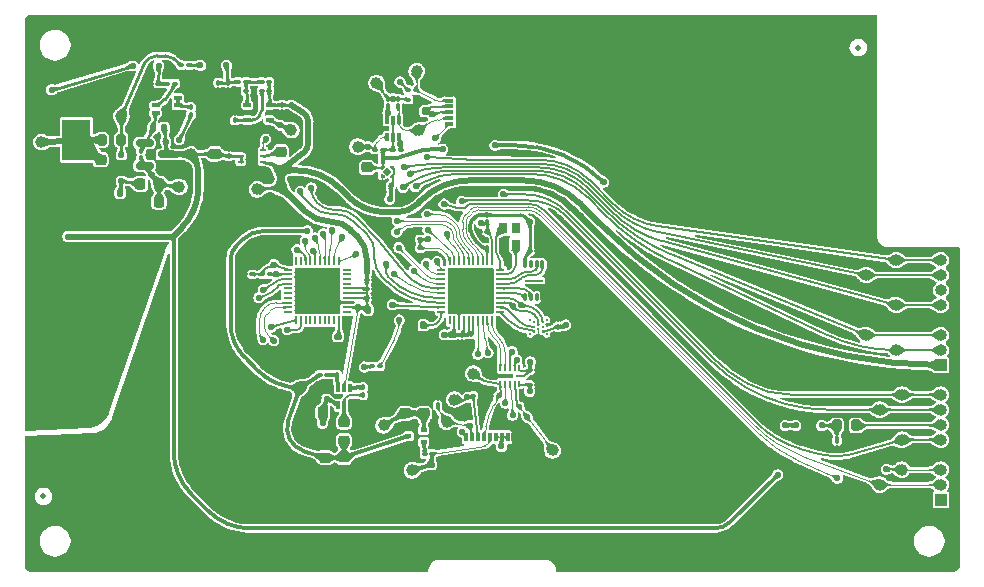
<source format=gbr>
%TF.GenerationSoftware,KiCad,Pcbnew,9.0.1*%
%TF.CreationDate,2025-05-02T11:49:09+03:00*%
%TF.ProjectId,Kampela_H1,4b616d70-656c-4615-9f48-312e6b696361,rev?*%
%TF.SameCoordinates,Original*%
%TF.FileFunction,Copper,L1,Top*%
%TF.FilePolarity,Positive*%
%FSLAX46Y46*%
G04 Gerber Fmt 4.6, Leading zero omitted, Abs format (unit mm)*
G04 Created by KiCad (PCBNEW 9.0.1) date 2025-05-02 11:49:09*
%MOMM*%
%LPD*%
G01*
G04 APERTURE LIST*
G04 Aperture macros list*
%AMRoundRect*
0 Rectangle with rounded corners*
0 $1 Rounding radius*
0 $2 $3 $4 $5 $6 $7 $8 $9 X,Y pos of 4 corners*
0 Add a 4 corners polygon primitive as box body*
4,1,4,$2,$3,$4,$5,$6,$7,$8,$9,$2,$3,0*
0 Add four circle primitives for the rounded corners*
1,1,$1+$1,$2,$3*
1,1,$1+$1,$4,$5*
1,1,$1+$1,$6,$7*
1,1,$1+$1,$8,$9*
0 Add four rect primitives between the rounded corners*
20,1,$1+$1,$2,$3,$4,$5,0*
20,1,$1+$1,$4,$5,$6,$7,0*
20,1,$1+$1,$6,$7,$8,$9,0*
20,1,$1+$1,$8,$9,$2,$3,0*%
%AMRotRect*
0 Rectangle, with rotation*
0 The origin of the aperture is its center*
0 $1 length*
0 $2 width*
0 $3 Rotation angle, in degrees counterclockwise*
0 Add horizontal line*
21,1,$1,$2,0,0,$3*%
%AMOutline5P*
0 Free polygon, 5 corners , with rotation*
0 The origin of the aperture is its center*
0 number of corners: always 5*
0 $1 to $10 corner X, Y*
0 $11 Rotation angle, in degrees counterclockwise*
0 create outline with 5 corners*
4,1,5,$1,$2,$3,$4,$5,$6,$7,$8,$9,$10,$1,$2,$11*%
%AMOutline6P*
0 Free polygon, 6 corners , with rotation*
0 The origin of the aperture is its center*
0 number of corners: always 6*
0 $1 to $12 corner X, Y*
0 $13 Rotation angle, in degrees counterclockwise*
0 create outline with 6 corners*
4,1,6,$1,$2,$3,$4,$5,$6,$7,$8,$9,$10,$11,$12,$1,$2,$13*%
%AMOutline7P*
0 Free polygon, 7 corners , with rotation*
0 The origin of the aperture is its center*
0 number of corners: always 7*
0 $1 to $14 corner X, Y*
0 $15 Rotation angle, in degrees counterclockwise*
0 create outline with 7 corners*
4,1,7,$1,$2,$3,$4,$5,$6,$7,$8,$9,$10,$11,$12,$13,$14,$1,$2,$15*%
%AMOutline8P*
0 Free polygon, 8 corners , with rotation*
0 The origin of the aperture is its center*
0 number of corners: always 8*
0 $1 to $16 corner X, Y*
0 $17 Rotation angle, in degrees counterclockwise*
0 create outline with 8 corners*
4,1,8,$1,$2,$3,$4,$5,$6,$7,$8,$9,$10,$11,$12,$13,$14,$15,$16,$1,$2,$17*%
%AMFreePoly0*
4,1,6,0.130000,0.115000,0.130000,-0.115000,-0.130000,-0.115000,-0.130000,0.275000,-0.020000,0.275000,0.130000,0.115000,0.130000,0.115000,$1*%
%AMFreePoly1*
4,1,6,0.130000,-0.115000,-0.130000,-0.115000,-0.130000,0.115000,0.020000,0.275000,0.130000,0.275000,0.130000,-0.115000,0.130000,-0.115000,$1*%
G04 Aperture macros list end*
%TA.AperFunction,SMDPad,CuDef*%
%ADD10RoundRect,0.100000X0.130000X0.100000X-0.130000X0.100000X-0.130000X-0.100000X0.130000X-0.100000X0*%
%TD*%
%TA.AperFunction,ComponentPad*%
%ADD11R,1.000000X1.000000*%
%TD*%
%TA.AperFunction,ComponentPad*%
%ADD12O,1.000000X1.000000*%
%TD*%
%TA.AperFunction,SMDPad,CuDef*%
%ADD13RoundRect,0.140000X0.140000X0.170000X-0.140000X0.170000X-0.140000X-0.170000X0.140000X-0.170000X0*%
%TD*%
%TA.AperFunction,SMDPad,CuDef*%
%ADD14RoundRect,0.225000X0.250000X-0.225000X0.250000X0.225000X-0.250000X0.225000X-0.250000X-0.225000X0*%
%TD*%
%TA.AperFunction,SMDPad,CuDef*%
%ADD15RoundRect,0.140000X-0.170000X0.140000X-0.170000X-0.140000X0.170000X-0.140000X0.170000X0.140000X0*%
%TD*%
%TA.AperFunction,SMDPad,CuDef*%
%ADD16C,1.000000*%
%TD*%
%TA.AperFunction,SMDPad,CuDef*%
%ADD17R,0.300000X0.800000*%
%TD*%
%TA.AperFunction,SMDPad,CuDef*%
%ADD18R,0.400000X0.800000*%
%TD*%
%TA.AperFunction,SMDPad,CuDef*%
%ADD19RoundRect,0.100000X-0.130000X-0.100000X0.130000X-0.100000X0.130000X0.100000X-0.130000X0.100000X0*%
%TD*%
%TA.AperFunction,SMDPad,CuDef*%
%ADD20R,2.400000X3.500000*%
%TD*%
%TA.AperFunction,SMDPad,CuDef*%
%ADD21RoundRect,0.100000X0.100000X-0.130000X0.100000X0.130000X-0.100000X0.130000X-0.100000X-0.130000X0*%
%TD*%
%TA.AperFunction,SMDPad,CuDef*%
%ADD22R,0.200000X0.740000*%
%TD*%
%TA.AperFunction,SMDPad,CuDef*%
%ADD23R,0.740000X0.200000*%
%TD*%
%TA.AperFunction,SMDPad,CuDef*%
%ADD24Outline5P,-0.481250X0.096250X-0.096250X0.481250X0.481250X0.481250X0.481250X-0.481250X-0.481250X-0.481250X270.000000*%
%TD*%
%TA.AperFunction,SMDPad,CuDef*%
%ADD25R,0.962500X0.962500*%
%TD*%
%TA.AperFunction,SMDPad,CuDef*%
%ADD26RoundRect,0.218750X-0.256250X0.218750X-0.256250X-0.218750X0.256250X-0.218750X0.256250X0.218750X0*%
%TD*%
%TA.AperFunction,SMDPad,CuDef*%
%ADD27R,0.200000X0.600000*%
%TD*%
%TA.AperFunction,SMDPad,CuDef*%
%ADD28R,0.250000X0.150000*%
%TD*%
%TA.AperFunction,SMDPad,CuDef*%
%ADD29R,0.600000X0.200000*%
%TD*%
%TA.AperFunction,SMDPad,CuDef*%
%ADD30RoundRect,0.087500X0.087500X-0.237500X0.087500X0.237500X-0.087500X0.237500X-0.087500X-0.237500X0*%
%TD*%
%TA.AperFunction,SMDPad,CuDef*%
%ADD31R,1.600000X0.200000*%
%TD*%
%TA.AperFunction,SMDPad,CuDef*%
%ADD32RoundRect,0.100000X-0.100000X0.130000X-0.100000X-0.130000X0.100000X-0.130000X0.100000X0.130000X0*%
%TD*%
%TA.AperFunction,SMDPad,CuDef*%
%ADD33RoundRect,0.225000X-0.250000X0.225000X-0.250000X-0.225000X0.250000X-0.225000X0.250000X0.225000X0*%
%TD*%
%TA.AperFunction,SMDPad,CuDef*%
%ADD34RoundRect,0.200000X0.200000X0.275000X-0.200000X0.275000X-0.200000X-0.275000X0.200000X-0.275000X0*%
%TD*%
%TA.AperFunction,SMDPad,CuDef*%
%ADD35RoundRect,0.200000X-0.200000X-0.275000X0.200000X-0.275000X0.200000X0.275000X-0.200000X0.275000X0*%
%TD*%
%TA.AperFunction,SMDPad,CuDef*%
%ADD36R,0.800000X0.900000*%
%TD*%
%TA.AperFunction,SMDPad,CuDef*%
%ADD37RoundRect,0.218750X0.218750X0.256250X-0.218750X0.256250X-0.218750X-0.256250X0.218750X-0.256250X0*%
%TD*%
%TA.AperFunction,SMDPad,CuDef*%
%ADD38RoundRect,0.125000X-0.125000X-0.125000X0.125000X-0.125000X0.125000X0.125000X-0.125000X0.125000X0*%
%TD*%
%TA.AperFunction,SMDPad,CuDef*%
%ADD39C,0.500000*%
%TD*%
%TA.AperFunction,SMDPad,CuDef*%
%ADD40RoundRect,0.125000X0.125000X0.125000X-0.125000X0.125000X-0.125000X-0.125000X0.125000X-0.125000X0*%
%TD*%
%TA.AperFunction,SMDPad,CuDef*%
%ADD41RoundRect,0.140000X-0.140000X-0.170000X0.140000X-0.170000X0.140000X0.170000X-0.140000X0.170000X0*%
%TD*%
%TA.AperFunction,SMDPad,CuDef*%
%ADD42RoundRect,0.100000X-0.225000X-0.100000X0.225000X-0.100000X0.225000X0.100000X-0.225000X0.100000X0*%
%TD*%
%TA.AperFunction,SMDPad,CuDef*%
%ADD43C,0.200000*%
%TD*%
%TA.AperFunction,SMDPad,CuDef*%
%ADD44RoundRect,0.225000X0.225000X0.250000X-0.225000X0.250000X-0.225000X-0.250000X0.225000X-0.250000X0*%
%TD*%
%TA.AperFunction,SMDPad,CuDef*%
%ADD45Outline5P,-0.481250X0.096250X-0.096250X0.481250X0.481250X0.481250X0.481250X-0.481250X-0.481250X-0.481250X180.000000*%
%TD*%
%TA.AperFunction,SMDPad,CuDef*%
%ADD46RoundRect,0.100000X0.225000X0.100000X-0.225000X0.100000X-0.225000X-0.100000X0.225000X-0.100000X0*%
%TD*%
%TA.AperFunction,SMDPad,CuDef*%
%ADD47R,0.800000X0.300000*%
%TD*%
%TA.AperFunction,SMDPad,CuDef*%
%ADD48R,1.850000X1.800000*%
%TD*%
%TA.AperFunction,SMDPad,CuDef*%
%ADD49RoundRect,0.062500X-0.187500X-0.062500X0.187500X-0.062500X0.187500X0.062500X-0.187500X0.062500X0*%
%TD*%
%TA.AperFunction,ComponentPad*%
%ADD50C,0.600000*%
%TD*%
%TA.AperFunction,SMDPad,CuDef*%
%ADD51R,0.900000X1.600000*%
%TD*%
%TA.AperFunction,SMDPad,CuDef*%
%ADD52RoundRect,0.150000X-0.587500X-0.150000X0.587500X-0.150000X0.587500X0.150000X-0.587500X0.150000X0*%
%TD*%
%TA.AperFunction,SMDPad,CuDef*%
%ADD53R,0.510000X0.400000*%
%TD*%
%TA.AperFunction,SMDPad,CuDef*%
%ADD54RoundRect,0.125000X0.125000X-0.125000X0.125000X0.125000X-0.125000X0.125000X-0.125000X-0.125000X0*%
%TD*%
%TA.AperFunction,SMDPad,CuDef*%
%ADD55RoundRect,0.085000X0.085000X-0.265000X0.085000X0.265000X-0.085000X0.265000X-0.085000X-0.265000X0*%
%TD*%
%TA.AperFunction,SMDPad,CuDef*%
%ADD56FreePoly0,270.000000*%
%TD*%
%TA.AperFunction,SMDPad,CuDef*%
%ADD57FreePoly1,270.000000*%
%TD*%
%TA.AperFunction,SMDPad,CuDef*%
%ADD58FreePoly0,90.000000*%
%TD*%
%TA.AperFunction,SMDPad,CuDef*%
%ADD59FreePoly1,90.000000*%
%TD*%
%TA.AperFunction,SMDPad,CuDef*%
%ADD60RotRect,0.520000X0.520000X135.000000*%
%TD*%
%TA.AperFunction,ViaPad*%
%ADD61C,0.540000*%
%TD*%
%TA.AperFunction,ViaPad*%
%ADD62C,0.550000*%
%TD*%
%TA.AperFunction,Conductor*%
%ADD63C,0.200000*%
%TD*%
%TA.AperFunction,Conductor*%
%ADD64C,0.125000*%
%TD*%
%TA.AperFunction,Conductor*%
%ADD65C,0.150000*%
%TD*%
%TA.AperFunction,Conductor*%
%ADD66C,0.250000*%
%TD*%
%TA.AperFunction,Conductor*%
%ADD67C,0.300000*%
%TD*%
%TA.AperFunction,Conductor*%
%ADD68C,0.500000*%
%TD*%
G04 APERTURE END LIST*
D10*
%TO.P,C56,1*%
%TO.N,GND*%
X124180001Y-95160000D03*
%TO.P,C56,2*%
%TO.N,+1V8*%
X123540001Y-95160000D03*
%TD*%
D11*
%TO.P,J7,1,Pin_1*%
%TO.N,+1V8*%
X172160000Y-101600000D03*
D12*
%TO.P,J7,2,Pin_2*%
%TO.N,/MCU UI/RX*%
X172160000Y-100330000D03*
%TO.P,J7,3,Pin_3*%
%TO.N,/MCU UI/TX*%
X172160000Y-99060000D03*
%TO.P,J7,4,Pin_4*%
%TO.N,GND*%
X172160000Y-97790000D03*
%TO.P,J7,5,Pin_5*%
%TO.N,/MCU UI/SWDIO*%
X172160000Y-96520000D03*
%TO.P,J7,6,Pin_6*%
%TO.N,unconnected-(J7-Pin_6-Pad6)*%
X172160000Y-95250000D03*
%TO.P,J7,7,Pin_7*%
%TO.N,/MCU UI/SWDCK*%
X172160000Y-93980000D03*
%TO.P,J7,8,Pin_8*%
%TO.N,/MCU UI/P_GOOD*%
X172160000Y-92710000D03*
%TD*%
D13*
%TO.P,C14,1*%
%TO.N,Net-(D2-K)*%
X102660000Y-87010000D03*
%TO.P,C14,2*%
%TO.N,GND*%
X101700000Y-87010000D03*
%TD*%
D10*
%TO.P,R19,1*%
%TO.N,GND*%
X137075000Y-105100000D03*
%TO.P,R19,2*%
%TO.N,/Display/H_SCK*%
X136435000Y-105100000D03*
%TD*%
D14*
%TO.P,C11,1*%
%TO.N,GND*%
X123560000Y-86400000D03*
%TO.P,C11,2*%
%TO.N,+3V0*%
X123560000Y-84850000D03*
%TD*%
D13*
%TO.P,C53,1*%
%TO.N,+3V0*%
X128440000Y-80110000D03*
%TO.P,C53,2*%
%TO.N,GND*%
X127480000Y-80110000D03*
%TD*%
D15*
%TO.P,C41,1*%
%TO.N,+1V8*%
X130760000Y-99030000D03*
%TO.P,C41,2*%
%TO.N,GND*%
X130760000Y-99990000D03*
%TD*%
D16*
%TO.P,TP26,1,1*%
%TO.N,/MCU UI/RX*%
X168350000Y-100330000D03*
%TD*%
%TO.P,TP2,1,1*%
%TO.N,Net-(J1-Pin_1)*%
X95960000Y-82710000D03*
%TD*%
D10*
%TO.P,C55,1*%
%TO.N,GND*%
X124180001Y-95910000D03*
%TO.P,C55,2*%
%TO.N,+1V8*%
X123540001Y-95910000D03*
%TD*%
D16*
%TO.P,TP13,1,1*%
%TO.N,/MCU SEC/SWDIO*%
X168858000Y-107910000D03*
%TD*%
D17*
%TO.P,J5,1,1*%
%TO.N,GND*%
X136460000Y-107710000D03*
%TO.P,J5,2,2*%
X135960000Y-107710000D03*
%TO.P,J5,3,3*%
%TO.N,Net-(C49-Pad2)*%
X135460000Y-107710000D03*
%TO.P,J5,4,4*%
X134960000Y-107710000D03*
%TO.P,J5,5,5*%
X134460000Y-107710000D03*
%TO.P,J5,6,6*%
%TO.N,Net-(C51-Pad1)*%
X133960000Y-107710000D03*
%TO.P,J5,7,7*%
%TO.N,/Display/H_EXTIN*%
X133460000Y-107710000D03*
%TO.P,J5,8,8*%
%TO.N,/Display/H_CS*%
X132960000Y-107710000D03*
%TO.P,J5,9,9*%
%TO.N,/Display/H_SDI*%
X132460000Y-107710000D03*
%TO.P,J5,10,10*%
%TO.N,/Display/H_SCK*%
X131960000Y-107710000D03*
D18*
%TO.P,J5,MP1,MP1*%
%TO.N,GND*%
X137460000Y-110210000D03*
%TO.P,J5,MP2,MP2*%
X130960000Y-110210000D03*
%TD*%
D16*
%TO.P,TP27,1,1*%
%TO.N,/MCU UI/TX*%
X165810000Y-99060000D03*
%TD*%
%TO.P,TP3,1,1*%
%TO.N,GND*%
X102660000Y-88760000D03*
%TD*%
D19*
%TO.P,R3,1*%
%TO.N,Net-(U1-+)*%
X114640000Y-77610000D03*
%TO.P,R3,2*%
%TO.N,+1V8*%
X115280000Y-77610000D03*
%TD*%
D16*
%TO.P,TP14,1,1*%
%TO.N,/MCU SEC/SWDCK*%
X166953000Y-105370000D03*
%TD*%
D20*
%TO.P,J1,1,Pin_1*%
%TO.N,Net-(J1-Pin_1)*%
X98960000Y-82510000D03*
%TD*%
D19*
%TO.P,R23,1*%
%TO.N,GND*%
X134055000Y-104200000D03*
%TO.P,R23,2*%
%TO.N,/Display/H_EXTIN*%
X134695000Y-104200000D03*
%TD*%
%TO.P,R1,1*%
%TO.N,/Power/OUT_DT*%
X107840000Y-76210000D03*
%TO.P,R1,2*%
%TO.N,Net-(D1-A)*%
X108480000Y-76210000D03*
%TD*%
D21*
%TO.P,R17,1*%
%TO.N,GND*%
X163360000Y-108630000D03*
%TO.P,R17,2*%
%TO.N,Net-(D5-A)*%
X163360000Y-107990000D03*
%TD*%
D19*
%TO.P,R4,1*%
%TO.N,GND*%
X112640000Y-78410000D03*
%TO.P,R4,2*%
%TO.N,Net-(U1-+)*%
X113280000Y-78410000D03*
%TD*%
D16*
%TO.P,TP17,1,1*%
%TO.N,Net-(C51-Pad1)*%
X127360000Y-110510000D03*
%TD*%
D22*
%TO.P,U9,1,PC00*%
%TO.N,/MCU SEC/ALEPH*%
X121160000Y-92810000D03*
%TO.P,U9,2,PC01*%
%TO.N,/MCU SEC/BET*%
X120760000Y-92810001D03*
%TO.P,U9,3,PC02*%
%TO.N,/MCU SEC/GIMEL*%
X120360000Y-92810000D03*
%TO.P,U9,4,PC03*%
%TO.N,/MCU SEC/DALET*%
X119960000Y-92810000D03*
%TO.P,U9,5,PC04*%
%TO.N,/MCU SEC/HE*%
X119559999Y-92810000D03*
%TO.P,U9,6,PC05*%
%TO.N,/MCU SEC/VAV*%
X119160001Y-92810000D03*
%TO.P,U9,7,PC06*%
%TO.N,/MCU SEC/ZAYIN*%
X118760000Y-92810000D03*
%TO.P,U9,8,PC07*%
%TO.N,/MCU SEC/HET*%
X118360000Y-92810000D03*
%TO.P,U9,9,HFXTAL_I*%
%TO.N,unconnected-(U9-HFXTAL_I-Pad9)*%
X117960000Y-92810001D03*
%TO.P,U9,10,HFXTAL_O*%
%TO.N,unconnected-(U9-HFXTAL_O-Pad10)*%
X117560000Y-92810000D03*
D23*
%TO.P,U9,11,~{RESET}*%
%TO.N,/MCU UI/P_GOOD*%
X116860000Y-93510000D03*
%TO.P,U9,12,DVDD*%
%TO.N,+1V8*%
X116860001Y-93910000D03*
%TO.P,U9,13,PB06*%
%TO.N,/MCU UI/TX*%
X116860000Y-94310000D03*
%TO.P,U9,14,PB05*%
%TO.N,/MCU UI/RX*%
X116860000Y-94710000D03*
%TO.P,U9,15,PB04*%
%TO.N,unconnected-(U9-PB04-Pad15)*%
X116860000Y-95110001D03*
%TO.P,U9,16,PB03*%
%TO.N,unconnected-(U9-PB03-Pad16)*%
X116860000Y-95509999D03*
%TO.P,U9,17,PB02*%
%TO.N,unconnected-(U9-PB02-Pad17)*%
X116860000Y-95910000D03*
%TO.P,U9,18,PB01*%
%TO.N,/MCU SEC/YOD*%
X116860000Y-96310000D03*
%TO.P,U9,19,PB00*%
%TO.N,/MCU SEC/TET*%
X116860001Y-96710000D03*
%TO.P,U9,20,PA00*%
%TO.N,unconnected-(U9-PA00-Pad20)*%
X116860000Y-97110000D03*
D22*
%TO.P,U9,21,PA01*%
%TO.N,/MCU UI/SWDCK*%
X117560000Y-97810000D03*
%TO.P,U9,22,PA02*%
%TO.N,/MCU UI/SWDIO*%
X117960000Y-97809999D03*
%TO.P,U9,23,PA03*%
%TO.N,unconnected-(U9-PA03-Pad23)*%
X118360000Y-97810000D03*
%TO.P,U9,24,PA04*%
%TO.N,unconnected-(U9-PA04-Pad24)*%
X118760000Y-97810000D03*
%TO.P,U9,25,PA05*%
%TO.N,unconnected-(U9-PA05-Pad25)*%
X119160001Y-97810000D03*
%TO.P,U9,26,PA06*%
%TO.N,unconnected-(U9-PA06-Pad26)*%
X119559999Y-97810000D03*
%TO.P,U9,27,PA07*%
%TO.N,unconnected-(U9-PA07-Pad27)*%
X119960000Y-97810000D03*
%TO.P,U9,28,PA08*%
%TO.N,unconnected-(U9-PA08-Pad28)*%
X120360000Y-97810000D03*
%TO.P,U9,29,PA09*%
%TO.N,unconnected-(U9-PA09-Pad29)*%
X120760000Y-97809999D03*
%TO.P,U9,30,CAP*%
%TO.N,Net-(U9-CAP)*%
X121160000Y-97810000D03*
D23*
%TO.P,U9,31,VREGSW*%
%TO.N,unconnected-(U9-VREGSW-Pad31)*%
X121860000Y-97110000D03*
%TO.P,U9,32,VREGVDD*%
%TO.N,+1V8*%
X121859999Y-96710000D03*
%TO.P,U9,33,VREGVSS*%
%TO.N,GND*%
X121860000Y-96310000D03*
%TO.P,U9,34,DVDD*%
%TO.N,+1V8*%
X121860000Y-95910000D03*
%TO.P,U9,35,AVDD*%
X121860000Y-95509999D03*
%TO.P,U9,36,IOVDD*%
X121860000Y-95110001D03*
%TO.P,U9,37,PD03*%
%TO.N,unconnected-(U9-PD03-Pad37)*%
X121860000Y-94710000D03*
%TO.P,U9,38,PD02*%
%TO.N,unconnected-(U9-PD02-Pad38)*%
X121860000Y-94310000D03*
%TO.P,U9,39,PD01*%
%TO.N,unconnected-(U9-PD01-Pad39)*%
X121859999Y-93910000D03*
%TO.P,U9,40,PD00*%
%TO.N,unconnected-(U9-PD00-Pad40)*%
X121860000Y-93510000D03*
D24*
%TO.P,U9,41,VSS*%
%TO.N,GND*%
X120803750Y-93866250D03*
D25*
X119841251Y-93866250D03*
X118878749Y-93866250D03*
X117916250Y-93866250D03*
X120803750Y-94828749D03*
X117916250Y-94828749D03*
X119841250Y-94828750D03*
X118878750Y-94828750D03*
X119841250Y-95791250D03*
X118878750Y-95791250D03*
X120803750Y-95791251D03*
X117916250Y-95791251D03*
X120803750Y-96753750D03*
X119841251Y-96753750D03*
X118878749Y-96753750D03*
X117916250Y-96753750D03*
%TD*%
D21*
%TO.P,R18,1*%
%TO.N,/MCU SEC/P_GOOD*%
X133760000Y-89510000D03*
%TO.P,R18,2*%
%TO.N,+1V8*%
X133760000Y-88870000D03*
%TD*%
D16*
%TO.P,TP4,1,1*%
%TO.N,/Power/OUT_DT*%
X102760000Y-80510000D03*
%TD*%
D21*
%TO.P,R27,1*%
%TO.N,/Display/T_SCL*%
X126160000Y-79680000D03*
%TO.P,R27,2*%
%TO.N,+3V0*%
X126160000Y-79040000D03*
%TD*%
D26*
%TO.P,L2,1,1*%
%TO.N,Net-(U4-SW)*%
X116260000Y-83540000D03*
%TO.P,L2,2,2*%
%TO.N,+1V8*%
X116260000Y-85115000D03*
%TD*%
D19*
%TO.P,C47,1*%
%TO.N,+1V8*%
X137340000Y-102010000D03*
%TO.P,C47,2*%
%TO.N,GND*%
X137980000Y-102010000D03*
%TD*%
D27*
%TO.P,U8,1,VCCA*%
%TO.N,+1V8*%
X136460000Y-101860000D03*
D28*
X136635000Y-102085000D03*
D27*
%TO.P,U8,2,A1*%
%TO.N,/MCU SEC/E_SCK*%
X136060000Y-101860000D03*
%TO.P,U8,3,A2*%
%TO.N,/MCU SEC/E_MOSI*%
X135660000Y-101860000D03*
%TO.P,U8,4,A3*%
%TO.N,/Display/CS*%
X135260000Y-101860000D03*
%TO.P,U8,5,A4*%
%TO.N,/Display/EXTIN*%
X134860000Y-101860000D03*
D29*
%TO.P,U8,6,GND*%
%TO.N,GND*%
X134860000Y-102510000D03*
D27*
%TO.P,U8,7,B4*%
%TO.N,/Display/H_EXTIN*%
X134860000Y-103160000D03*
%TO.P,U8,8,B3*%
%TO.N,/Display/H_CS*%
X135260000Y-103160000D03*
%TO.P,U8,9,B2*%
%TO.N,/Display/H_SDI*%
X135660000Y-103160000D03*
%TO.P,U8,10,B1*%
%TO.N,/Display/H_SCK*%
X136060000Y-103160000D03*
%TO.P,U8,11,VCCB*%
%TO.N,+3V0*%
X136460000Y-103160000D03*
D29*
%TO.P,U8,12,OE*%
%TO.N,+1V8*%
X136460000Y-102510000D03*
%TD*%
D16*
%TO.P,TP9,1,1*%
%TO.N,HV*%
X108660000Y-83760000D03*
%TD*%
%TO.P,TP24,1,1*%
%TO.N,/Display/T_SCL*%
X127960000Y-81720000D03*
%TD*%
D30*
%TO.P,U5,1,~{CE}*%
%TO.N,/MCU SEC/RAM_CS*%
X136910000Y-95860000D03*
%TO.P,U5,2,SO/SIO*%
%TO.N,/MCU SEC/R_MISO*%
X137410001Y-95860000D03*
%TO.P,U5,3,SIO2*%
%TO.N,unconnected-(U5-SIO2-Pad3)*%
X137910001Y-95860000D03*
%TO.P,U5,4,VSS*%
%TO.N,GND*%
X138410002Y-95860000D03*
%TO.P,U5,5,SI/SIO*%
%TO.N,/MCU SEC/R_MOSI*%
X138410002Y-93060000D03*
%TO.P,U5,6,SCLK*%
%TO.N,/MCU SEC/R_SCK*%
X137910001Y-93060000D03*
%TO.P,U5,7,SIO3*%
%TO.N,unconnected-(U5-SIO3-Pad7)*%
X137410001Y-93060000D03*
%TO.P,U5,8,VCC*%
%TO.N,+1V8*%
X136910000Y-93060000D03*
D31*
%TO.P,U5,9*%
%TO.N,N/C*%
X137660001Y-94460000D03*
%TD*%
D32*
%TO.P,R12,1*%
%TO.N,GND*%
X121010000Y-101770000D03*
%TO.P,R12,2*%
%TO.N,Net-(U3-FB)*%
X121010000Y-102410000D03*
%TD*%
D33*
%TO.P,C22,1*%
%TO.N,+5V*%
X120010000Y-109435000D03*
%TO.P,C22,2*%
%TO.N,GND*%
X120010000Y-110985000D03*
%TD*%
D16*
%TO.P,TP28,1,1*%
%TO.N,/MCU UI/SWDIO*%
X168350000Y-96520000D03*
%TD*%
D32*
%TO.P,C42,1*%
%TO.N,GND*%
X133710000Y-91040000D03*
%TO.P,C42,2*%
%TO.N,+1V8*%
X133710000Y-91680000D03*
%TD*%
D34*
%TO.P,R16,1*%
%TO.N,/MCU SEC/P_IN*%
X164985000Y-106710000D03*
%TO.P,R16,2*%
%TO.N,Net-(D5-A)*%
X163335000Y-106710000D03*
%TD*%
D19*
%TO.P,C59,1*%
%TO.N,GND*%
X113195001Y-93910000D03*
%TO.P,C59,2*%
%TO.N,/MCU UI/P_GOOD*%
X113835001Y-93910000D03*
%TD*%
D16*
%TO.P,TP22,1,1*%
%TO.N,+3V0*%
X124360000Y-77700000D03*
%TD*%
%TO.P,TP10,1,1*%
%TO.N,+1V8*%
X114260000Y-86715000D03*
%TD*%
%TO.P,TP21,1,1*%
%TO.N,/Display/H_SCK*%
X139270000Y-108820000D03*
%TD*%
D35*
%TO.P,R9,1*%
%TO.N,Net-(J1-Pin_1)*%
X101110000Y-82510000D03*
%TO.P,R9,2*%
%TO.N,/Power/OUT_DT*%
X102760000Y-82510000D03*
%TD*%
D10*
%TO.P,R25,1*%
%TO.N,/Display/SCL*%
X126400000Y-83360000D03*
%TO.P,R25,2*%
%TO.N,+3V0*%
X125760000Y-83360000D03*
%TD*%
D16*
%TO.P,TP1,1,1*%
%TO.N,/MCU SEC/DATA*%
X117160000Y-81710000D03*
%TD*%
D32*
%TO.P,C17,1*%
%TO.N,Net-(U3-BST)*%
X123210000Y-103490000D03*
%TO.P,C17,2*%
%TO.N,Net-(U3-SW)*%
X123210000Y-104130000D03*
%TD*%
D10*
%TO.P,R7,1*%
%TO.N,/MCU SEC/V_CHK*%
X124625000Y-101710000D03*
%TO.P,R7,2*%
%TO.N,HV*%
X123985000Y-101710000D03*
%TD*%
D16*
%TO.P,TP25,1,1*%
%TO.N,/Display/T_INT*%
X127760000Y-76700000D03*
%TD*%
D20*
%TO.P,J2,1,Pin_1*%
%TO.N,GND*%
X98960000Y-87560000D03*
%TD*%
D36*
%TO.P,Y1,1,1*%
%TO.N,Net-(U7-HFXTAL_O)*%
X135050000Y-90010000D03*
%TO.P,Y1,2,2*%
%TO.N,GND*%
X135050000Y-91410000D03*
%TO.P,Y1,3,3*%
%TO.N,Net-(U7-HFXTAL_I)*%
X136150000Y-91410000D03*
%TO.P,Y1,4*%
%TO.N,N/C*%
X136150000Y-90010000D03*
%TD*%
D32*
%TO.P,R13,1*%
%TO.N,Net-(Q2A-B1)*%
X108660000Y-79760000D03*
%TO.P,R13,2*%
%TO.N,Net-(Q1-S)*%
X108660000Y-80400000D03*
%TD*%
D37*
%TO.P,FB1,1*%
%TO.N,Net-(Q1-S)*%
X105947500Y-86260000D03*
%TO.P,FB1,2*%
%TO.N,Net-(D2-K)*%
X104372500Y-86260000D03*
%TD*%
D19*
%TO.P,R5,1*%
%TO.N,Net-(U1--)*%
X114640000Y-78410000D03*
%TO.P,R5,2*%
%TO.N,+1V8*%
X115280000Y-78410000D03*
%TD*%
D16*
%TO.P,TP18,1,1*%
%TO.N,/Display/H_EXTIN*%
X132560000Y-102310000D03*
%TD*%
D19*
%TO.P,C4,1*%
%TO.N,GND*%
X127410000Y-91700000D03*
%TO.P,C4,2*%
%TO.N,/MCU SEC/V_CHK*%
X128050000Y-91700000D03*
%TD*%
D21*
%TO.P,R2,1*%
%TO.N,GND*%
X111760000Y-78330000D03*
%TO.P,R2,2*%
%TO.N,Net-(D1-K)*%
X111760000Y-77690000D03*
%TD*%
D10*
%TO.P,R11,1*%
%TO.N,Net-(U3-FB)*%
X120185000Y-102410000D03*
%TO.P,R11,2*%
%TO.N,+5V*%
X119545000Y-102410000D03*
%TD*%
D38*
%TO.P,D5,1,K*%
%TO.N,HV*%
X159860000Y-106710000D03*
%TO.P,D5,2,A*%
%TO.N,Net-(D5-A)*%
X162060000Y-106710000D03*
%TD*%
D10*
%TO.P,C52,1*%
%TO.N,GND*%
X127680000Y-79110000D03*
%TO.P,C52,2*%
%TO.N,+3V0*%
X127040000Y-79110000D03*
%TD*%
D38*
%TO.P,D4,1,K*%
%TO.N,Net-(D3-K)*%
X103710000Y-76260000D03*
%TO.P,D4,2,A*%
%TO.N,Net-(D4-A)*%
X105910000Y-76260000D03*
%TD*%
D39*
%TO.P,FID1,*%
%TO.N,*%
X96160000Y-112710000D03*
%TD*%
D40*
%TO.P,D1,1,K*%
%TO.N,Net-(D1-K)*%
X111660000Y-76210000D03*
%TO.P,D1,2,A*%
%TO.N,Net-(D1-A)*%
X109460000Y-76210000D03*
%TD*%
D16*
%TO.P,TP11,1,1*%
%TO.N,/MCU SEC/RX*%
X166953000Y-111720000D03*
%TD*%
D41*
%TO.P,C20,1*%
%TO.N,Net-(Q1-G)*%
X105450000Y-81510000D03*
%TO.P,C20,2*%
%TO.N,HV*%
X106410000Y-81510000D03*
%TD*%
D19*
%TO.P,R14,1*%
%TO.N,Net-(D4-A)*%
X106660000Y-77760000D03*
%TO.P,R14,2*%
%TO.N,Net-(Q2B-B2)*%
X107300000Y-77760000D03*
%TD*%
D39*
%TO.P,FID2,*%
%TO.N,*%
X165160000Y-74710000D03*
%TD*%
D19*
%TO.P,R26,1*%
%TO.N,/Display/T_SDA*%
X124240000Y-83360000D03*
%TO.P,R26,2*%
%TO.N,+3V0*%
X124880000Y-83360000D03*
%TD*%
D20*
%TO.P,J3,1,Pin_1*%
%TO.N,GND*%
X154860000Y-80260000D03*
%TD*%
D42*
%TO.P,U1,1,+*%
%TO.N,Net-(U1-+)*%
X113410000Y-79560000D03*
%TO.P,U1,2,V-*%
%TO.N,GND*%
X113410000Y-80210000D03*
%TO.P,U1,3,-*%
%TO.N,Net-(U1--)*%
X113410000Y-80860000D03*
%TO.P,U1,4*%
%TO.N,/MCU SEC/DATA*%
X115310000Y-80860000D03*
%TO.P,U1,5,V+*%
%TO.N,+1V8*%
X115310000Y-79560000D03*
%TD*%
D19*
%TO.P,R8,1*%
%TO.N,GND*%
X127410000Y-90950000D03*
%TO.P,R8,2*%
%TO.N,/MCU SEC/V_CHK*%
X128050000Y-90950000D03*
%TD*%
D16*
%TO.P,TP29,1,1*%
%TO.N,/MCU UI/SWDCK*%
X165810000Y-93980000D03*
%TD*%
D10*
%TO.P,R21,1*%
%TO.N,Net-(C51-Pad1)*%
X129080000Y-109110000D03*
%TO.P,R21,2*%
%TO.N,Net-(D6-Pad1)*%
X128440000Y-109110000D03*
%TD*%
D41*
%TO.P,C54,1*%
%TO.N,+1V8*%
X123630001Y-96910000D03*
%TO.P,C54,2*%
%TO.N,GND*%
X124590001Y-96910000D03*
%TD*%
D16*
%TO.P,TP30,1,1*%
%TO.N,/MCU UI/P_GOOD*%
X168350000Y-92710000D03*
%TD*%
D32*
%TO.P,R20,1*%
%TO.N,GND*%
X129530000Y-104370000D03*
%TO.P,R20,2*%
%TO.N,/Display/H_SDI*%
X129530000Y-105010000D03*
%TD*%
D43*
%TO.P,U6,A1*%
%TO.N,N/C*%
X138770000Y-98960000D03*
%TO.P,U6,A5*%
X137370000Y-98960000D03*
%TO.P,U6,B2,VCC*%
%TO.N,+1V8*%
X138420000Y-98760000D03*
%TO.P,U6,B4,~{CS}*%
%TO.N,/MCU SEC/FLASH_CS*%
X137720000Y-98760000D03*
%TO.P,U6,C3,GND*%
%TO.N,GND*%
X138070000Y-98559999D03*
%TO.P,U6,D2,~{HOLD}/IO3*%
%TO.N,unconnected-(U6-~{HOLD}{slash}IO3-PadD2)*%
X138419999Y-98360000D03*
%TO.P,U6,D4,IO1/SO*%
%TO.N,/MCU SEC/E_MISO*%
X137720001Y-98360000D03*
%TO.P,U6,E3,SI/IO0*%
%TO.N,/MCU SEC/E_MOSI*%
X138070000Y-98160001D03*
%TO.P,U6,F2,SCK*%
%TO.N,/MCU SEC/E_SCK*%
X138420000Y-97960000D03*
%TO.P,U6,F4,~{WP}/IO2*%
%TO.N,unconnected-(U6-~{WP}{slash}IO2-PadF4)*%
X137720000Y-97960000D03*
%TO.P,U6,G1*%
%TO.N,N/C*%
X138770000Y-97760000D03*
%TO.P,U6,G5*%
X137370000Y-97760000D03*
%TD*%
D44*
%TO.P,C18,1*%
%TO.N,Net-(Q1-S)*%
X105935000Y-87760000D03*
%TO.P,C18,2*%
%TO.N,GND*%
X104385000Y-87760000D03*
%TD*%
D19*
%TO.P,R15,1*%
%TO.N,GND*%
X105245000Y-77760000D03*
%TO.P,R15,2*%
%TO.N,Net-(D4-A)*%
X105885000Y-77760000D03*
%TD*%
D23*
%TO.P,U7,1,PC00*%
%TO.N,/MCU SEC/FLASH_CS*%
X134860000Y-97110000D03*
%TO.P,U7,2,PC01*%
%TO.N,/MCU SEC/E_MISO*%
X134859999Y-96710000D03*
%TO.P,U7,3,PC02*%
%TO.N,/MCU SEC/E_MOSI*%
X134860000Y-96310000D03*
%TO.P,U7,4,PC03*%
%TO.N,/MCU SEC/E_SCK*%
X134860000Y-95910000D03*
%TO.P,U7,5,PC04*%
%TO.N,/MCU SEC/RAM_CS*%
X134860000Y-95509999D03*
%TO.P,U7,6,PC05*%
%TO.N,/MCU SEC/R_MISO*%
X134860000Y-95110001D03*
%TO.P,U7,7,PC06*%
%TO.N,/MCU SEC/R_MOSI*%
X134860000Y-94710000D03*
%TO.P,U7,8,PC07*%
%TO.N,/MCU SEC/R_SCK*%
X134860000Y-94310000D03*
%TO.P,U7,9,HFXTAL_I*%
%TO.N,Net-(U7-HFXTAL_I)*%
X134859999Y-93910000D03*
%TO.P,U7,10,HFXTAL_O*%
%TO.N,Net-(U7-HFXTAL_O)*%
X134860000Y-93510000D03*
D22*
%TO.P,U7,11,~{RESET}*%
%TO.N,/MCU SEC/P_GOOD*%
X134160000Y-92810000D03*
%TO.P,U7,12,DVDD*%
%TO.N,+1V8*%
X133760000Y-92810001D03*
%TO.P,U7,13,PB06*%
%TO.N,/MCU SEC/TX*%
X133360000Y-92810000D03*
%TO.P,U7,14,PB05*%
%TO.N,/MCU SEC/RX*%
X132960000Y-92810000D03*
%TO.P,U7,15,PB04*%
%TO.N,/MCU SEC/DALET*%
X132559999Y-92810000D03*
%TO.P,U7,16,PB03*%
%TO.N,/MCU SEC/GIMEL*%
X132160001Y-92810000D03*
%TO.P,U7,17,PB02*%
%TO.N,/MCU SEC/BET*%
X131760000Y-92810000D03*
%TO.P,U7,18,PB01*%
%TO.N,/Display/INT*%
X131360000Y-92810000D03*
%TO.P,U7,19,PB00*%
%TO.N,/MCU SEC/ALEPH*%
X130960000Y-92810001D03*
%TO.P,U7,20,PA00*%
%TO.N,/MCU SEC/V_CHK*%
X130560000Y-92810000D03*
D23*
%TO.P,U7,21,PA01*%
%TO.N,/MCU SEC/SWDCK*%
X129860000Y-93510000D03*
%TO.P,U7,22,PA02*%
%TO.N,/MCU SEC/SWDIO*%
X129860001Y-93910000D03*
%TO.P,U7,23,PA03*%
%TO.N,/MCU SEC/HE*%
X129860000Y-94310000D03*
%TO.P,U7,24,PA04*%
%TO.N,/Display/SCL*%
X129860000Y-94710000D03*
%TO.P,U7,25,PA05*%
%TO.N,/Display/SDA*%
X129860000Y-95110001D03*
%TO.P,U7,26,PA06*%
%TO.N,/MCU SEC/VAV*%
X129860000Y-95509999D03*
%TO.P,U7,27,PA07*%
%TO.N,/MCU SEC/ZAYIN*%
X129860000Y-95910000D03*
%TO.P,U7,28,PA08*%
%TO.N,/MCU SEC/DATA*%
X129860000Y-96310000D03*
%TO.P,U7,29,PA09*%
%TO.N,/MCU SEC/HET*%
X129860001Y-96710000D03*
%TO.P,U7,30,CAP*%
%TO.N,Net-(U7-CAP)*%
X129860000Y-97110000D03*
D22*
%TO.P,U7,31,VREGSW*%
%TO.N,unconnected-(U7-VREGSW-Pad31)*%
X130560000Y-97810000D03*
%TO.P,U7,32,VREGVDD*%
%TO.N,+1V8*%
X130960000Y-97809999D03*
%TO.P,U7,33,VREGVSS*%
%TO.N,GND*%
X131360000Y-97810000D03*
%TO.P,U7,34,DVDD*%
%TO.N,+1V8*%
X131760000Y-97810000D03*
%TO.P,U7,35,AVDD*%
X132160001Y-97810000D03*
%TO.P,U7,36,IOVDD*%
X132559999Y-97810000D03*
%TO.P,U7,37,PD03*%
%TO.N,/MCU SEC/YOD*%
X132960000Y-97810000D03*
%TO.P,U7,38,PD02*%
%TO.N,/MCU SEC/TET*%
X133360000Y-97810000D03*
%TO.P,U7,39,PD01*%
%TO.N,/Display/EXTIN*%
X133760000Y-97809999D03*
%TO.P,U7,40,PD00*%
%TO.N,/Display/CS*%
X134160000Y-97810000D03*
D45*
%TO.P,U7,41,VSS*%
%TO.N,GND*%
X133803750Y-96753750D03*
D25*
X133803750Y-95791251D03*
X133803750Y-94828749D03*
X133803750Y-93866250D03*
X132841251Y-96753750D03*
X132841251Y-93866250D03*
X132841250Y-95791250D03*
X132841250Y-94828750D03*
X131878750Y-95791250D03*
X131878750Y-94828750D03*
X131878749Y-96753750D03*
X131878749Y-93866250D03*
X130916250Y-96753750D03*
X130916250Y-95791251D03*
X130916250Y-94828749D03*
X130916250Y-93866250D03*
%TD*%
D11*
%TO.P,J4,1,Pin_1*%
%TO.N,+1V8*%
X172160000Y-112990000D03*
D12*
%TO.P,J4,2,Pin_2*%
%TO.N,/MCU SEC/RX*%
X172160000Y-111720000D03*
%TO.P,J4,3,Pin_3*%
%TO.N,/MCU SEC/TX*%
X172160000Y-110450000D03*
%TO.P,J4,4,Pin_4*%
%TO.N,GND*%
X172160000Y-109180000D03*
%TO.P,J4,5,Pin_5*%
%TO.N,/MCU SEC/SWDIO*%
X172160000Y-107910000D03*
%TO.P,J4,6,Pin_6*%
%TO.N,/MCU SEC/P_IN*%
X172160000Y-106640000D03*
%TO.P,J4,7,Pin_7*%
%TO.N,/MCU SEC/SWDCK*%
X172160000Y-105370000D03*
%TO.P,J4,8,Pin_8*%
%TO.N,/MCU SEC/P_GOOD*%
X172160000Y-104100000D03*
%TD*%
D10*
%TO.P,C39,1*%
%TO.N,GND*%
X137980000Y-91960000D03*
%TO.P,C39,2*%
%TO.N,+1V8*%
X137340000Y-91960000D03*
%TD*%
D32*
%TO.P,C3,1*%
%TO.N,+1V8*%
X116360000Y-79570000D03*
%TO.P,C3,2*%
%TO.N,GND*%
X116360000Y-80210000D03*
%TD*%
%TO.P,C40,1*%
%TO.N,GND*%
X139710000Y-97690000D03*
%TO.P,C40,2*%
%TO.N,+1V8*%
X139710000Y-98330000D03*
%TD*%
D21*
%TO.P,C44,1*%
%TO.N,GND*%
X131610000Y-99655000D03*
%TO.P,C44,2*%
%TO.N,+1V8*%
X131610000Y-99015000D03*
%TD*%
D46*
%TO.P,Q2,1,E1*%
%TO.N,GND*%
X107560000Y-80260000D03*
%TO.P,Q2,2,B1*%
%TO.N,Net-(Q2A-B1)*%
X107560000Y-79610000D03*
%TO.P,Q2,3,C2*%
X107560000Y-78960000D03*
%TO.P,Q2,4,E2*%
%TO.N,GND*%
X105660000Y-78960000D03*
%TO.P,Q2,5,B2*%
%TO.N,Net-(Q2B-B2)*%
X105660000Y-79610000D03*
%TO.P,Q2,6,C1*%
%TO.N,Net-(Q1-G)*%
X105660000Y-80260000D03*
%TD*%
D16*
%TO.P,TP19,1,1*%
%TO.N,/Display/H_CS*%
X130960000Y-104510000D03*
%TD*%
D32*
%TO.P,R6,1*%
%TO.N,GND*%
X112360000Y-80235000D03*
%TO.P,R6,2*%
%TO.N,Net-(U1--)*%
X112360000Y-80875000D03*
%TD*%
D14*
%TO.P,C26,1*%
%TO.N,HV*%
X110660000Y-83710000D03*
%TO.P,C26,2*%
%TO.N,GND*%
X110660000Y-82160000D03*
%TD*%
D19*
%TO.P,C46,1*%
%TO.N,GND*%
X133120000Y-90310000D03*
%TO.P,C46,2*%
%TO.N,/MCU SEC/P_GOOD*%
X133760000Y-90310000D03*
%TD*%
D16*
%TO.P,TP5,1,1*%
%TO.N,Net-(Q1-S)*%
X107660000Y-86510000D03*
%TD*%
D33*
%TO.P,C49,1*%
%TO.N,GND*%
X126760000Y-104135000D03*
%TO.P,C49,2*%
%TO.N,Net-(C49-Pad2)*%
X126760000Y-105685000D03*
%TD*%
D32*
%TO.P,C29,1*%
%TO.N,GND*%
X111860000Y-83270000D03*
%TO.P,C29,2*%
%TO.N,HV*%
X111860000Y-83910000D03*
%TD*%
D10*
%TO.P,R22,1*%
%TO.N,GND*%
X133180000Y-104210000D03*
%TO.P,R22,2*%
%TO.N,/Display/H_CS*%
X132540000Y-104210000D03*
%TD*%
D21*
%TO.P,C43,1*%
%TO.N,GND*%
X132400000Y-99630000D03*
%TO.P,C43,2*%
%TO.N,+1V8*%
X132400000Y-98990000D03*
%TD*%
D44*
%TO.P,C8,1*%
%TO.N,HV*%
X119810000Y-105610000D03*
%TO.P,C8,2*%
%TO.N,GND*%
X118260000Y-105610000D03*
%TD*%
D19*
%TO.P,R28,1*%
%TO.N,/Display/INT*%
X127040000Y-78310000D03*
%TO.P,R28,2*%
%TO.N,/Display/T_INT*%
X127680000Y-78310000D03*
%TD*%
D16*
%TO.P,TP7,1,1*%
%TO.N,GND*%
X124070000Y-98460000D03*
%TD*%
D19*
%TO.P,C10,1*%
%TO.N,GND*%
X119490000Y-104410000D03*
%TO.P,C10,2*%
%TO.N,HV*%
X120130000Y-104410000D03*
%TD*%
D10*
%TO.P,C2,1*%
%TO.N,Net-(U1-+)*%
X113280000Y-77610000D03*
%TO.P,C2,2*%
%TO.N,Net-(D1-K)*%
X112640000Y-77610000D03*
%TD*%
D16*
%TO.P,TP8,1,1*%
%TO.N,GND*%
X118210000Y-107410000D03*
%TD*%
D47*
%TO.P,J6,1,Pin_1*%
%TO.N,GND*%
X130480000Y-78700000D03*
%TO.P,J6,2,Pin_2*%
%TO.N,/Display/T_INT*%
X130480000Y-79200000D03*
%TO.P,J6,3,Pin_3*%
%TO.N,+3V0*%
X130480000Y-79700000D03*
%TO.P,J6,4,Pin_4*%
X130480000Y-80200000D03*
%TO.P,J6,5,Pin_5*%
%TO.N,/Display/T_SCL*%
X130480000Y-80700000D03*
%TO.P,J6,6,Pin_6*%
%TO.N,/Display/T_SDA*%
X130480000Y-81200000D03*
D48*
%TO.P,J6,S2,S*%
%TO.N,GND*%
X132430000Y-82900000D03*
X132430000Y-77000000D03*
%TD*%
D33*
%TO.P,C50,1*%
%TO.N,GND*%
X128360000Y-104135000D03*
%TO.P,C50,2*%
%TO.N,Net-(C49-Pad2)*%
X128360000Y-105685000D03*
%TD*%
D16*
%TO.P,TP6,1,1*%
%TO.N,+5V*%
X117860000Y-103510000D03*
%TD*%
D21*
%TO.P,R24,1*%
%TO.N,/Display/SDA*%
X125360000Y-79680000D03*
%TO.P,R24,2*%
%TO.N,+3V0*%
X125360000Y-79040000D03*
%TD*%
D49*
%TO.P,U4,1,PGND*%
%TO.N,GND*%
X112860000Y-83415000D03*
%TO.P,U4,2,VIN*%
%TO.N,HV*%
X112860000Y-83915000D03*
%TO.P,U4,3,EN*%
X112860000Y-84415000D03*
%TO.P,U4,4,AGND*%
%TO.N,GND*%
X112860000Y-84915000D03*
%TO.P,U4,5,FB*%
X114760000Y-84915000D03*
%TO.P,U4,6,VOS*%
%TO.N,+1V8*%
X114760000Y-84415000D03*
%TO.P,U4,7,SW*%
%TO.N,Net-(U4-SW)*%
X114760000Y-83915000D03*
%TO.P,U4,8,PG*%
%TO.N,/MCU SEC/P_GOOD*%
X114760000Y-83415000D03*
D50*
%TO.P,U4,9,PAD*%
%TO.N,GND*%
X113810000Y-83665000D03*
D51*
X113810000Y-84165000D03*
D50*
X113810000Y-84665000D03*
%TD*%
D16*
%TO.P,TP15,1,1*%
%TO.N,/MCU SEC/P_GOOD*%
X168858000Y-104100000D03*
%TD*%
D15*
%TO.P,C51,1*%
%TO.N,Net-(C51-Pad1)*%
X128960000Y-110030000D03*
%TO.P,C51,2*%
%TO.N,GND*%
X128960000Y-110990000D03*
%TD*%
D19*
%TO.P,C7,1*%
%TO.N,GND*%
X124920000Y-86425000D03*
%TO.P,C7,2*%
%TO.N,+5V*%
X125560000Y-86425000D03*
%TD*%
D14*
%TO.P,C24,1*%
%TO.N,GND*%
X121610000Y-110960000D03*
%TO.P,C24,2*%
%TO.N,+5V*%
X121610000Y-109410000D03*
%TD*%
D52*
%TO.P,Q1,1,G*%
%TO.N,Net-(Q1-G)*%
X104722500Y-82810000D03*
%TO.P,Q1,2,S*%
%TO.N,Net-(Q1-S)*%
X104722500Y-84710000D03*
%TO.P,Q1,3,D*%
%TO.N,HV*%
X106597500Y-83760000D03*
%TD*%
D15*
%TO.P,C58,1*%
%TO.N,Net-(U9-CAP)*%
X121110001Y-99180000D03*
%TO.P,C58,2*%
%TO.N,GND*%
X121110001Y-100140000D03*
%TD*%
D16*
%TO.P,TP20,1,1*%
%TO.N,/Display/H_SDI*%
X130300000Y-106400000D03*
%TD*%
D10*
%TO.P,C57,1*%
%TO.N,GND*%
X124180001Y-94410000D03*
%TO.P,C57,2*%
%TO.N,+1V8*%
X123540001Y-94410000D03*
%TD*%
D21*
%TO.P,C1,1*%
%TO.N,GND*%
X110960000Y-78330000D03*
%TO.P,C1,2*%
%TO.N,Net-(D1-K)*%
X110960000Y-77690000D03*
%TD*%
D53*
%TO.P,D6,1*%
%TO.N,Net-(D6-Pad1)*%
X128360000Y-108110000D03*
%TO.P,D6,2*%
%TO.N,Net-(C49-Pad2)*%
X128360000Y-107110000D03*
%TO.P,D6,3*%
%TO.N,+5V*%
X127070000Y-107610000D03*
%TD*%
D33*
%TO.P,C38,1*%
%TO.N,+1V8*%
X116260000Y-86540000D03*
%TO.P,C38,2*%
%TO.N,GND*%
X116260000Y-88090000D03*
%TD*%
D54*
%TO.P,D2,1,K*%
%TO.N,Net-(D2-K)*%
X102760000Y-86010000D03*
%TO.P,D2,2,A*%
%TO.N,/Power/OUT_DT*%
X102760000Y-83810000D03*
%TD*%
D26*
%TO.P,L1,1,1*%
%TO.N,Net-(U3-SW)*%
X121610000Y-106422500D03*
%TO.P,L1,2,2*%
%TO.N,+5V*%
X121610000Y-107997500D03*
%TD*%
D55*
%TO.P,Q3,1,S*%
%TO.N,/Display/T_SDA*%
X125260000Y-82310000D03*
%TO.P,Q3,2,G*%
%TO.N,+3V0*%
X125760000Y-82310000D03*
%TO.P,Q3,3,D*%
%TO.N,/Display/SCL*%
X126260000Y-82310000D03*
%TO.P,Q3,4,S*%
%TO.N,/Display/T_SCL*%
X126260000Y-80810000D03*
%TO.P,Q3,5,G*%
%TO.N,+3V0*%
X125760000Y-80810000D03*
%TO.P,Q3,6,D*%
%TO.N,/Display/SDA*%
X125260000Y-80810000D03*
%TD*%
D56*
%TO.P,U2,1,OUT*%
%TO.N,+3V0*%
X124790000Y-84900000D03*
D57*
%TO.P,U2,2,GND*%
%TO.N,GND*%
X124790000Y-85550000D03*
D58*
%TO.P,U2,3,EN*%
%TO.N,+5V*%
X125760000Y-85550000D03*
D59*
%TO.P,U2,4,IN*%
X125760000Y-84900000D03*
D60*
%TO.P,U2,5,GND*%
%TO.N,GND*%
X125275000Y-85225000D03*
%TD*%
D16*
%TO.P,TP23,1,1*%
%TO.N,/Display/T_SDA*%
X122760000Y-83100000D03*
%TD*%
D21*
%TO.P,R10,1*%
%TO.N,Net-(Q1-S)*%
X104410000Y-84080000D03*
%TO.P,R10,2*%
%TO.N,Net-(Q1-G)*%
X104410000Y-83440000D03*
%TD*%
D55*
%TO.P,U3,1,VIN*%
%TO.N,HV*%
X121110000Y-105010000D03*
%TO.P,U3,2,SW*%
%TO.N,Net-(U3-SW)*%
X121610000Y-105010000D03*
%TO.P,U3,3,GND*%
%TO.N,GND*%
X122110000Y-105010000D03*
%TO.P,U3,4,BST*%
%TO.N,Net-(U3-BST)*%
X122110000Y-103510000D03*
%TO.P,U3,5,EN*%
%TO.N,+1V8*%
X121610000Y-103510000D03*
%TO.P,U3,6,FB*%
%TO.N,Net-(U3-FB)*%
X121110000Y-103510000D03*
%TD*%
D33*
%TO.P,C5,1*%
%TO.N,Net-(J1-Pin_1)*%
X101000000Y-84215000D03*
%TO.P,C5,2*%
%TO.N,GND*%
X101000000Y-85765000D03*
%TD*%
D19*
%TO.P,C48,1*%
%TO.N,+3V0*%
X137340000Y-103260000D03*
%TO.P,C48,2*%
%TO.N,GND*%
X137980000Y-103260000D03*
%TD*%
D13*
%TO.P,C45,1*%
%TO.N,Net-(U7-CAP)*%
X128320000Y-98230000D03*
%TO.P,C45,2*%
%TO.N,GND*%
X127360000Y-98230000D03*
%TD*%
D16*
%TO.P,TP16,1,1*%
%TO.N,Net-(C49-Pad2)*%
X124960000Y-106710000D03*
%TD*%
%TO.P,TP12,1,1*%
%TO.N,/MCU SEC/TX*%
X168858000Y-110450000D03*
%TD*%
D19*
%TO.P,R29,1*%
%TO.N,/MCU UI/P_GOOD*%
X114695001Y-93910000D03*
%TO.P,R29,2*%
%TO.N,+1V8*%
X115335001Y-93910000D03*
%TD*%
D61*
%TO.N,GND*%
X167730000Y-114080000D03*
X120470000Y-112380000D03*
X125520000Y-105210000D03*
X165400000Y-77590000D03*
X120550000Y-81700000D03*
X163350000Y-96680000D03*
X131878750Y-95791250D03*
X119638026Y-84345287D03*
X132841250Y-94828750D03*
X162010000Y-92480000D03*
X117130000Y-99550000D03*
X138300000Y-101390000D03*
X144000000Y-75870000D03*
X119841251Y-96753750D03*
X132200000Y-87070000D03*
X129790000Y-74170000D03*
X164960000Y-83340000D03*
X102750000Y-78360000D03*
X137220000Y-100440000D03*
X139640000Y-113660000D03*
X167910000Y-116690000D03*
X165780000Y-91190000D03*
X140660000Y-94340000D03*
X140430000Y-116710000D03*
X143450000Y-105210000D03*
X135160000Y-110150000D03*
X136900000Y-113110000D03*
X108360000Y-99570000D03*
X115490000Y-108310000D03*
X113820000Y-103300000D03*
X125360000Y-103730000D03*
X112340000Y-114280000D03*
X127150000Y-112990000D03*
X128825938Y-97390697D03*
X111190000Y-74040000D03*
X132330000Y-79070000D03*
X97420000Y-106430000D03*
X95390000Y-93160000D03*
X119150000Y-108400000D03*
X163360000Y-98690000D03*
X121810000Y-84570000D03*
D62*
X131560000Y-109310000D03*
D61*
X151820000Y-108270000D03*
X120803750Y-94828749D03*
X113620000Y-97860000D03*
X162550000Y-107970000D03*
X123630000Y-87620000D03*
X119080000Y-78300000D03*
X118660000Y-104530000D03*
X159450000Y-110220000D03*
X130430000Y-116490000D03*
X111800000Y-89890000D03*
X128960000Y-101310000D03*
X95780000Y-87450000D03*
X154960000Y-96500000D03*
X157300000Y-103060000D03*
X95170000Y-108610000D03*
X116420000Y-117560000D03*
X100050000Y-105940000D03*
X124600000Y-102770000D03*
X143530000Y-117030000D03*
X108670000Y-117350000D03*
X159210000Y-113800000D03*
X100800000Y-74710000D03*
X120803750Y-95791251D03*
X141110000Y-76450000D03*
X112270000Y-109130000D03*
X141730000Y-96270000D03*
X107578962Y-88303497D03*
X157970000Y-86460000D03*
X105800000Y-98020000D03*
X151650000Y-116960000D03*
X122990000Y-99450000D03*
X104240000Y-81140000D03*
X127570000Y-102310000D03*
X126600000Y-73830000D03*
X160160000Y-103110000D03*
X170320000Y-97290000D03*
X109330000Y-81110000D03*
X119841251Y-93866250D03*
X109200000Y-74530000D03*
X124380000Y-81950000D03*
X160990000Y-108150000D03*
X121760000Y-97700000D03*
X109130000Y-78410000D03*
X99680000Y-85190000D03*
X118878749Y-96753750D03*
X150890000Y-76990000D03*
X106870000Y-76570000D03*
X159620000Y-101500000D03*
X144900000Y-81830000D03*
X118260000Y-85970000D03*
X168980000Y-106020000D03*
X124060000Y-79320000D03*
X124460000Y-104850000D03*
X163190000Y-75440000D03*
X130700000Y-87190000D03*
X104790000Y-74220000D03*
X165430000Y-96910000D03*
X150590000Y-84490000D03*
X98640000Y-106070000D03*
X135484999Y-92520070D03*
X115870000Y-101900000D03*
X105580000Y-109080000D03*
X131350000Y-101330000D03*
X120760000Y-108640000D03*
X102200000Y-75240000D03*
X141990000Y-93870000D03*
X163600000Y-109890000D03*
X104130000Y-114480000D03*
X147930000Y-109070000D03*
X121510000Y-87910000D03*
X115480000Y-105990000D03*
X165240000Y-111950000D03*
D62*
X131910000Y-105410000D03*
D61*
X102920000Y-77320000D03*
X131170000Y-102600000D03*
D62*
X134690000Y-105460000D03*
D61*
X145570000Y-111020000D03*
X148280000Y-92920000D03*
X118878750Y-94828750D03*
X133803750Y-94828749D03*
X165790000Y-109690000D03*
X114390000Y-114060000D03*
X148360000Y-78510000D03*
X162470000Y-84640000D03*
X114570000Y-73580000D03*
X103230000Y-92790000D03*
X105050000Y-72310000D03*
X163000000Y-78550000D03*
X110050000Y-88470000D03*
X140360000Y-103850000D03*
X145540000Y-92750000D03*
X118240000Y-113780000D03*
X135900000Y-116500000D03*
X138600000Y-90550000D03*
X126250000Y-106980000D03*
X142850000Y-90220000D03*
X134020000Y-102450000D03*
X95350000Y-99520000D03*
X109060000Y-107110000D03*
X152980000Y-75440000D03*
X108150000Y-115250000D03*
X149530000Y-103580000D03*
X159790000Y-89330000D03*
X111030000Y-93960000D03*
X97140000Y-108780000D03*
X127160000Y-80870000D03*
X105230000Y-83720000D03*
X130970000Y-112530000D03*
X107990000Y-105260000D03*
X156250000Y-94010000D03*
X122880000Y-117420000D03*
X120030000Y-80080000D03*
X154370000Y-103390000D03*
X123290000Y-102760000D03*
X146440000Y-113000000D03*
X114110000Y-109200000D03*
X145380000Y-100640000D03*
X167330000Y-95060000D03*
X164550000Y-92890000D03*
X134270000Y-101140000D03*
X117080000Y-80490000D03*
X112760000Y-79020000D03*
X111510000Y-103300000D03*
X100780000Y-109040000D03*
X110960000Y-113550000D03*
X157950000Y-113260000D03*
X103050000Y-73810000D03*
X144460000Y-91780000D03*
X109880000Y-93200000D03*
X103040000Y-96120000D03*
X112390000Y-117780000D03*
X111860000Y-79260000D03*
X123040000Y-110090000D03*
X135010000Y-79230000D03*
X130220000Y-76880000D03*
X156260000Y-77160000D03*
X112790000Y-74020000D03*
X109440000Y-79250000D03*
X160820000Y-104670000D03*
X143060000Y-99750000D03*
X110340000Y-116700000D03*
X127560000Y-106400000D03*
X148770000Y-106490000D03*
X139100000Y-100510000D03*
X114920000Y-116700000D03*
X151790000Y-87610000D03*
X138740000Y-91960000D03*
X102450000Y-99910000D03*
X112800000Y-95150000D03*
D62*
X139880000Y-105950000D03*
D61*
X113860000Y-107370000D03*
X130730000Y-113660000D03*
X129130000Y-108270000D03*
X152930000Y-113660000D03*
X113270000Y-82580000D03*
X163860000Y-94460000D03*
X123310000Y-106260000D03*
X103350000Y-97690000D03*
X107070000Y-73720000D03*
X111880000Y-74890000D03*
X125110000Y-117450000D03*
X95470000Y-106510000D03*
X157370000Y-100630000D03*
X111490000Y-87710000D03*
X139210000Y-93990000D03*
X110780000Y-79420000D03*
X119841250Y-95791250D03*
X118430000Y-98760000D03*
X113700000Y-75120000D03*
X127210000Y-108790000D03*
X109370000Y-105680000D03*
X151380000Y-110730000D03*
X161810000Y-108450000D03*
X133255000Y-90815000D03*
X159260000Y-115600000D03*
X137300000Y-80290000D03*
X138320000Y-117260000D03*
X160540000Y-111250000D03*
X136100000Y-77210000D03*
X118820000Y-116790000D03*
X131260000Y-78410000D03*
X149680000Y-81190000D03*
X141640000Y-89010000D03*
X122920000Y-105100000D03*
X159780000Y-95620000D03*
X132841250Y-95791250D03*
D62*
X130340000Y-108290000D03*
D61*
X109980000Y-112310000D03*
X110150000Y-84910000D03*
X140880000Y-93450000D03*
X109130000Y-89980000D03*
X120690000Y-82980000D03*
X138020000Y-89970000D03*
X141040000Y-78070000D03*
X113550000Y-89210000D03*
X143210000Y-111000000D03*
X102480000Y-91920000D03*
X110910000Y-80350000D03*
X120410000Y-103070000D03*
X106630000Y-79880000D03*
X100440000Y-117300000D03*
X149620000Y-96130000D03*
X114230000Y-104490000D03*
X147860000Y-88040000D03*
X153990000Y-84250000D03*
X151210000Y-97840000D03*
X104850000Y-92120000D03*
X125590000Y-111400000D03*
X107330000Y-81540000D03*
X113020000Y-87310000D03*
X125140000Y-109960000D03*
X113180000Y-98880000D03*
X160460000Y-74000000D03*
X95220000Y-77030000D03*
X125730000Y-78170000D03*
X101320000Y-78450000D03*
X124030000Y-75760000D03*
X160650000Y-88380000D03*
X96480000Y-88300000D03*
X142480000Y-83430000D03*
X158220000Y-93070000D03*
X114250000Y-100680000D03*
X102480000Y-102330000D03*
X122170000Y-76820000D03*
X103600000Y-83460000D03*
X147570000Y-76490000D03*
X169540000Y-93310000D03*
X101880000Y-94290000D03*
X107900000Y-91060000D03*
X105850000Y-91610000D03*
X133130000Y-75240000D03*
X144090000Y-97170000D03*
X130916250Y-95791251D03*
X133630000Y-77840000D03*
X102320000Y-98410000D03*
X97060000Y-77050000D03*
X110770000Y-76150000D03*
X100050000Y-79720000D03*
X151560000Y-94810000D03*
X169500000Y-109150000D03*
X118140000Y-110010000D03*
X117916250Y-96753750D03*
X161260000Y-112430000D03*
X107920000Y-97210000D03*
X127500000Y-116570000D03*
X133520000Y-101350000D03*
X108440000Y-77300000D03*
X113960000Y-78720000D03*
X110600000Y-81170000D03*
X164100000Y-112730000D03*
X157900000Y-106320000D03*
X129330000Y-78200000D03*
X156320000Y-92620000D03*
X143560000Y-79010000D03*
X143780000Y-95370000D03*
X125650000Y-76110000D03*
X129992859Y-98253204D03*
X105880000Y-114430000D03*
X124880000Y-94960000D03*
X112130000Y-84600000D03*
X148720000Y-111310000D03*
X117460000Y-83100000D03*
X100960000Y-73100000D03*
X104640000Y-78690000D03*
X139370000Y-82200000D03*
X139800000Y-92770000D03*
X158750000Y-105450000D03*
X113920000Y-91250000D03*
X159740000Y-81240000D03*
X125590000Y-101290000D03*
X142560000Y-100640000D03*
X130916250Y-93866250D03*
X105170000Y-76800000D03*
X96730000Y-85940000D03*
X155190000Y-73570000D03*
X110640000Y-105300000D03*
X167480000Y-102420000D03*
X100650000Y-114690000D03*
X108630000Y-93800000D03*
D62*
X136880000Y-107000000D03*
D61*
X162020000Y-116810000D03*
X105800000Y-112160000D03*
X133040000Y-116980000D03*
X154000000Y-100370000D03*
X154790000Y-107090000D03*
X124500000Y-116350000D03*
X126562856Y-87743451D03*
X118878749Y-93866250D03*
X108200000Y-100960000D03*
X115980000Y-95760000D03*
X146480000Y-84460000D03*
X112070000Y-86370000D03*
X119841250Y-94828750D03*
X136770000Y-83640000D03*
X102800000Y-116150000D03*
X131878750Y-94828750D03*
X99250000Y-76160000D03*
X116720000Y-92310000D03*
X122310000Y-79860000D03*
X137860000Y-75010000D03*
X115340000Y-87270000D03*
X117890000Y-101590000D03*
X106650000Y-116700000D03*
X152090000Y-105560000D03*
X111820000Y-81760000D03*
X114070000Y-81900000D03*
X108110000Y-74370000D03*
X164150000Y-89430000D03*
X98680000Y-109760000D03*
X112650000Y-103770000D03*
X109270000Y-95030000D03*
X113280000Y-76370000D03*
X132110000Y-81150000D03*
X114431347Y-88643989D03*
X120580000Y-106640000D03*
X139940000Y-111860000D03*
X101830000Y-101280000D03*
X149780000Y-93790000D03*
X165380000Y-104760000D03*
X111150000Y-92430000D03*
X131878749Y-96753750D03*
X161710000Y-101850000D03*
X110960000Y-111130000D03*
X105970000Y-73710000D03*
X128760000Y-117040000D03*
X135150000Y-112420000D03*
X129910000Y-110990000D03*
X95820000Y-89380000D03*
X108050000Y-103570000D03*
X106900000Y-84880000D03*
X163530000Y-104760000D03*
X110900000Y-97220000D03*
X130916250Y-94828749D03*
X136850000Y-82160000D03*
X133890000Y-114150000D03*
X148240000Y-85020000D03*
X141280000Y-97470000D03*
X113160000Y-85680000D03*
X146620000Y-105050000D03*
X156080000Y-116150000D03*
X158370000Y-77970000D03*
X95770000Y-84910000D03*
X123960000Y-73520000D03*
X116390000Y-78200000D03*
X140620000Y-96620000D03*
X112710000Y-97510000D03*
X111040000Y-84770000D03*
X117900000Y-74030000D03*
X98960000Y-87560000D03*
X121420000Y-101240000D03*
X170520000Y-95610000D03*
X132841251Y-96753750D03*
X128570000Y-113230000D03*
X101220000Y-96310000D03*
D62*
X137010000Y-109030000D03*
D61*
X118510000Y-111360000D03*
X119270000Y-103420000D03*
X165840000Y-114100000D03*
X120820000Y-113470000D03*
X141830000Y-109320000D03*
X110450000Y-100680000D03*
X148530000Y-101660000D03*
X123180000Y-113830000D03*
X112140000Y-116490000D03*
X117916250Y-93866250D03*
X126760000Y-101310000D03*
X116200000Y-110890000D03*
X124290000Y-112480000D03*
X106700000Y-89120000D03*
X133210000Y-86690000D03*
X135280386Y-98764125D03*
X120803750Y-93866250D03*
X146490000Y-116810000D03*
X120170000Y-98820000D03*
X117916250Y-94828749D03*
X98810000Y-112080000D03*
X170600000Y-93400000D03*
X104200000Y-95220000D03*
X104550000Y-104620000D03*
X139100000Y-104030000D03*
X154750000Y-93630000D03*
X97560000Y-78910000D03*
X148280000Y-95070000D03*
X143260000Y-113330000D03*
X162500000Y-114000000D03*
X138510000Y-96590000D03*
X112980000Y-92450000D03*
X110280000Y-91250000D03*
X133910000Y-81640000D03*
X144930000Y-108590000D03*
X167620000Y-108980000D03*
X162160000Y-93950000D03*
X165360000Y-103090000D03*
X129420000Y-76030000D03*
X108890000Y-111240000D03*
X146820000Y-93830000D03*
X169630000Y-112320000D03*
X102360000Y-84820000D03*
X95410000Y-102680000D03*
X133803750Y-93866250D03*
X134830000Y-83630000D03*
X133040000Y-111670000D03*
X164830000Y-110010000D03*
X152210000Y-80030000D03*
X160920000Y-106200000D03*
X113020000Y-112360000D03*
X146510000Y-102420000D03*
X117020000Y-76280000D03*
X108100000Y-108580000D03*
X116140000Y-112860000D03*
X121420000Y-73890000D03*
X140890000Y-95630000D03*
X139880000Y-95180000D03*
X110250000Y-87480000D03*
X146190000Y-99110000D03*
X127684384Y-99572333D03*
X131878749Y-93866250D03*
X123430000Y-80880000D03*
X108320000Y-109860000D03*
X100140000Y-78250000D03*
X115130000Y-75180000D03*
X118878750Y-95791250D03*
X129277392Y-98881901D03*
X120803750Y-96753750D03*
X163910000Y-102530000D03*
X110700131Y-86033556D03*
X117916250Y-95791251D03*
X101730000Y-103780000D03*
X136760000Y-104350000D03*
X159560000Y-93370000D03*
X167400000Y-97900000D03*
X121510000Y-78410000D03*
X123880000Y-89310000D03*
X108960000Y-82330000D03*
X109210000Y-102570000D03*
X134000000Y-80300000D03*
X111090000Y-73100000D03*
X152940000Y-98280000D03*
X144950000Y-106380000D03*
D62*
X118373462Y-84426163D03*
D61*
X132841251Y-93866250D03*
X104430000Y-80030000D03*
X119420000Y-99360000D03*
X115330000Y-85920000D03*
X160040000Y-98730000D03*
X159450000Y-75630000D03*
X169120000Y-98210000D03*
X104599663Y-89282410D03*
X159430000Y-92040000D03*
X133230000Y-103510000D03*
X122490000Y-101890000D03*
X104180000Y-93900000D03*
X142170000Y-94910000D03*
X127960000Y-101310000D03*
X96300000Y-80710000D03*
X103910000Y-106890000D03*
X109350000Y-92200000D03*
X154170000Y-109360000D03*
X108340000Y-92470000D03*
D62*
X131010000Y-111070000D03*
D61*
X126900000Y-79800000D03*
X125240000Y-114350000D03*
X154470000Y-88570000D03*
X139660000Y-91710000D03*
X106400000Y-94850000D03*
X126180000Y-102470000D03*
X116570000Y-104940000D03*
X105410000Y-101320000D03*
X157570000Y-97580000D03*
X112590000Y-102200000D03*
X103570000Y-109380000D03*
X110200000Y-90030000D03*
X115930000Y-82500000D03*
X97100000Y-81520000D03*
X133803750Y-96753750D03*
X109330000Y-72910000D03*
X130916250Y-96753750D03*
X98140000Y-85030000D03*
X133803750Y-95791251D03*
X159210000Y-84210000D03*
X137750000Y-104710000D03*
X161490000Y-95460000D03*
X153080000Y-92950000D03*
X169630000Y-94740000D03*
X143240000Y-103060000D03*
X141440000Y-114000000D03*
X123000000Y-107910000D03*
X139330000Y-110100000D03*
X141250000Y-104270000D03*
X162660000Y-86750000D03*
X120540000Y-117350000D03*
X140160000Y-101830000D03*
X131550000Y-80530000D03*
X133010000Y-109490000D03*
X95350000Y-96310000D03*
X125413962Y-99026924D03*
X154860000Y-80260000D03*
X120800000Y-76620000D03*
X102410000Y-112550000D03*
X146470000Y-79940000D03*
X156670000Y-105020000D03*
X125650000Y-95630000D03*
X109970000Y-96360000D03*
X166220000Y-107680000D03*
X127582913Y-97352646D03*
X113000000Y-88460000D03*
%TO.N,+1V8*%
X130110000Y-99030000D03*
X140380000Y-98200000D03*
X137380000Y-101320000D03*
X115820000Y-93910000D03*
X137340000Y-89450000D03*
X141879996Y-88220004D03*
X122810000Y-96710000D03*
%TO.N,/MCU SEC/V_CHK*%
X128750000Y-90940000D03*
X126280000Y-97780000D03*
%TO.N,HV*%
X123310000Y-101760000D03*
X119800000Y-106520000D03*
X158330000Y-110880000D03*
X158960000Y-106710000D03*
X107110000Y-90720000D03*
X98220000Y-90720000D03*
X106506667Y-82670000D03*
%TO.N,+5V*%
X118520000Y-90240000D03*
X125499998Y-87560000D03*
%TO.N,+3V0*%
X125760000Y-79040000D03*
X129040000Y-80370000D03*
X143600000Y-86110000D03*
X134400000Y-82980000D03*
X137330000Y-103820000D03*
X129980000Y-83310000D03*
%TO.N,Net-(Q1-S)*%
X107650000Y-82520000D03*
X105343829Y-85496171D03*
%TO.N,/MCU SEC/P_GOOD*%
X133220000Y-89600000D03*
X114990000Y-82470000D03*
X135110000Y-87140000D03*
D62*
%TO.N,Net-(C49-Pad2)*%
X127530000Y-105685000D03*
X134940000Y-108480000D03*
D61*
%TO.N,Net-(D3-K)*%
X96850000Y-78290000D03*
%TO.N,/MCU SEC/SWDCK*%
X129500000Y-92820000D03*
X131585491Y-87721132D03*
%TO.N,/MCU SEC/SWDIO*%
X128570000Y-93000000D03*
X130073376Y-87959302D03*
%TO.N,/MCU SEC/TX*%
X167530000Y-110410000D03*
X163390000Y-111170000D03*
%TO.N,/MCU UI/P_GOOD*%
X128620000Y-83965000D03*
X115670000Y-93080000D03*
%TO.N,/MCU UI/SWDCK*%
X115430426Y-98379574D03*
X126670000Y-84860000D03*
%TO.N,/MCU UI/RX*%
X127670000Y-86470000D03*
X114390000Y-95890000D03*
%TO.N,/MCU UI/TX*%
X126600000Y-86560000D03*
X114770000Y-95220000D03*
%TO.N,/MCU UI/SWDIO*%
X127180000Y-85380000D03*
X116790000Y-98610000D03*
%TO.N,/MCU SEC/DATA*%
X116221296Y-81278704D03*
X117910000Y-86870000D03*
D62*
%TO.N,/Display/H_CS*%
X135280000Y-104820000D03*
D61*
X132060000Y-104310000D03*
D62*
%TO.N,/Display/H_SCK*%
X137103204Y-105976796D03*
X131620000Y-107220000D03*
%TO.N,/Display/H_SDI*%
X132270000Y-106720000D03*
X135890000Y-105830000D03*
D61*
%TO.N,/Display/T_SDA*%
X129350000Y-82390000D03*
X123640000Y-83100000D03*
%TO.N,/Display/SCL*%
X127522500Y-93604276D03*
X126380000Y-82890000D03*
%TO.N,/Display/SDA*%
X125321740Y-80210317D03*
X118840000Y-86580000D03*
%TO.N,/MCU SEC/E_MOSI*%
X135850000Y-100460000D03*
X135899999Y-96609999D03*
%TO.N,/MCU SEC/E_SCK*%
X136235000Y-101140000D03*
X136630000Y-96550000D03*
%TO.N,/MCU SEC/ZAYIN*%
X118330000Y-91050000D03*
X125206413Y-93052500D03*
%TO.N,/MCU SEC/DALET*%
X119870000Y-90480000D03*
X128640000Y-88812414D03*
%TO.N,/MCU SEC/HE*%
X119170000Y-90840000D03*
X126255000Y-91655000D03*
%TO.N,/MCU SEC/YOD*%
X114760000Y-99460000D03*
X132942852Y-100672500D03*
%TO.N,/MCU SEC/ALEPH*%
X128720000Y-90150000D03*
X122620000Y-92230000D03*
%TO.N,/MCU SEC/TET*%
X133800000Y-100550000D03*
X115672886Y-99535795D03*
%TO.N,/MCU SEC/VAV*%
X125820000Y-93890000D03*
X119020290Y-91919170D03*
%TO.N,/MCU SEC/HET*%
X125695000Y-96480000D03*
X117630000Y-91820000D03*
%TO.N,/MCU SEC/BET*%
X121421004Y-90785000D03*
X126070000Y-90330000D03*
%TO.N,/MCU SEC/GIMEL*%
X120610000Y-90190000D03*
X126110002Y-89390000D03*
%TO.N,/Display/INT*%
X126350000Y-77620000D03*
X130342500Y-90520000D03*
%TD*%
D63*
%TO.N,GND*%
X133120000Y-90310000D02*
X133120000Y-90680000D01*
D64*
X124790000Y-85550000D02*
X124950000Y-85550000D01*
D63*
X133255000Y-90815000D02*
X133480000Y-91040000D01*
X133480000Y-91040000D02*
X133710000Y-91040000D01*
D64*
X138070000Y-98559999D02*
X138070000Y-99180000D01*
D65*
X136470000Y-107720000D02*
X136460000Y-107710000D01*
D63*
X133120000Y-90680000D02*
X133255000Y-90815000D01*
D64*
X124790000Y-85550000D02*
X124790000Y-86295000D01*
X124950000Y-85550000D02*
X125275000Y-85225000D01*
X124790000Y-86295000D02*
X124920000Y-86425000D01*
D66*
%TO.N,+1V8*%
X117100000Y-79590000D02*
X116360000Y-79570000D01*
D67*
X132109333Y-99030000D02*
X130760000Y-99030000D01*
X132442854Y-89347146D02*
X132773554Y-89016446D01*
D63*
X121860000Y-95509999D02*
X123540001Y-95530000D01*
D68*
X116260000Y-85115000D02*
X117641448Y-85115000D01*
D67*
X132325299Y-90259978D02*
X132451655Y-90579817D01*
D63*
X123490001Y-95110000D02*
X123540001Y-95160000D01*
X121859999Y-96710000D02*
X122810000Y-96710000D01*
D64*
X121610000Y-103510000D02*
X122810000Y-96710000D01*
D65*
X138420000Y-98760000D02*
X139710000Y-98330000D01*
D67*
X137380000Y-101320000D02*
X137380000Y-101970000D01*
D63*
X122810000Y-96710000D02*
X123430001Y-96710000D01*
D68*
X116260000Y-85115000D02*
X118180982Y-83638921D01*
X125076210Y-88640000D02*
X126167243Y-88640000D01*
D67*
X139710000Y-98330000D02*
X140250000Y-98330000D01*
D63*
X132160001Y-98979332D02*
X132140000Y-98999333D01*
D67*
X133193553Y-91533553D02*
X132856237Y-91196237D01*
D63*
X132559999Y-98830001D02*
X132400000Y-98990000D01*
D68*
X123530000Y-92577913D02*
X123530000Y-93781935D01*
X141880000Y-88220000D02*
X141879996Y-88220004D01*
D66*
X137340000Y-91960000D02*
X137340000Y-89450000D01*
X115310000Y-79560000D02*
X115280000Y-78410000D01*
X115280000Y-77610000D02*
X115280000Y-78410000D01*
D63*
X132160001Y-97810000D02*
X132160001Y-98979332D01*
D65*
X137265000Y-102085000D02*
X137340000Y-102010000D01*
D68*
X121232436Y-86602436D02*
X121992816Y-87362816D01*
D66*
X114760000Y-84415000D02*
X115450340Y-84552364D01*
D67*
X132140000Y-98999333D02*
X132109333Y-99030000D01*
X130760000Y-99030000D02*
X130110000Y-99030000D01*
D68*
X118067133Y-80132379D02*
X117100000Y-79590000D01*
D66*
X116360000Y-79570000D02*
X115310000Y-79560000D01*
D63*
X123430001Y-96710000D02*
X123630001Y-96910000D01*
D66*
X137340000Y-89450000D02*
X136906446Y-89016446D01*
D63*
X121860000Y-95910000D02*
X123540001Y-95910000D01*
X131760000Y-97810000D02*
X131760000Y-98990000D01*
X121860001Y-95110000D02*
X123490001Y-95110000D01*
D66*
X136552893Y-88870000D02*
X133760000Y-88870000D01*
D63*
X123540001Y-95530000D02*
X123540001Y-95910000D01*
X133760000Y-92810001D02*
X133760000Y-91685000D01*
X116860001Y-93910000D02*
X115820000Y-93910000D01*
D67*
X132149333Y-98990000D02*
X132140000Y-98999333D01*
D63*
X132559999Y-97810000D02*
X132559999Y-98830001D01*
X136840000Y-102510000D02*
X136460000Y-102510000D01*
D67*
X133710000Y-91680000D02*
X133547107Y-91680000D01*
D68*
X122160192Y-90130192D02*
X122767801Y-90737801D01*
X143309898Y-89649898D02*
X141880000Y-88220000D01*
D66*
X137061324Y-92266544D02*
X137340000Y-91960000D01*
D67*
X133127107Y-88870000D02*
X133760000Y-88870000D01*
X132304974Y-90208528D02*
X132325299Y-90259978D01*
D63*
X137340000Y-102010000D02*
X136840000Y-102510000D01*
D66*
X115951870Y-84815758D02*
X116260000Y-85115000D01*
D68*
X116260000Y-85115000D02*
X116260000Y-86540000D01*
D63*
X115820000Y-93910000D02*
X115335001Y-93910000D01*
X130960000Y-97809999D02*
X130940000Y-98950000D01*
D65*
X136635000Y-102085000D02*
X137265000Y-102085000D01*
D63*
X121860000Y-95110001D02*
X121860001Y-95110000D01*
D68*
X118571680Y-82849403D02*
X118577986Y-81008008D01*
X132205761Y-85960000D02*
X136862284Y-85960000D01*
D67*
X123530130Y-93798064D02*
X123540001Y-94410000D01*
D66*
X114260000Y-86715000D02*
X116260000Y-86540000D01*
D63*
X123540001Y-95910000D02*
X123630001Y-96910000D01*
D67*
X132270000Y-90025100D02*
X132270000Y-89764453D01*
X137380000Y-101970000D02*
X137340000Y-102010000D01*
D68*
X127844913Y-87945087D02*
X127990084Y-87799917D01*
D63*
X123540001Y-94410000D02*
X123540001Y-95530000D01*
D68*
X141570000Y-87910000D02*
X141880000Y-88220000D01*
D66*
X136910000Y-93060000D02*
X136931810Y-92580176D01*
D68*
X116260000Y-86540000D02*
X118216822Y-88496822D01*
X127990084Y-87799917D02*
X128150085Y-87639916D01*
D67*
X140250000Y-98330000D02*
X140380000Y-98200000D01*
X132773554Y-89016446D02*
G75*
G02*
X133127107Y-88870005I353546J-353554D01*
G01*
D68*
X118216822Y-88496822D02*
G75*
G03*
X120517996Y-89449988I2301178J2301222D01*
G01*
X118577986Y-81008008D02*
G75*
G03*
X118067124Y-80132395I-999986J3408D01*
G01*
D67*
X133193553Y-91533553D02*
G75*
G03*
X133547107Y-91679995I353547J353553D01*
G01*
D68*
X136862284Y-85960000D02*
G75*
G02*
X141570005Y-87909995I16J-6657700D01*
G01*
D67*
X132270000Y-90025100D02*
G75*
G03*
X132304974Y-90208528I498500J0D01*
G01*
D68*
X128150085Y-87639916D02*
G75*
G02*
X132205761Y-85959975I4055715J-4055684D01*
G01*
D66*
X115951870Y-84815758D02*
G75*
G03*
X115450341Y-84552361I-696670J-717342D01*
G01*
D68*
X120517996Y-89450000D02*
G75*
G02*
X122160206Y-90130178I104J-2322300D01*
G01*
D66*
X136906446Y-89016446D02*
G75*
G03*
X136552893Y-88870005I-353546J-353554D01*
G01*
D68*
X172160000Y-101600000D02*
G75*
G02*
X143309900Y-89649896I0J40800200D01*
G01*
D67*
X132270000Y-89764453D02*
G75*
G02*
X132442870Y-89347162I590200J-47D01*
G01*
X123530130Y-93798064D02*
G75*
G02*
X123530001Y-93781935I985270J15964D01*
G01*
D68*
X123530000Y-92577913D02*
G75*
G03*
X122767805Y-90737797I-2602300J13D01*
G01*
X117641448Y-85115000D02*
G75*
G02*
X121232407Y-86602465I-48J-5078400D01*
G01*
X126167243Y-88640000D02*
G75*
G03*
X127844895Y-87945069I-43J2372600D01*
G01*
D67*
X132856237Y-91196237D02*
G75*
G02*
X132451635Y-90579825I1283163J1283237D01*
G01*
D68*
X118571680Y-82849403D02*
G75*
G02*
X118180989Y-83638930I-999980J3403D01*
G01*
X121992816Y-87362816D02*
G75*
G03*
X125076210Y-88639986I3083384J3083416D01*
G01*
D66*
X137061324Y-92266544D02*
G75*
G03*
X136931799Y-92580176I369976J-336356D01*
G01*
%TO.N,Net-(D2-K)*%
X102760000Y-86010000D02*
X102660000Y-87010000D01*
X102760000Y-86010000D02*
X104372500Y-86260000D01*
%TO.N,Net-(U1--)*%
X114640000Y-78410000D02*
X114640000Y-80016238D01*
X113776704Y-80860000D02*
X113410000Y-80860000D01*
X112360000Y-80875000D02*
X113410000Y-80860000D01*
X114640000Y-80016238D02*
G75*
G02*
X114396867Y-80603089I-829900J38D01*
G01*
X114396889Y-80603111D02*
G75*
G02*
X113776704Y-80859995I-620189J620211D01*
G01*
%TO.N,Net-(D1-K)*%
X110960000Y-77690000D02*
X112640000Y-77610000D01*
X111660000Y-76210000D02*
X111760000Y-77690000D01*
D64*
%TO.N,/MCU SEC/V_CHK*%
X128050000Y-90950000D02*
X128740000Y-90950000D01*
X130319584Y-92229583D02*
X130070000Y-91980000D01*
X129394021Y-91700000D02*
X128050000Y-91700000D01*
X124625000Y-101710000D02*
X125877819Y-99378471D01*
X128050000Y-91700000D02*
X128050000Y-90950000D01*
X128740000Y-90950000D02*
X128750000Y-90940000D01*
X130560000Y-92810000D02*
G75*
G03*
X130319577Y-92229590I-820800J0D01*
G01*
X130070000Y-91980000D02*
G75*
G03*
X129394021Y-91699992I-676000J-676000D01*
G01*
X125877819Y-99378471D02*
G75*
G03*
X126280008Y-97780000I-2974219J1598171D01*
G01*
D68*
%TO.N,Net-(J1-Pin_1)*%
X101000000Y-84215000D02*
X98960000Y-82510000D01*
X95960000Y-82710000D02*
X101110000Y-82510000D01*
D64*
%TO.N,HV*%
X123985000Y-101710000D02*
X123360000Y-101710000D01*
D68*
X119810000Y-106510000D02*
X119800000Y-106520000D01*
D67*
X154375787Y-114834213D02*
X158330000Y-110880000D01*
D68*
X98220000Y-90720000D02*
X107110000Y-90720000D01*
D67*
X108683753Y-112513753D02*
X110103271Y-113933271D01*
D68*
X119810000Y-105610000D02*
X119810000Y-106510000D01*
D66*
X106597500Y-83760000D02*
X110660000Y-83710000D01*
D67*
X107190000Y-90800000D02*
X107190000Y-108907514D01*
D66*
X112860000Y-83915000D02*
X112860000Y-84415000D01*
D68*
X108694213Y-83794213D02*
X108660000Y-83760000D01*
D66*
X106410000Y-81510000D02*
X106506667Y-82670000D01*
D68*
X107110000Y-90720000D02*
X107862864Y-89967136D01*
D66*
X111860000Y-83910000D02*
X110660000Y-83710000D01*
D67*
X121110000Y-105010000D02*
X120130000Y-104410000D01*
D66*
X112860000Y-83915000D02*
X111860000Y-83910000D01*
D67*
X159860000Y-106710000D02*
X158960000Y-106710000D01*
D66*
X106506667Y-82670000D02*
X106597500Y-83760000D01*
D68*
X108660000Y-83760000D02*
X106597500Y-83760000D01*
D67*
X113692551Y-115420000D02*
X152961573Y-115420000D01*
D64*
X123360000Y-101710000D02*
X123310000Y-101760000D01*
D68*
X109280000Y-86545866D02*
X109280000Y-85208427D01*
D67*
X119810000Y-105610000D02*
X120130000Y-104410000D01*
X107110000Y-90720000D02*
X107190000Y-90800000D01*
D68*
X108694213Y-83794213D02*
G75*
G02*
X109279981Y-85208427I-1414213J-1414187D01*
G01*
D67*
X113692551Y-115420000D02*
G75*
G02*
X110103247Y-113933295I-51J5076000D01*
G01*
X108683753Y-112513753D02*
G75*
G02*
X107189992Y-108907514I3606247J3606253D01*
G01*
X154375787Y-114834213D02*
G75*
G02*
X152961573Y-115419981I-1414187J1414213D01*
G01*
D68*
X107862864Y-89967136D02*
G75*
G03*
X109279978Y-86545866I-3421264J3421236D01*
G01*
D67*
%TO.N,+5V*%
X116897560Y-106331562D02*
X117860000Y-103510000D01*
X112010000Y-98082513D02*
X112010000Y-92686282D01*
X114809102Y-90240000D02*
X118520000Y-90240000D01*
X120010000Y-109435000D02*
X118160147Y-108842161D01*
X121610000Y-107997500D02*
X121610000Y-109410000D01*
D63*
X125760000Y-84900000D02*
X125880000Y-85020000D01*
X125760000Y-85550000D02*
X125760000Y-86225000D01*
X125760000Y-86225000D02*
X125560000Y-86425000D01*
D67*
X120010000Y-109435000D02*
X121610000Y-109410000D01*
D63*
X125880000Y-85020000D02*
X125880000Y-85430000D01*
D67*
X125560000Y-87499998D02*
X125499998Y-87560000D01*
X112516487Y-91463513D02*
X112984031Y-90995969D01*
X127070000Y-107610000D02*
X121610000Y-109410000D01*
X125560000Y-86425000D02*
X125560000Y-87499998D01*
X114275127Y-102025127D02*
X113196162Y-100946162D01*
D63*
X125880000Y-85430000D02*
X125760000Y-85550000D01*
D67*
X117860000Y-103510000D02*
X119545000Y-102410000D01*
X116897560Y-106331562D02*
G75*
G03*
X118160152Y-108842147I1863440J-635638D01*
G01*
X112984031Y-90995969D02*
G75*
G02*
X114809102Y-90239990I1825069J-1825031D01*
G01*
X112010000Y-98082513D02*
G75*
G03*
X113196171Y-100946153I4049800J13D01*
G01*
X112516487Y-91463513D02*
G75*
G03*
X112009970Y-92686282I1222713J-1222787D01*
G01*
X117860000Y-103510000D02*
G75*
G02*
X114275108Y-102025146I-100J5069700D01*
G01*
%TO.N,+3V0*%
X129980000Y-83310000D02*
X129114589Y-83310000D01*
D63*
X124790000Y-84900000D02*
X123610000Y-84900000D01*
X137340000Y-103260000D02*
X137330000Y-103820000D01*
D67*
X126369917Y-84008251D02*
X128322296Y-83425685D01*
X126083987Y-84050000D02*
X124880000Y-84050000D01*
D63*
X130010000Y-79710000D02*
X129254214Y-79710000D01*
X125760000Y-80810000D02*
X125760000Y-82310000D01*
D67*
X124880000Y-84050000D02*
X124880000Y-84470000D01*
D63*
X130010000Y-80210000D02*
X130480000Y-80200000D01*
X128860000Y-80370000D02*
X128600000Y-80110000D01*
X125760000Y-82310000D02*
X125760000Y-83360000D01*
X124880000Y-84810000D02*
X124790000Y-84900000D01*
X130010000Y-80210000D02*
X129040000Y-80370000D01*
X125760000Y-79040000D02*
X126970000Y-79040000D01*
X124880000Y-83360000D02*
X124880000Y-83760000D01*
D67*
X136043606Y-82980000D02*
X134400000Y-82980000D01*
D63*
X128547107Y-80002893D02*
X128440000Y-80110000D01*
X124360000Y-77700000D02*
X125360000Y-79040000D01*
X128600000Y-80110000D02*
X128440000Y-80110000D01*
X136460000Y-103160000D02*
X136560000Y-103260000D01*
X136560000Y-103260000D02*
X137340000Y-103260000D01*
X129040000Y-80370000D02*
X128860000Y-80370000D01*
X124880000Y-84470000D02*
X124880000Y-84810000D01*
X130010000Y-79710000D02*
X130480000Y-79700000D01*
X123610000Y-84900000D02*
X123560000Y-84850000D01*
X126970000Y-79040000D02*
X127040000Y-79110000D01*
X125760000Y-83360000D02*
X124880000Y-83360000D01*
X125360000Y-79040000D02*
X125760000Y-79040000D01*
D67*
X124880000Y-84050000D02*
X124880000Y-83760000D01*
X126369917Y-84008251D02*
G75*
G02*
X126083987Y-84049997I-285917J958251D01*
G01*
D63*
X129254214Y-79710000D02*
G75*
G03*
X128547100Y-80002886I-14J-1000000D01*
G01*
D67*
X129114589Y-83310000D02*
G75*
G03*
X128322296Y-83425685I11J-2771000D01*
G01*
X143600000Y-86110000D02*
G75*
G03*
X136043606Y-82980007I-7556400J-7556300D01*
G01*
%TO.N,Net-(U3-BST)*%
X123210000Y-103490000D02*
X122110000Y-103510000D01*
D66*
%TO.N,Net-(Q1-S)*%
X105343829Y-85496171D02*
X104722500Y-84710000D01*
X104410000Y-84080000D02*
X104722500Y-84710000D01*
X107660000Y-86510000D02*
X105947500Y-86260000D01*
X105947500Y-86260000D02*
X105343829Y-85496171D01*
X108660000Y-80400000D02*
X107650000Y-82520000D01*
X105947500Y-86260000D02*
X105935000Y-87760000D01*
%TO.N,Net-(Q1-G)*%
X105450000Y-81510000D02*
X105660000Y-80260000D01*
X104410000Y-83440000D02*
X105450000Y-81510000D01*
D65*
%TO.N,Net-(U7-CAP)*%
X129860000Y-97422893D02*
X129860000Y-97110000D01*
X129406447Y-98083553D02*
X129713554Y-97776446D01*
X128320000Y-98230000D02*
X129052893Y-98230000D01*
X129406447Y-98083553D02*
G75*
G02*
X129052893Y-98229995I-353547J353553D01*
G01*
X129713554Y-97776446D02*
G75*
G03*
X129859995Y-97422893I-353554J353546D01*
G01*
%TO.N,/MCU SEC/P_GOOD*%
X133220000Y-89600000D02*
X133670000Y-89600000D01*
X155578089Y-103056451D02*
X155694866Y-103121901D01*
X133670000Y-89600000D02*
X133760000Y-89510000D01*
D64*
X114760000Y-83415000D02*
X114760000Y-82700000D01*
D65*
X136894963Y-87140000D02*
X135110000Y-87140000D01*
X134160000Y-92810000D02*
X134160000Y-91049289D01*
D63*
X133760000Y-89510000D02*
X133760000Y-90310000D01*
D65*
X133920086Y-90470086D02*
X133760000Y-90310000D01*
D63*
X172160000Y-104100000D02*
X168858000Y-104100000D01*
D65*
X168858000Y-104100000D02*
X159440543Y-104100000D01*
X152811337Y-100961337D02*
X140471414Y-88621414D01*
D64*
X114760000Y-82700000D02*
X114990000Y-82470000D01*
D65*
X152811337Y-100961337D02*
G75*
G03*
X155578087Y-103056455I8966463J8966437D01*
G01*
X155694866Y-103121901D02*
G75*
G03*
X159440543Y-104099976I3745634J6683101D01*
G01*
X136894963Y-87140000D02*
G75*
G02*
X140471439Y-88621389I37J-5057900D01*
G01*
X133920086Y-90470086D02*
G75*
G02*
X134160012Y-91049289I-579186J-579214D01*
G01*
D67*
%TO.N,Net-(C49-Pad2)*%
X127530000Y-105685000D02*
X128360000Y-105685000D01*
X134940000Y-108480000D02*
X134960000Y-107710000D01*
X124960000Y-106710000D02*
X126760000Y-105685000D01*
X126760000Y-105685000D02*
X127530000Y-105685000D01*
D64*
X134460000Y-107710000D02*
X135460000Y-107710000D01*
D67*
X128360000Y-105685000D02*
X128360000Y-107110000D01*
D64*
%TO.N,Net-(C51-Pad1)*%
X133517171Y-108430185D02*
X129080000Y-109110000D01*
D67*
X129080000Y-109110000D02*
X128960000Y-110030000D01*
X127360000Y-110510000D02*
X128960000Y-110030000D01*
D63*
X129169601Y-109020399D02*
X129080000Y-109110000D01*
D64*
X133940021Y-107973723D02*
X133960000Y-107710000D01*
X133940021Y-107973723D02*
G75*
G02*
X133517184Y-108430270I-498621J37723D01*
G01*
D63*
%TO.N,Net-(U9-CAP)*%
X121160000Y-99130001D02*
X121110001Y-99180000D01*
X121160000Y-97810000D02*
X121160000Y-99130001D01*
D66*
%TO.N,Net-(D1-A)*%
X108480000Y-76210000D02*
X109460000Y-76210000D01*
%TO.N,/Power/OUT_DT*%
X102760000Y-80510000D02*
X104610092Y-76193118D01*
X107159358Y-75635708D02*
X107840000Y-76210000D01*
X102760000Y-80510000D02*
X102760000Y-83810000D01*
X105812888Y-75400000D02*
X106514487Y-75400000D01*
X104610092Y-76193118D02*
G75*
G02*
X105812888Y-75399987I1202808J-515482D01*
G01*
X107159358Y-75635708D02*
G75*
G03*
X106514487Y-75400008I-644858J-764292D01*
G01*
%TO.N,Net-(D3-K)*%
X103710000Y-76260000D02*
X96850000Y-78290000D01*
%TO.N,Net-(D4-A)*%
X105885000Y-77760000D02*
X106660000Y-77760000D01*
X105910000Y-76260000D02*
X105885000Y-77760000D01*
D67*
%TO.N,Net-(D6-Pad1)*%
X128360000Y-108110000D02*
X128440000Y-109110000D01*
D63*
%TO.N,/MCU SEC/P_IN*%
X164985000Y-106710000D02*
X172090000Y-106710000D01*
X172090000Y-106710000D02*
X172160000Y-106640000D01*
D64*
%TO.N,/MCU SEC/SWDCK*%
X129500000Y-92820000D02*
X129860000Y-93510000D01*
D65*
X137274043Y-87660000D02*
X131646623Y-87660000D01*
X166953000Y-105370000D02*
X162640496Y-105370000D01*
D63*
X172160000Y-105370000D02*
X166953000Y-105370000D01*
D65*
X131646623Y-87660000D02*
X131585491Y-87721132D01*
X129860000Y-93510000D02*
X129860000Y-93490000D01*
X152711986Y-101253078D02*
X140423424Y-88964516D01*
X155656256Y-103507004D02*
G75*
G02*
X152711990Y-101253074I7013744J12211904D01*
G01*
X162640496Y-105370000D02*
G75*
G02*
X155656258Y-103507001I4J14023200D01*
G01*
X140423424Y-88964516D02*
G75*
G03*
X137274043Y-87659970I-3149424J-3149384D01*
G01*
%TO.N,/MCU SEC/SWDIO*%
X131254733Y-88283652D02*
X131189618Y-88266848D01*
X128570000Y-93172893D02*
X128570000Y-93000000D01*
X131624842Y-88302771D02*
X131455240Y-88302771D01*
X131455240Y-88302771D02*
X131388000Y-88301668D01*
X132050546Y-88088333D02*
X131978395Y-88156325D01*
X168858000Y-107910000D02*
X164640712Y-109133510D01*
D64*
X129860001Y-93910000D02*
X129465269Y-93910000D01*
D65*
X132413624Y-87937941D02*
X132222184Y-87989235D01*
X132512720Y-87935000D02*
X132413624Y-87937941D01*
D64*
X128961214Y-93701213D02*
X128890000Y-93630000D01*
D63*
X172160000Y-107910000D02*
X168858000Y-107910000D01*
D65*
X156568786Y-106514000D02*
X138535553Y-88480767D01*
X132222184Y-87989235D02*
X132050546Y-88088333D01*
X131690409Y-88300818D02*
X131624842Y-88302771D01*
X161838378Y-109136652D02*
X160233886Y-108675059D01*
X131817073Y-88266867D02*
X131690409Y-88300818D01*
X131978395Y-88156325D02*
X131930632Y-88201289D01*
X131388000Y-88301668D02*
X131254733Y-88283652D01*
X131930632Y-88201289D02*
X131817073Y-88266867D01*
D64*
X128890000Y-93630000D02*
X128789203Y-93529203D01*
D65*
X131189618Y-88266848D02*
X130073376Y-87959302D01*
X137217955Y-87935000D02*
X132512720Y-87935000D01*
X138535553Y-88480767D02*
G75*
G03*
X137217955Y-87935042I-1317553J-1317633D01*
G01*
X164640712Y-109133510D02*
G75*
G02*
X161838377Y-109136656I-1406612J4848410D01*
G01*
D64*
X129465269Y-93910000D02*
G75*
G02*
X128961238Y-93701189I31J712800D01*
G01*
X128789203Y-93529203D02*
G75*
G02*
X128569998Y-93000000I529197J529203D01*
G01*
D65*
X160233886Y-108675059D02*
G75*
G02*
X156568764Y-106514022I2353014J8179259D01*
G01*
D64*
%TO.N,/MCU SEC/RX*%
X132960000Y-92810000D02*
X132960000Y-92452523D01*
X132660308Y-91871160D02*
X132160537Y-91371389D01*
X132874868Y-92173445D02*
X132721622Y-91945635D01*
X160407950Y-109311208D02*
X166953000Y-111720000D01*
X131950000Y-88780000D02*
X132256974Y-88473025D01*
X138375194Y-88691640D02*
X156486876Y-106803322D01*
X137188686Y-88199816D02*
X137189409Y-88200472D01*
X131652500Y-90090507D02*
X131652500Y-89498260D01*
X137040584Y-88197500D02*
X137188686Y-88199816D01*
X133017372Y-88197500D02*
X137040584Y-88197500D01*
X132721622Y-91945635D02*
X132660308Y-91871160D01*
X132916575Y-88199810D02*
X133017372Y-88197500D01*
X172160000Y-111720000D02*
X166953000Y-111720000D01*
X156486876Y-106803322D02*
G75*
G03*
X160407951Y-109311205I7665024J7665022D01*
G01*
X137189409Y-88200472D02*
G75*
G02*
X138375184Y-88691650I-9J-1676928D01*
G01*
X131652500Y-89498260D02*
G75*
G02*
X131950021Y-88780021I1015800J-40D01*
G01*
X132160537Y-91371389D02*
G75*
G02*
X131753812Y-90713514I1191163J1191089D01*
G01*
X132960000Y-92452523D02*
G75*
G03*
X132874879Y-92173438I-500000J23D01*
G01*
X131753792Y-90713521D02*
G75*
G02*
X131652497Y-90090507I1865308J623021D01*
G01*
X132256974Y-88473025D02*
G75*
G02*
X132916575Y-88199784I659626J-659575D01*
G01*
%TO.N,/MCU SEC/TX*%
X133276639Y-92213778D02*
X133277221Y-92214660D01*
X167970000Y-110410000D02*
X168010000Y-110450000D01*
X168010000Y-110450000D02*
X172160000Y-110450000D01*
X167530000Y-110410000D02*
X168858000Y-110450000D01*
X132514937Y-91372235D02*
X132922099Y-91779397D01*
X132460000Y-88680000D02*
X132201066Y-88938935D01*
X167530000Y-110410000D02*
X167970000Y-110410000D01*
X137029432Y-88452500D02*
X133009233Y-88452500D01*
X131932500Y-89587309D02*
X131932500Y-90014438D01*
X133360000Y-92490208D02*
X133360000Y-92810000D01*
X156689320Y-107359320D02*
X138315000Y-88985000D01*
X163390000Y-111170000D02*
X159975772Y-109629869D01*
X132201066Y-88938935D02*
G75*
G03*
X131932495Y-89587309I648334J-648365D01*
G01*
X132922099Y-91779397D02*
G75*
G02*
X133276639Y-92213778I-1968799J-1968803D01*
G01*
X131932500Y-90014438D02*
G75*
G03*
X132060303Y-90681281I1803800J38D01*
G01*
X133009233Y-88452500D02*
G75*
G03*
X132459990Y-88679990I-33J-776700D01*
G01*
X133277221Y-92214660D02*
G75*
G02*
X133359996Y-92490208I-417221J-275540D01*
G01*
X132060290Y-90681286D02*
G75*
G03*
X132514932Y-91372240I1902210J756586D01*
G01*
X138315000Y-88985000D02*
G75*
G03*
X137029432Y-88452487I-1285600J-1285600D01*
G01*
X159975772Y-109629869D02*
G75*
G02*
X156689314Y-107359326I4566728J10123769D01*
G01*
%TO.N,/Display/H_EXTIN*%
X134695000Y-104200000D02*
X134872637Y-104200000D01*
D65*
X134860000Y-103160000D02*
X134882637Y-104190000D01*
D64*
X133460000Y-107710000D02*
X133627659Y-106814220D01*
X134280690Y-104967761D02*
X134695000Y-104200000D01*
D65*
X134612081Y-103160000D02*
X134860000Y-103160000D01*
D64*
X134872637Y-104200000D02*
X134882637Y-104190000D01*
X134280690Y-104967761D02*
G75*
G03*
X133627671Y-106814222I5585410J-3014039D01*
G01*
D65*
X132560000Y-102310000D02*
G75*
G03*
X134612081Y-103160008I2052100J2052100D01*
G01*
%TO.N,/MCU UI/P_GOOD*%
X114695001Y-93910000D02*
X114695001Y-93846410D01*
X128620000Y-83965000D02*
X128646113Y-83968416D01*
X115670000Y-93080000D02*
X116860000Y-93510000D01*
X172160000Y-92710000D02*
X168350000Y-92710000D01*
X114695001Y-93910000D02*
X113835001Y-93910000D01*
X144379495Y-87921679D02*
X142414841Y-85957025D01*
X133267566Y-84190000D02*
X132048335Y-84190000D01*
X115670000Y-93080000D02*
X114987397Y-93391547D01*
X148218183Y-89840292D02*
X168350000Y-92710000D01*
X133272434Y-84190012D02*
X138236027Y-84214175D01*
X114695001Y-93846410D02*
G75*
G02*
X114987393Y-93391539I499999J10D01*
G01*
X148218183Y-89840292D02*
G75*
G02*
X144379501Y-87921673I957117J6714392D01*
G01*
X128646113Y-83968416D02*
G75*
G03*
X132048335Y-84189998I3402187J26007916D01*
G01*
X133267566Y-84190000D02*
G75*
G02*
X133272434Y-84190012I34J-987400D01*
G01*
X142414841Y-85957025D02*
G75*
G03*
X138236027Y-84214202I-4207741J-4207775D01*
G01*
%TO.N,/MCU UI/SWDCK*%
X148279995Y-90361597D02*
X165810000Y-93980000D01*
X144266773Y-88197865D02*
X142289972Y-86221064D01*
X172160000Y-93980000D02*
X165810000Y-93980000D01*
X126670000Y-84860000D02*
X127500554Y-84706193D01*
X138279808Y-84560000D02*
X129092867Y-84560000D01*
X115430426Y-98379574D02*
X117560000Y-97810000D01*
X127500554Y-84706193D02*
G75*
G02*
X129092867Y-84560009I1592246J-8598307D01*
G01*
X144266773Y-88197865D02*
G75*
G03*
X148279998Y-90361583I5619827J5619865D01*
G01*
X142289972Y-86221064D02*
G75*
G03*
X138279808Y-84559986I-4010172J-4010136D01*
G01*
%TO.N,/MCU UI/RX*%
X116860000Y-94710000D02*
X116497107Y-94710000D01*
X172160000Y-100330000D02*
X168350000Y-100330000D01*
X137442994Y-85410000D02*
X131091775Y-85410000D01*
X116143553Y-94856447D02*
X115967063Y-95032937D01*
X143730430Y-88890430D02*
X142234853Y-87394853D01*
X114390000Y-95890000D02*
X114753703Y-95773340D01*
X127670000Y-86470000D02*
X128536800Y-86026131D01*
X168350000Y-100330000D02*
X168348898Y-100330000D01*
X149175065Y-92724532D02*
X162467521Y-99009628D01*
X143730430Y-88890430D02*
G75*
G03*
X149175071Y-92724520I13766970J13767030D01*
G01*
X116497107Y-94710000D02*
G75*
G03*
X116143550Y-94856444I-7J-500000D01*
G01*
X114753703Y-95773340D02*
G75*
G03*
X115967059Y-95032933I-922603J2876340D01*
G01*
X128536800Y-86026131D02*
G75*
G02*
X131091775Y-85409993I2555000J-4989469D01*
G01*
X142234853Y-87394853D02*
G75*
G03*
X137442994Y-85410001I-4791853J-4791847D01*
G01*
X168348898Y-100330000D02*
G75*
G02*
X162467521Y-99009628I2J13759000D01*
G01*
%TO.N,/MCU UI/TX*%
X116860000Y-94310000D02*
X116382238Y-94310000D01*
X149269522Y-92204629D02*
X165810000Y-99060000D01*
X126600000Y-86560000D02*
X127136322Y-86204531D01*
X114770000Y-95220000D02*
X116119061Y-94384867D01*
X172160000Y-99060000D02*
X165810000Y-99060000D01*
X143797522Y-88547522D02*
X142207304Y-86957304D01*
X137807873Y-85135000D02*
X130685940Y-85135000D01*
X149269522Y-92204629D02*
G75*
G02*
X143797512Y-88547532I6461778J15590929D01*
G01*
X116382238Y-94310000D02*
G75*
G03*
X116119051Y-94384850I-38J-500000D01*
G01*
X142207304Y-86957304D02*
G75*
G03*
X137807873Y-85135009I-4399404J-4399396D01*
G01*
X130685940Y-85135000D02*
G75*
G03*
X127136310Y-86204512I-40J-6425100D01*
G01*
%TO.N,/MCU UI/SWDIO*%
X148601484Y-91125153D02*
X168350000Y-96520000D01*
X117872132Y-98482868D02*
X117832868Y-98522132D01*
X138099217Y-84860000D02*
X130015232Y-84860000D01*
X144318363Y-88638363D02*
X142265894Y-86585894D01*
X117960000Y-97809999D02*
X117960000Y-98270736D01*
X172160000Y-96520000D02*
X168350000Y-96520000D01*
X117620736Y-98610000D02*
X116790000Y-98610000D01*
X127180000Y-85380000D02*
G75*
G02*
X130015232Y-84860014I2835200J-7469400D01*
G01*
X142265894Y-86585894D02*
G75*
G03*
X138099217Y-84859996I-4166694J-4166706D01*
G01*
X117832868Y-98522132D02*
G75*
G02*
X117620736Y-98610025I-212168J212132D01*
G01*
X117960000Y-98270736D02*
G75*
G02*
X117872114Y-98482850I-300000J36D01*
G01*
X144318363Y-88638363D02*
G75*
G03*
X148601477Y-91125178I6827637J6827563D01*
G01*
D66*
%TO.N,Net-(U4-SW)*%
X114760000Y-83915000D02*
X116260000Y-83540000D01*
%TO.N,Net-(Q2A-B1)*%
X107560000Y-78960000D02*
X107560000Y-79610000D01*
X107560000Y-79610000D02*
X108660000Y-79760000D01*
%TO.N,Net-(Q2B-B2)*%
X106484023Y-79047057D02*
X107300000Y-77760000D01*
X105660000Y-79610000D02*
X106070432Y-79413973D01*
X106070432Y-79413973D02*
G75*
G03*
X106484042Y-79047069I-430932J902373D01*
G01*
D67*
%TO.N,Net-(U3-FB)*%
X121010000Y-102410000D02*
X121110000Y-103510000D01*
X121010000Y-102410000D02*
X120185000Y-102410000D01*
D65*
%TO.N,/MCU SEC/DATA*%
X129546086Y-96310000D02*
X129860000Y-96310000D01*
X124190000Y-92018427D02*
X124190000Y-92621573D01*
D66*
X115310000Y-80860000D02*
X116221296Y-81278704D01*
D65*
X118100919Y-87330919D02*
X118910000Y-88140000D01*
X122460538Y-89460538D02*
X123604213Y-90604213D01*
X124775786Y-94035786D02*
X125285000Y-94545000D01*
D66*
X116221296Y-81278704D02*
X117160000Y-81710000D01*
D65*
X120479238Y-88790000D02*
X120841716Y-88790000D01*
X124190000Y-92621573D02*
G75*
G03*
X124775772Y-94035800I2000000J-27D01*
G01*
X123604213Y-90604213D02*
G75*
G02*
X124189981Y-92018427I-1414213J-1414187D01*
G01*
X125285000Y-94545000D02*
G75*
G03*
X129546086Y-96310005I4261100J4261100D01*
G01*
X118910000Y-88140000D02*
G75*
G03*
X120479238Y-88789984I1569200J1569200D01*
G01*
X117910000Y-86870000D02*
G75*
G03*
X118100927Y-87330911I651800J0D01*
G01*
X120841716Y-88790000D02*
G75*
G02*
X122460538Y-89460538I-16J-2289400D01*
G01*
%TO.N,/MCU SEC/R_SCK*%
X134860000Y-94310000D02*
X135646575Y-94310000D01*
X137119265Y-93700000D02*
X137461755Y-93700000D01*
X137910001Y-93397156D02*
X137910001Y-93060000D01*
X137910001Y-93397156D02*
G75*
G02*
X137851445Y-93538599I-200001J-44D01*
G01*
X137461755Y-93700000D02*
G75*
G03*
X137851439Y-93538593I45J551000D01*
G01*
X135646575Y-94310000D02*
G75*
G03*
X136386494Y-94003540I25J1046400D01*
G01*
X137119265Y-93700000D02*
G75*
G03*
X136386502Y-94003548I35J-1036300D01*
G01*
%TO.N,/MCU SEC/R_MISO*%
X137264010Y-95424010D02*
X137410001Y-95570001D01*
X134860000Y-95110001D02*
X136505924Y-95110001D01*
X137410001Y-95570001D02*
X137410001Y-95860000D01*
X137264010Y-95424010D02*
G75*
G03*
X136505924Y-95109985I-758110J-758090D01*
G01*
D64*
%TO.N,/Display/H_CS*%
X130960000Y-104510000D02*
X131860000Y-104510000D01*
X131860000Y-104510000D02*
X132060000Y-104310000D01*
D65*
X132440000Y-104310000D02*
X132540000Y-104210000D01*
X132060000Y-104310000D02*
X132440000Y-104310000D01*
D64*
X135260000Y-103160000D02*
X135280000Y-104820000D01*
D65*
X132540000Y-104210000D02*
X132960000Y-107710000D01*
D64*
%TO.N,/Display/H_SCK*%
X136248791Y-105100000D02*
X136228791Y-105080000D01*
X139270000Y-108820000D02*
X137103204Y-105976796D01*
X136435000Y-105100000D02*
X136248791Y-105100000D01*
X131620000Y-107370000D02*
X131960000Y-107710000D01*
D65*
X136060000Y-103160000D02*
X136228791Y-105080000D01*
D64*
X137103204Y-105976796D02*
X136435000Y-105100000D01*
X131620000Y-107220000D02*
X131620000Y-107370000D01*
%TO.N,/Display/H_SDI*%
X129520000Y-105220000D02*
X130300000Y-106400000D01*
X135660000Y-103160000D02*
X135890000Y-105830000D01*
X132270000Y-106720000D02*
X132460000Y-107710000D01*
X130300000Y-106400000D02*
X132270000Y-106720000D01*
%TO.N,/Display/T_INT*%
X127680000Y-78310000D02*
X129353608Y-79156206D01*
X127760000Y-76700000D02*
X127760000Y-78230000D01*
X130010000Y-79210000D02*
X129579218Y-79210000D01*
X130010000Y-79210000D02*
X130480000Y-79200000D01*
X127760000Y-78230000D02*
X127680000Y-78310000D01*
X129579218Y-79210000D02*
G75*
G02*
X129353604Y-79156214I-18J500000D01*
G01*
%TO.N,/Display/T_SCL*%
X128410756Y-81366830D02*
X127960000Y-81720000D01*
X126260000Y-80810000D02*
X126260000Y-79780000D01*
X130010000Y-80710000D02*
X130480000Y-80700000D01*
X126406447Y-81456447D02*
X126523554Y-81573554D01*
X126260000Y-79780000D02*
X126160000Y-79680000D01*
X126877107Y-81720000D02*
X127960000Y-81720000D01*
X128342893Y-81720000D02*
X127960000Y-81720000D01*
X130010000Y-80710000D02*
X129572644Y-80811240D01*
X126260000Y-80810000D02*
X126260000Y-81102893D01*
X126260000Y-81102893D02*
G75*
G03*
X126406444Y-81456450I500000J-7D01*
G01*
X129572644Y-80811240D02*
G75*
G03*
X128410754Y-81366828I669756J-2893360D01*
G01*
X126877107Y-81720000D02*
G75*
G02*
X126523551Y-81573557I-7J500000D01*
G01*
%TO.N,/Display/T_SDA*%
X123950000Y-83100000D02*
X123640000Y-83100000D01*
X124240000Y-83077107D02*
X124240000Y-83360000D01*
X129350000Y-82390000D02*
X130480000Y-81200000D01*
X123640000Y-83100000D02*
X122760000Y-83100000D01*
X124210000Y-83360000D02*
X123950000Y-83100000D01*
X125260000Y-82310000D02*
X125007107Y-82310000D01*
X124240000Y-83360000D02*
X124210000Y-83360000D01*
X124653553Y-82456447D02*
X124386446Y-82723554D01*
X124653553Y-82456447D02*
G75*
G02*
X125007107Y-82310005I353547J-353553D01*
G01*
X124386446Y-82723554D02*
G75*
G03*
X124240005Y-83077107I353554J-353546D01*
G01*
D65*
%TO.N,/MCU SEC/RAM_CS*%
X134860000Y-95509999D02*
X136175052Y-95509999D01*
X136832198Y-95782198D02*
X136910000Y-95860000D01*
X136175052Y-95509999D02*
G75*
G02*
X136832213Y-95782183I48J-929301D01*
G01*
D67*
%TO.N,Net-(U3-SW)*%
X121610000Y-105010000D02*
X121610000Y-106422500D01*
D63*
X122165515Y-104130000D02*
X123210000Y-104130000D01*
X121610000Y-105010000D02*
X121610000Y-104718497D01*
X121771572Y-104328428D02*
X121831751Y-104268249D01*
X121831751Y-104268249D02*
G75*
G02*
X122165515Y-104130006I333749J-333751D01*
G01*
X121771572Y-104328428D02*
G75*
G03*
X121609986Y-104718497I390028J-390072D01*
G01*
D64*
%TO.N,/Display/SCL*%
X127522500Y-93604276D02*
X128318959Y-94277824D01*
X126380000Y-82430000D02*
X126260000Y-82310000D01*
X129860000Y-94710000D02*
X129499284Y-94710000D01*
X126380000Y-82890000D02*
X126380000Y-82430000D01*
X126400000Y-82910000D02*
X126380000Y-82890000D01*
X126400000Y-83360000D02*
X126400000Y-82910000D01*
X128318959Y-94277824D02*
G75*
G03*
X129499284Y-94710009I1180341J1395724D01*
G01*
D65*
%TO.N,/Display/SDA*%
X125260000Y-80272057D02*
X125321740Y-80210317D01*
X118840000Y-86580000D02*
X118840000Y-86687036D01*
X129359565Y-95110001D02*
X129860000Y-95110001D01*
X127246604Y-94303067D02*
X127251215Y-94307678D01*
X120706101Y-88440000D02*
X121090770Y-88440000D01*
X122660000Y-89090000D02*
X122966512Y-89396512D01*
X125321740Y-79718260D02*
X125360000Y-79680000D01*
X125321740Y-80210317D02*
X125321740Y-79718260D01*
X125260000Y-80810000D02*
X125260000Y-80272057D01*
X126075062Y-92951939D02*
X126141673Y-93039294D01*
X122966512Y-89396512D02*
G75*
G02*
X126075066Y-92951936I-24955412J-24955488D01*
G01*
X121090770Y-88440000D02*
G75*
G02*
X122660011Y-89089989I30J-2219200D01*
G01*
X119330000Y-87870000D02*
G75*
G03*
X120706101Y-88439999I1376100J1376100D01*
G01*
X127251215Y-94307678D02*
G75*
G03*
X129359565Y-95109980I2111885J2378378D01*
G01*
X118840000Y-86687036D02*
G75*
G03*
X119330010Y-87869990I1673000J36D01*
G01*
X126141673Y-93039294D02*
G75*
G03*
X127246609Y-94303062I9975327J7606694D01*
G01*
%TO.N,/MCU SEC/R_MOSI*%
X137173298Y-93990000D02*
X137767482Y-93990000D01*
X138410002Y-93437524D02*
X138410002Y-93060000D01*
X134860000Y-94710000D02*
X135517766Y-94710000D01*
X136579986Y-94270014D02*
X136638466Y-94211534D01*
X135517766Y-94710000D02*
G75*
G03*
X136580002Y-94270030I34J1502200D01*
G01*
X138410002Y-93437524D02*
G75*
G02*
X138266826Y-93783144I-488802J24D01*
G01*
X137767482Y-93990000D02*
G75*
G03*
X138266850Y-93783168I18J706200D01*
G01*
X136638466Y-94211534D02*
G75*
G02*
X137173298Y-93990008I534834J-534866D01*
G01*
D66*
%TO.N,Net-(U1-+)*%
X113280000Y-77610000D02*
X114640000Y-77610000D01*
X113410000Y-79560000D02*
X113280000Y-77610000D01*
D65*
%TO.N,/MCU SEC/E_MOSI*%
X134860000Y-96310000D02*
X135409594Y-96310000D01*
X135899999Y-96516261D02*
X135899999Y-96609999D01*
X135660000Y-100918724D02*
X135660000Y-101860000D01*
X137003063Y-97025000D02*
X136522107Y-97025000D01*
X136168553Y-96878553D02*
X135899999Y-96609999D01*
X135807057Y-96423319D02*
X135899999Y-96516261D01*
X137901902Y-97520048D02*
X137692378Y-97310524D01*
X138070000Y-98160001D02*
X138070000Y-97902132D01*
X137920000Y-97540000D02*
X137901902Y-97520048D01*
X138070000Y-97902132D02*
G75*
G03*
X137920009Y-97539991I-512100J32D01*
G01*
X137692378Y-97310524D02*
G75*
G03*
X137003063Y-97025015I-689278J-689276D01*
G01*
X135409594Y-96310000D02*
G75*
G02*
X135807050Y-96423331I-8294J-782700D01*
G01*
X136522107Y-97025000D02*
G75*
G02*
X136168550Y-96878556I-7J500000D01*
G01*
X135660000Y-100918724D02*
G75*
G02*
X135849979Y-100459979I648800J24D01*
G01*
%TO.N,/MCU SEC/FLASH_CS*%
X137627514Y-98686819D02*
X137592500Y-98670995D01*
X135605130Y-97855130D02*
X134860000Y-97110000D01*
X137670381Y-98714370D02*
X137627514Y-98686819D01*
X137720000Y-98760000D02*
X137670381Y-98714370D01*
X137564892Y-98662362D02*
X137543572Y-98658059D01*
X137592500Y-98670995D02*
X137564892Y-98662362D01*
X137543572Y-98658059D02*
G75*
G02*
X135605146Y-97855114I28J2741359D01*
G01*
%TO.N,/MCU SEC/E_SCK*%
X136118579Y-101256421D02*
X136235000Y-101140000D01*
X136630000Y-96550000D02*
X136871398Y-96550000D01*
X138420000Y-97934931D02*
X138420000Y-97960000D01*
X137927417Y-96987417D02*
X138098316Y-97158316D01*
X136060000Y-101860000D02*
X136060000Y-101397843D01*
X136366293Y-96286293D02*
X136630000Y-96550000D01*
X134860000Y-95910000D02*
X135457842Y-95910000D01*
X136118579Y-101256421D02*
G75*
G03*
X136060030Y-101397843I141421J-141379D01*
G01*
X138420000Y-97934931D02*
G75*
G03*
X138098331Y-97158301I-1098300J31D01*
G01*
X135457842Y-95910000D02*
G75*
G02*
X136366263Y-96286323I-42J-1284700D01*
G01*
X136871398Y-96550000D02*
G75*
G02*
X137927410Y-96987424I2J-1493400D01*
G01*
%TO.N,/MCU SEC/E_MISO*%
X136385268Y-97853978D02*
X135387736Y-96856446D01*
X135034183Y-96710000D02*
X134859999Y-96710000D01*
X137720001Y-98360000D02*
X137600298Y-98357260D01*
X137600298Y-98357260D02*
G75*
G02*
X136385259Y-97853987I2J1718360D01*
G01*
X135387736Y-96856446D02*
G75*
G03*
X135034183Y-96710012I-353536J-353554D01*
G01*
%TO.N,Net-(U7-HFXTAL_I)*%
X134859999Y-93910000D02*
X135392893Y-93910000D01*
X135746447Y-93763553D02*
X136003554Y-93506446D01*
X136150000Y-93152893D02*
X136150000Y-91410000D01*
X136003554Y-93506446D02*
G75*
G03*
X136149995Y-93152893I-353554J353546D01*
G01*
X135392893Y-93910000D02*
G75*
G03*
X135746450Y-93763556I7J500000D01*
G01*
%TO.N,Net-(U7-HFXTAL_O)*%
X134639480Y-90420520D02*
X135050000Y-90010000D01*
X134450000Y-91915512D02*
X134450000Y-90877966D01*
X134860000Y-93510000D02*
X134860000Y-92905319D01*
X134450000Y-91915512D02*
G75*
G03*
X134679452Y-92469446I783400J12D01*
G01*
X134860000Y-92905319D02*
G75*
G03*
X134679460Y-92469438I-616400J19D01*
G01*
X134639480Y-90420520D02*
G75*
G03*
X134449968Y-90877966I457420J-457480D01*
G01*
%TO.N,/MCU SEC/ZAYIN*%
X129860000Y-95910000D02*
X129500085Y-95910000D01*
D64*
X118330000Y-91677893D02*
X118330000Y-91050000D01*
X118613553Y-92168553D02*
X118476446Y-92031446D01*
D65*
X125206413Y-93759306D02*
X125206413Y-93480000D01*
D64*
X118760000Y-92810000D02*
X118760000Y-92522107D01*
D65*
X125488239Y-94248239D02*
X125352859Y-94112859D01*
X125206413Y-93480000D02*
X125206413Y-93052500D01*
D64*
X118330000Y-91677893D02*
G75*
G03*
X118476443Y-92031449I500000J-7D01*
G01*
X118760000Y-92522107D02*
G75*
G03*
X118613556Y-92168550I-500000J7D01*
G01*
D65*
X125488239Y-94248239D02*
G75*
G03*
X129500085Y-95910013I4011861J4011839D01*
G01*
X125352859Y-94112859D02*
G75*
G02*
X125206405Y-93759306I353541J353559D01*
G01*
D64*
%TO.N,/MCU SEC/DALET*%
X132559999Y-92810000D02*
X132559999Y-92450208D01*
X132487620Y-92191091D02*
X132487099Y-92190235D01*
X131449949Y-90695305D02*
X131515676Y-90882928D01*
X119960000Y-92810000D02*
X119960000Y-90570000D01*
X131203671Y-89753671D02*
X130825000Y-89375000D01*
X128640000Y-88812414D02*
X129466798Y-88812414D01*
X131997645Y-91567645D02*
X131858818Y-91428818D01*
X119960000Y-90570000D02*
X119870000Y-90480000D01*
X131350000Y-90107689D02*
X131350000Y-90107107D01*
X131858818Y-91428818D02*
G75*
G02*
X131515697Y-90882921I1025282J1025218D01*
G01*
X131350000Y-90107107D02*
G75*
G03*
X131203692Y-89753650I-499600J207D01*
G01*
X129466798Y-88812414D02*
G75*
G02*
X130825001Y-89374999I2J-1920786D01*
G01*
X132559999Y-92450208D02*
G75*
G03*
X132487102Y-92190233I-499999J8D01*
G01*
X131350000Y-90107689D02*
G75*
G03*
X131449947Y-90695306I1777300J-11D01*
G01*
X132487620Y-92191091D02*
G75*
G03*
X131997646Y-91567644I-2845320J-1731909D01*
G01*
%TO.N,/Display/CS*%
X135260000Y-100588343D02*
X135260000Y-101860000D01*
X134601445Y-99161445D02*
X134716700Y-99276700D01*
X134160000Y-97810000D02*
X134160000Y-98095701D01*
X135260000Y-100588343D02*
G75*
G03*
X134716712Y-99276688I-1854900J43D01*
G01*
X134601445Y-99161445D02*
G75*
G02*
X134160002Y-98095701I1065755J1065745D01*
G01*
%TO.N,/Display/EXTIN*%
X134506243Y-99496243D02*
X134263409Y-99253409D01*
X134860000Y-101860000D02*
X134860000Y-100350290D01*
X133760000Y-98038071D02*
X133760000Y-97809999D01*
X133760000Y-98038071D02*
G75*
G03*
X134263384Y-99253434I1718800J-29D01*
G01*
X134506243Y-99496243D02*
G75*
G02*
X134860009Y-100350290I-854043J-854057D01*
G01*
%TO.N,/MCU SEC/HE*%
X129860000Y-94310000D02*
X129369477Y-94310000D01*
X119170000Y-90840000D02*
X119412971Y-91444313D01*
X128585101Y-93985101D02*
X126255000Y-91655000D01*
X119559999Y-92810000D02*
X119559999Y-92204138D01*
X128585101Y-93985101D02*
G75*
G03*
X129369477Y-94310009I784399J784401D01*
G01*
X119412971Y-91444313D02*
G75*
G02*
X119559989Y-92204138I-1889771J-759787D01*
G01*
%TO.N,/MCU SEC/YOD*%
X132960000Y-97810000D02*
X132960000Y-100655352D01*
X116860000Y-96310000D02*
X115890941Y-96310000D01*
X114452500Y-97867450D02*
X114452500Y-98717720D01*
X132960000Y-100655352D02*
X132942852Y-100672500D01*
X114933354Y-96706646D02*
G75*
G02*
X115890941Y-96310020I957546J-957554D01*
G01*
X114760000Y-99460000D02*
G75*
G02*
X114452500Y-98717720I742200J742300D01*
G01*
X114933354Y-96706646D02*
G75*
G03*
X114452481Y-97867450I1160746J-1160854D01*
G01*
%TO.N,/MCU SEC/ALEPH*%
X128720000Y-90150000D02*
X130739179Y-92051995D01*
X130960000Y-92563362D02*
X130960000Y-92810001D01*
X121160000Y-92810000D02*
X122620000Y-92230000D01*
X130960000Y-92563362D02*
G75*
G03*
X130739158Y-92052018I-702500J-38D01*
G01*
%TO.N,/MCU SEC/TET*%
X116860001Y-96710000D02*
X116057465Y-96710000D01*
X133800000Y-100550000D02*
X133522239Y-99337951D01*
X133360000Y-97810000D02*
X133360000Y-97903697D01*
X114850000Y-97847442D02*
X114850000Y-98205426D01*
X115327736Y-97012264D02*
X115102750Y-97237250D01*
X115208845Y-99071754D02*
X115672886Y-99535795D01*
X114850000Y-98205426D02*
G75*
G03*
X115208852Y-99071747I1225200J26D01*
G01*
X114850000Y-97847442D02*
G75*
G02*
X115102738Y-97237238I862900J42D01*
G01*
X116057465Y-96710000D02*
G75*
G03*
X115327752Y-97012280I35J-1032000D01*
G01*
X133360000Y-97903697D02*
G75*
G03*
X133522236Y-99337952I6420900J-3D01*
G01*
%TO.N,/MCU SEC/VAV*%
X119160001Y-92810000D02*
X119160001Y-92420000D01*
X125820000Y-93890000D02*
X127222786Y-94806336D01*
X129860000Y-95509999D02*
X129586672Y-95509999D01*
X119020290Y-91919170D02*
X119160001Y-92420000D01*
X127222786Y-94806336D02*
G75*
G03*
X129586672Y-95510007I2363914J3618836D01*
G01*
D65*
%TO.N,/MCU SEC/HET*%
X126447369Y-96556064D02*
X125695000Y-96480000D01*
X118097712Y-92105594D02*
X117630000Y-91820000D01*
X118360000Y-92810000D02*
X118360000Y-92567656D01*
X118256926Y-92260703D02*
X118279785Y-92296031D01*
X129860001Y-96710000D02*
X129500388Y-96710000D01*
X118097712Y-92105594D02*
G75*
G02*
X118256907Y-92260715I-260612J-426706D01*
G01*
X118279785Y-92296031D02*
G75*
G02*
X118360023Y-92567656I-419785J-271669D01*
G01*
X126447369Y-96556064D02*
G75*
G03*
X129500388Y-96709999I3053031J30198764D01*
G01*
D64*
%TO.N,/MCU SEC/BET*%
X120971187Y-91625425D02*
X121421004Y-90785000D01*
X120760000Y-92810001D02*
X120760000Y-92467535D01*
X131760000Y-92810000D02*
X131760000Y-92434627D01*
X129550307Y-89640000D02*
X127735808Y-89640000D01*
X131500107Y-91821049D02*
X131701506Y-92199952D01*
X130840000Y-90637431D02*
X130840000Y-90467107D01*
X131412136Y-91702136D02*
G75*
G02*
X130903637Y-90949394I1689064J1689136D01*
G01*
X130840000Y-90637431D02*
G75*
G03*
X130903661Y-90949383I796300J31D01*
G01*
X130693553Y-90113553D02*
G75*
G03*
X129550307Y-89640000I-1143253J-1143247D01*
G01*
X131701506Y-92199952D02*
G75*
G02*
X131759987Y-92434627I-441506J-234648D01*
G01*
X126070000Y-90330000D02*
G75*
G02*
X127735808Y-89640003I1665800J-1665800D01*
G01*
X131500107Y-91821049D02*
G75*
G03*
X131412140Y-91702132I-441707J-234751D01*
G01*
X120971187Y-91625425D02*
G75*
G03*
X120760022Y-92467535I1573413J-842075D01*
G01*
X130840000Y-90467107D02*
G75*
G03*
X130693556Y-90113550I-500000J7D01*
G01*
%TO.N,/MCU SEC/GIMEL*%
X131615436Y-91538990D02*
X131612688Y-91536242D01*
X131090000Y-90435815D02*
X131090000Y-90277107D01*
X120610000Y-90190000D02*
X120411891Y-91814499D01*
X129915503Y-89390000D02*
X126110002Y-89390000D01*
X132160001Y-92810000D02*
X132160001Y-92404571D01*
X132041464Y-92072157D02*
X132082848Y-92137737D01*
X130943553Y-89923553D02*
X130759661Y-89739661D01*
X120360000Y-92810000D02*
X120360000Y-92668651D01*
X132041464Y-92072157D02*
G75*
G03*
X131615435Y-91538991I-2599864J-1640643D01*
G01*
X131612688Y-91536242D02*
G75*
G02*
X131185890Y-90904767I1419012J1419042D01*
G01*
X131090000Y-90277107D02*
G75*
G03*
X130943556Y-89923550I-500000J7D01*
G01*
X132160001Y-92404571D02*
G75*
G03*
X132082835Y-92137745I-500001J-29D01*
G01*
X120360000Y-92668651D02*
G75*
G02*
X120411896Y-91814500I7056000J-49D01*
G01*
X131185898Y-90904764D02*
G75*
G02*
X131089990Y-90435815I1098602J468964D01*
G01*
X130759661Y-89739661D02*
G75*
G03*
X129915503Y-89389992I-844161J-844139D01*
G01*
%TO.N,/Display/INT*%
X131360000Y-92529326D02*
X131360000Y-92810000D01*
X126350000Y-77620000D02*
X127040000Y-78310000D01*
X130672050Y-91315604D02*
X130988223Y-91631777D01*
X130342500Y-90520000D02*
G75*
G03*
X130672040Y-91315614I1125200J0D01*
G01*
X130988223Y-91631777D02*
G75*
G02*
X131359989Y-92529326I-897523J-897523D01*
G01*
D63*
%TO.N,Net-(D5-A)*%
X162060000Y-106710000D02*
X163335000Y-106710000D01*
X163335000Y-107965000D02*
X163360000Y-107990000D01*
X163335000Y-106710000D02*
X163335000Y-107965000D01*
%TD*%
%TA.AperFunction,Conductor*%
%TO.N,/MCU UI/TX*%
G36*
X116730979Y-94274954D02*
G01*
X116819088Y-94298703D01*
X116826184Y-94304165D01*
X116827340Y-94313045D01*
X116821878Y-94320141D01*
X116819088Y-94321297D01*
X116493766Y-94408984D01*
X116486376Y-94408550D01*
X116470004Y-94402001D01*
X116470000Y-94402000D01*
X116450013Y-94395504D01*
X116450009Y-94395503D01*
X116450000Y-94395500D01*
X116429999Y-94390499D01*
X116429995Y-94390498D01*
X116429982Y-94390495D01*
X116409993Y-94386998D01*
X116400535Y-94386052D01*
X116392644Y-94381819D01*
X116390000Y-94374410D01*
X116390000Y-94245588D01*
X116393427Y-94237315D01*
X116400536Y-94233946D01*
X116405764Y-94233423D01*
X116409991Y-94233001D01*
X116409993Y-94233000D01*
X116409999Y-94233000D01*
X116429999Y-94229500D01*
X116450000Y-94224499D01*
X116470000Y-94217999D01*
X116486377Y-94211448D01*
X116493766Y-94211015D01*
X116730979Y-94274954D01*
G37*
%TD.AperFunction*%
%TD*%
%TA.AperFunction,Conductor*%
%TO.N,Net-(U3-SW)*%
G36*
X121616301Y-105020868D02*
G01*
X121619859Y-105024426D01*
X121777874Y-105271673D01*
X121779676Y-105278934D01*
X121775998Y-105323612D01*
X121775997Y-105323611D01*
X121771999Y-105373388D01*
X121772000Y-105373389D01*
X121768000Y-105424389D01*
X121768001Y-105424390D01*
X121763999Y-105476610D01*
X121760811Y-105519174D01*
X121756776Y-105527168D01*
X121749144Y-105530000D01*
X121470856Y-105530000D01*
X121462583Y-105526573D01*
X121459189Y-105519174D01*
X121456000Y-105476610D01*
X121451998Y-105424390D01*
X121451998Y-105424389D01*
X121447999Y-105373389D01*
X121447999Y-105373388D01*
X121444001Y-105323611D01*
X121444001Y-105323612D01*
X121443944Y-105322921D01*
X121440323Y-105278931D01*
X121442124Y-105271676D01*
X121600141Y-105024425D01*
X121607484Y-105019301D01*
X121616301Y-105020868D01*
G37*
%TD.AperFunction*%
%TD*%
%TA.AperFunction,Conductor*%
%TO.N,/Display/H_SCK*%
G36*
X136663003Y-105075529D02*
G01*
X136667209Y-105082301D01*
X136683076Y-105157413D01*
X136701161Y-105234778D01*
X136719245Y-105303884D01*
X136737324Y-105364722D01*
X136752658Y-105409325D01*
X136752107Y-105418263D01*
X136748686Y-105422435D01*
X136663527Y-105487335D01*
X136654870Y-105489624D01*
X136648800Y-105486895D01*
X136591973Y-105437960D01*
X136527980Y-105391102D01*
X136463977Y-105352487D01*
X136463975Y-105352486D01*
X136463970Y-105352483D01*
X136399965Y-105322116D01*
X136399963Y-105322115D01*
X136399959Y-105322113D01*
X136348471Y-105304323D01*
X136341771Y-105298383D01*
X136341234Y-105289444D01*
X136341786Y-105288115D01*
X136431591Y-105104921D01*
X136438310Y-105099002D01*
X136440712Y-105098455D01*
X136654384Y-105073101D01*
X136663003Y-105075529D01*
G37*
%TD.AperFunction*%
%TD*%
%TA.AperFunction,Conductor*%
%TO.N,/MCU SEC/TX*%
G36*
X171973127Y-109998939D02*
G01*
X171973620Y-109999977D01*
X172159127Y-110445503D01*
X172159144Y-110454457D01*
X172159127Y-110454497D01*
X171973620Y-110900022D01*
X171967276Y-110906343D01*
X171958322Y-110906326D01*
X171957284Y-110905833D01*
X171768802Y-110804633D01*
X171767021Y-110803455D01*
X171633974Y-110696842D01*
X171633893Y-110696777D01*
X171608349Y-110675931D01*
X171519472Y-110603400D01*
X171377276Y-110537475D01*
X171377274Y-110537474D01*
X171377273Y-110537474D01*
X171377271Y-110537473D01*
X171377268Y-110537473D01*
X171170364Y-110513691D01*
X171162536Y-110509342D01*
X171160000Y-110502068D01*
X171160000Y-110397931D01*
X171163427Y-110389658D01*
X171170362Y-110386308D01*
X171377273Y-110362525D01*
X171519472Y-110296599D01*
X171633900Y-110203216D01*
X171767023Y-110096541D01*
X171768802Y-110095365D01*
X171957285Y-109994165D01*
X171966194Y-109993271D01*
X171973127Y-109998939D01*
G37*
%TD.AperFunction*%
%TD*%
%TA.AperFunction,Conductor*%
%TO.N,/Display/T_SDA*%
G36*
X122961677Y-82643673D02*
G01*
X122962709Y-82644163D01*
X123064604Y-82698872D01*
X123151195Y-82745365D01*
X123152976Y-82746543D01*
X123286017Y-82853150D01*
X123286071Y-82853248D01*
X123286098Y-82853216D01*
X123332789Y-82891319D01*
X123400526Y-82946599D01*
X123542725Y-83012525D01*
X123749637Y-83036308D01*
X123757464Y-83040657D01*
X123760000Y-83047931D01*
X123760000Y-83152068D01*
X123756573Y-83160341D01*
X123749636Y-83163691D01*
X123542729Y-83187473D01*
X123542721Y-83187475D01*
X123400525Y-83253400D01*
X123400525Y-83253401D01*
X123286098Y-83346783D01*
X123286017Y-83346848D01*
X123152976Y-83453455D01*
X123151195Y-83454633D01*
X122962715Y-83555833D01*
X122953805Y-83556728D01*
X122946872Y-83551060D01*
X122946383Y-83550032D01*
X122760871Y-83104495D01*
X122760855Y-83095544D01*
X122946380Y-82649975D01*
X122952723Y-82643656D01*
X122961677Y-82643673D01*
G37*
%TD.AperFunction*%
%TD*%
%TA.AperFunction,Conductor*%
%TO.N,/MCU UI/P_GOOD*%
G36*
X115868707Y-92897835D02*
G01*
X115869135Y-92898290D01*
X115937298Y-92974690D01*
X115937907Y-92975434D01*
X115981338Y-93033383D01*
X115988630Y-93043113D01*
X116035305Y-93098478D01*
X116035309Y-93098482D01*
X116099073Y-93146441D01*
X116191402Y-93187801D01*
X116197550Y-93194310D01*
X116197622Y-93202454D01*
X116153964Y-93323275D01*
X116147929Y-93329891D01*
X116140009Y-93330621D01*
X116036661Y-93303686D01*
X115953049Y-93303905D01*
X115952831Y-93303906D01*
X115877802Y-93320605D01*
X115877776Y-93320610D01*
X115791362Y-93340236D01*
X115789698Y-93340490D01*
X115682583Y-93349000D01*
X115674064Y-93346239D01*
X115669993Y-93338264D01*
X115669956Y-93337378D01*
X115669077Y-93084554D01*
X115672475Y-93076269D01*
X115672532Y-93076212D01*
X115705860Y-93043106D01*
X115852163Y-92897777D01*
X115860445Y-92894380D01*
X115868707Y-92897835D01*
G37*
%TD.AperFunction*%
%TD*%
%TA.AperFunction,Conductor*%
%TO.N,/Display/CS*%
G36*
X135322119Y-101463427D02*
G01*
X135325033Y-101468275D01*
X135329996Y-101484488D01*
X135337499Y-101506748D01*
X135345001Y-101526755D01*
X135352495Y-101544488D01*
X135352514Y-101544531D01*
X135357930Y-101555725D01*
X135358501Y-101564509D01*
X135271103Y-101827579D01*
X135265243Y-101834350D01*
X135256311Y-101834993D01*
X135249540Y-101829133D01*
X135248897Y-101827579D01*
X135161498Y-101564509D01*
X135162069Y-101555724D01*
X135167500Y-101544500D01*
X135175000Y-101526750D01*
X135182500Y-101506749D01*
X135190000Y-101484499D01*
X135194967Y-101468275D01*
X135200665Y-101461367D01*
X135206154Y-101460000D01*
X135313846Y-101460000D01*
X135322119Y-101463427D01*
G37*
%TD.AperFunction*%
%TD*%
%TA.AperFunction,Conductor*%
%TO.N,+1V8*%
G36*
X137578410Y-89548709D02*
G01*
X137584721Y-89555063D01*
X137584690Y-89564017D01*
X137584587Y-89564256D01*
X137543194Y-89657367D01*
X137543098Y-89657578D01*
X137508107Y-89732260D01*
X137483783Y-89798618D01*
X137469600Y-89877549D01*
X137465459Y-89978778D01*
X137461697Y-89986904D01*
X137453769Y-89990000D01*
X137226231Y-89990000D01*
X137217958Y-89986573D01*
X137214541Y-89978778D01*
X137210398Y-89877549D01*
X137210398Y-89877541D01*
X137196216Y-89798620D01*
X137171890Y-89732260D01*
X137136900Y-89657578D01*
X137136804Y-89657367D01*
X137095412Y-89564256D01*
X137095183Y-89555304D01*
X137101350Y-89548812D01*
X137101552Y-89548724D01*
X137335488Y-89450886D01*
X137344437Y-89450856D01*
X137578410Y-89548709D01*
G37*
%TD.AperFunction*%
%TD*%
%TA.AperFunction,Conductor*%
%TO.N,+3V0*%
G36*
X137178087Y-103074836D02*
G01*
X137334200Y-103252272D01*
X137337092Y-103260746D01*
X137334200Y-103267728D01*
X137178088Y-103445163D01*
X137170050Y-103449111D01*
X137163417Y-103447546D01*
X137119382Y-103421908D01*
X137119379Y-103421907D01*
X137067057Y-103397440D01*
X137067048Y-103397436D01*
X137067039Y-103397432D01*
X137014692Y-103378955D01*
X137014685Y-103378953D01*
X137014674Y-103378950D01*
X136962335Y-103366474D01*
X136962336Y-103366474D01*
X136920263Y-103361269D01*
X136912474Y-103356853D01*
X136910000Y-103349658D01*
X136910000Y-103170341D01*
X136913427Y-103162068D01*
X136920263Y-103158730D01*
X136962335Y-103153524D01*
X136962340Y-103153522D01*
X136962346Y-103153522D01*
X137014692Y-103141044D01*
X137067039Y-103122567D01*
X137119385Y-103098089D01*
X137163417Y-103072452D01*
X137172290Y-103071252D01*
X137178087Y-103074836D01*
G37*
%TD.AperFunction*%
%TD*%
%TA.AperFunction,Conductor*%
%TO.N,/MCU UI/SWDCK*%
G36*
X166011703Y-93523612D02*
G01*
X166012688Y-93524077D01*
X166200537Y-93623695D01*
X166202225Y-93624785D01*
X166335795Y-93728364D01*
X166335788Y-93728372D01*
X166335818Y-93728382D01*
X166450980Y-93818198D01*
X166593532Y-93881225D01*
X166799577Y-93903855D01*
X166807427Y-93908165D01*
X166810000Y-93915485D01*
X166810000Y-94044514D01*
X166806573Y-94052787D01*
X166799577Y-94056144D01*
X166593536Y-94078773D01*
X166593531Y-94078774D01*
X166450979Y-94141801D01*
X166450977Y-94141803D01*
X166335820Y-94231615D01*
X166335795Y-94231635D01*
X166202225Y-94335212D01*
X166200537Y-94336302D01*
X166012688Y-94435922D01*
X166003773Y-94436771D01*
X165996870Y-94431068D01*
X165996405Y-94430083D01*
X165995252Y-94427316D01*
X165810871Y-93984495D01*
X165810855Y-93975544D01*
X165996405Y-93529915D01*
X166002749Y-93523595D01*
X166011703Y-93523612D01*
G37*
%TD.AperFunction*%
%TD*%
%TA.AperFunction,Conductor*%
%TO.N,+1V8*%
G36*
X116542427Y-79379124D02*
G01*
X116558657Y-79388069D01*
X116580082Y-79399877D01*
X116580085Y-79399878D01*
X116580088Y-79399880D01*
X116603748Y-79410595D01*
X116625887Y-79420622D01*
X116625889Y-79420622D01*
X116625892Y-79420624D01*
X116671696Y-79436867D01*
X116687366Y-79440884D01*
X116717478Y-79448606D01*
X116717486Y-79448607D01*
X116717500Y-79448611D01*
X116753158Y-79454250D01*
X116760794Y-79458927D01*
X116763026Y-79466122D01*
X116756826Y-79695488D01*
X116753177Y-79703666D01*
X116746324Y-79706811D01*
X116710246Y-79710513D01*
X116710227Y-79710516D01*
X116663932Y-79719767D01*
X116663925Y-79719768D01*
X116617611Y-79733525D01*
X116617600Y-79733529D01*
X116571304Y-79751776D01*
X116571294Y-79751781D01*
X116533359Y-79770420D01*
X116524423Y-79770993D01*
X116519115Y-79767291D01*
X116506529Y-79751781D01*
X116365292Y-79577726D01*
X116362741Y-79569144D01*
X116365670Y-79562541D01*
X116528073Y-79381557D01*
X116536149Y-79377689D01*
X116542427Y-79379124D01*
G37*
%TD.AperFunction*%
%TD*%
%TA.AperFunction,Conductor*%
%TO.N,/MCU SEC/P_GOOD*%
G36*
X133859943Y-89913427D02*
G01*
X133862726Y-89917872D01*
X133879995Y-89967751D01*
X133899999Y-90019524D01*
X133919995Y-90065277D01*
X133920007Y-90065302D01*
X133939990Y-90105032D01*
X133940009Y-90105066D01*
X133955003Y-90130378D01*
X133956272Y-90139243D01*
X133952571Y-90145208D01*
X133767634Y-90304427D01*
X133759128Y-90307227D01*
X133752366Y-90304427D01*
X133567428Y-90145208D01*
X133563395Y-90137213D01*
X133564996Y-90130378D01*
X133579999Y-90105050D01*
X133599999Y-90065287D01*
X133620000Y-90019525D01*
X133640000Y-89967762D01*
X133657274Y-89917871D01*
X133663219Y-89911175D01*
X133668330Y-89910000D01*
X133851670Y-89910000D01*
X133859943Y-89913427D01*
G37*
%TD.AperFunction*%
%TD*%
%TA.AperFunction,Conductor*%
%TO.N,/MCU SEC/SWDIO*%
G36*
X128826272Y-92999963D02*
G01*
X128834535Y-93003412D01*
X128837940Y-93011694D01*
X128837787Y-93013549D01*
X128821010Y-93116293D01*
X128820171Y-93119122D01*
X128780717Y-93208728D01*
X128780687Y-93208796D01*
X128746148Y-93285895D01*
X128743555Y-93361852D01*
X128743555Y-93361853D01*
X128794165Y-93441376D01*
X128795715Y-93450196D01*
X128792394Y-93456101D01*
X128717596Y-93527863D01*
X128709254Y-93531117D01*
X128701053Y-93527520D01*
X128701015Y-93527480D01*
X128627527Y-93450162D01*
X128627457Y-93450087D01*
X128570161Y-93388728D01*
X128570161Y-93388729D01*
X128520581Y-93335701D01*
X128462359Y-93275091D01*
X128396768Y-93208796D01*
X128387234Y-93199160D01*
X128383852Y-93190870D01*
X128387247Y-93182692D01*
X128565863Y-93002749D01*
X128574123Y-92999292D01*
X128574189Y-92999292D01*
X128826272Y-92999963D01*
G37*
%TD.AperFunction*%
%TD*%
%TA.AperFunction,Conductor*%
%TO.N,+1V8*%
G36*
X130991988Y-98765187D02*
G01*
X131056860Y-98800125D01*
X131130145Y-98831794D01*
X131130147Y-98831794D01*
X131130148Y-98831795D01*
X131203426Y-98855661D01*
X131203428Y-98855661D01*
X131203430Y-98855662D01*
X131276715Y-98871731D01*
X131339614Y-98878828D01*
X131347448Y-98883159D01*
X131350000Y-98890453D01*
X131350000Y-99169545D01*
X131346573Y-99177818D01*
X131339612Y-99181171D01*
X131276713Y-99188268D01*
X131203426Y-99204337D01*
X131130148Y-99228203D01*
X131056854Y-99259876D01*
X130991990Y-99294811D01*
X130983081Y-99295717D01*
X130977456Y-99292003D01*
X130904361Y-99204337D01*
X130765246Y-99037491D01*
X130762581Y-99028944D01*
X130765246Y-99022508D01*
X130977457Y-98767995D01*
X130985386Y-98763837D01*
X130991988Y-98765187D01*
G37*
%TD.AperFunction*%
%TD*%
%TA.AperFunction,Conductor*%
%TO.N,/MCU SEC/V_CHK*%
G36*
X128226997Y-90764695D02*
G01*
X128270613Y-90800088D01*
X128270616Y-90800091D01*
X128322955Y-90834314D01*
X128322960Y-90834317D01*
X128375307Y-90860294D01*
X128427653Y-90878022D01*
X128470385Y-90885759D01*
X128477915Y-90890605D01*
X128480000Y-90897272D01*
X128480000Y-91002727D01*
X128476573Y-91011000D01*
X128470385Y-91014240D01*
X128427654Y-91021976D01*
X128375314Y-91039702D01*
X128375295Y-91039710D01*
X128322957Y-91065683D01*
X128322955Y-91065684D01*
X128270616Y-91099907D01*
X128270613Y-91099910D01*
X128226997Y-91135304D01*
X128218414Y-91137856D01*
X128210841Y-91133947D01*
X128180894Y-91099910D01*
X128055798Y-90957727D01*
X128052907Y-90949254D01*
X128055799Y-90942272D01*
X128103989Y-90887500D01*
X128210843Y-90766050D01*
X128218879Y-90762104D01*
X128226997Y-90764695D01*
G37*
%TD.AperFunction*%
%TD*%
%TA.AperFunction,Conductor*%
%TO.N,/MCU SEC/BET*%
G36*
X131810512Y-92335101D02*
G01*
X131815651Y-92341636D01*
X131820578Y-92357389D01*
X131828795Y-92381413D01*
X131837011Y-92403184D01*
X131845227Y-92422707D01*
X131845241Y-92422738D01*
X131851645Y-92436203D01*
X131852426Y-92444079D01*
X131771176Y-92767446D01*
X131765837Y-92774635D01*
X131756978Y-92775942D01*
X131749789Y-92770603D01*
X131748535Y-92767650D01*
X131661235Y-92444570D01*
X131662292Y-92435856D01*
X131666213Y-92428767D01*
X131666214Y-92428766D01*
X131672428Y-92415283D01*
X131678641Y-92399550D01*
X131684855Y-92381567D01*
X131689129Y-92367650D01*
X131694832Y-92360751D01*
X131697476Y-92359737D01*
X131801656Y-92333776D01*
X131810512Y-92335101D01*
G37*
%TD.AperFunction*%
%TD*%
%TA.AperFunction,Conductor*%
%TO.N,/Power/OUT_DT*%
G36*
X102884460Y-83313427D02*
G01*
X102887433Y-83318471D01*
X102908102Y-83390450D01*
X102931192Y-83463361D01*
X102954291Y-83528800D01*
X102977383Y-83586722D01*
X102996487Y-83628435D01*
X102996816Y-83637384D01*
X102992703Y-83642789D01*
X102766854Y-83806045D01*
X102758142Y-83808114D01*
X102753146Y-83806045D01*
X102527296Y-83642789D01*
X102522599Y-83635165D01*
X102523513Y-83628435D01*
X102542609Y-83586738D01*
X102542612Y-83586732D01*
X102565709Y-83528799D01*
X102588806Y-83463366D01*
X102611903Y-83390433D01*
X102632567Y-83318470D01*
X102638145Y-83311465D01*
X102643813Y-83310000D01*
X102876187Y-83310000D01*
X102884460Y-83313427D01*
G37*
%TD.AperFunction*%
%TD*%
%TA.AperFunction,Conductor*%
%TO.N,/Display/H_SDI*%
G36*
X135903471Y-105283887D02*
G01*
X135907414Y-105290564D01*
X135929245Y-105400642D01*
X135929245Y-105400643D01*
X135929245Y-105400644D01*
X135929246Y-105400645D01*
X135930686Y-105403322D01*
X135970945Y-105478191D01*
X136024456Y-105539865D01*
X136024686Y-105540138D01*
X136083541Y-105612298D01*
X136084786Y-105614166D01*
X136137982Y-105713410D01*
X136138870Y-105722320D01*
X136133197Y-105729249D01*
X136132185Y-105729731D01*
X135894598Y-105829108D01*
X135885643Y-105829139D01*
X135885571Y-105829109D01*
X135647341Y-105729530D01*
X135641029Y-105723178D01*
X135641058Y-105714223D01*
X135641314Y-105713653D01*
X135686278Y-105620833D01*
X135686744Y-105619969D01*
X135730392Y-105546431D01*
X135763510Y-105481266D01*
X135781704Y-105403322D01*
X135780922Y-105301829D01*
X135784285Y-105293531D01*
X135791616Y-105290083D01*
X135894935Y-105281183D01*
X135903471Y-105283887D01*
G37*
%TD.AperFunction*%
%TD*%
%TA.AperFunction,Conductor*%
%TO.N,/MCU SEC/P_GOOD*%
G36*
X133575229Y-89356202D02*
G01*
X133575267Y-89356234D01*
X133753105Y-89503464D01*
X133757292Y-89511379D01*
X133755560Y-89518686D01*
X133627399Y-89723337D01*
X133620104Y-89728530D01*
X133612202Y-89727567D01*
X133569399Y-89705916D01*
X133569379Y-89705907D01*
X133517044Y-89686933D01*
X133504805Y-89684249D01*
X133464692Y-89675455D01*
X133464689Y-89675454D01*
X133464687Y-89675454D01*
X133412349Y-89671477D01*
X133412346Y-89671477D01*
X133372485Y-89674159D01*
X133364001Y-89671295D01*
X133360026Y-89663270D01*
X133360000Y-89662485D01*
X133360000Y-89532289D01*
X133363427Y-89524016D01*
X133366543Y-89521787D01*
X133372858Y-89518686D01*
X133401243Y-89504748D01*
X133442486Y-89476996D01*
X133483730Y-89441744D01*
X133524973Y-89398992D01*
X133558763Y-89357822D01*
X133566660Y-89353602D01*
X133575229Y-89356202D01*
G37*
%TD.AperFunction*%
%TD*%
%TA.AperFunction,Conductor*%
%TO.N,/MCU SEC/E_MOSI*%
G36*
X136145796Y-96511877D02*
G01*
X136152109Y-96518227D01*
X136152657Y-96519915D01*
X136171639Y-96598175D01*
X136171967Y-96601134D01*
X136170659Y-96677360D01*
X136170655Y-96677545D01*
X136168460Y-96744093D01*
X136188426Y-96803267D01*
X136188427Y-96803269D01*
X136240929Y-96848073D01*
X136246173Y-96852548D01*
X136250242Y-96860525D01*
X136248711Y-96867298D01*
X136184105Y-96979202D01*
X136177000Y-96984653D01*
X136168711Y-96983802D01*
X136089706Y-96944024D01*
X136089700Y-96944022D01*
X136089698Y-96944021D01*
X136022366Y-96921922D01*
X135961426Y-96909296D01*
X135961132Y-96909231D01*
X135891774Y-96892989D01*
X135890543Y-96892628D01*
X135808262Y-96863542D01*
X135801604Y-96857554D01*
X135801130Y-96848612D01*
X135801321Y-96848109D01*
X135897278Y-96614024D01*
X135903586Y-96607670D01*
X136136843Y-96511851D01*
X136145796Y-96511877D01*
G37*
%TD.AperFunction*%
%TD*%
%TA.AperFunction,Conductor*%
%TO.N,/MCU UI/RX*%
G36*
X171973129Y-99878931D02*
G01*
X171973594Y-99879916D01*
X172159127Y-100325503D01*
X172159144Y-100334457D01*
X172159127Y-100334497D01*
X171973594Y-100780083D01*
X171967250Y-100786404D01*
X171958296Y-100786387D01*
X171957311Y-100785922D01*
X171769461Y-100686302D01*
X171767773Y-100685212D01*
X171634203Y-100581635D01*
X171634209Y-100581626D01*
X171634177Y-100581615D01*
X171519019Y-100491801D01*
X171376466Y-100428774D01*
X171376463Y-100428773D01*
X171170423Y-100406144D01*
X171162573Y-100401834D01*
X171160000Y-100394514D01*
X171160000Y-100265485D01*
X171163427Y-100257212D01*
X171170422Y-100253855D01*
X171376466Y-100231225D01*
X171519019Y-100168198D01*
X171634179Y-100078382D01*
X171634210Y-100078373D01*
X171634203Y-100078364D01*
X171767776Y-99974782D01*
X171769457Y-99973697D01*
X171957311Y-99874076D01*
X171966226Y-99873228D01*
X171973129Y-99878931D01*
G37*
%TD.AperFunction*%
%TD*%
%TA.AperFunction,Conductor*%
%TO.N,/MCU SEC/V_CHK*%
G36*
X128113174Y-91303427D02*
G01*
X128115590Y-91306942D01*
X128140000Y-91361783D01*
X128167495Y-91415542D01*
X128167498Y-91415548D01*
X128194995Y-91461304D01*
X128195004Y-91461318D01*
X128222498Y-91499065D01*
X128222500Y-91499067D01*
X128241771Y-91519912D01*
X128244871Y-91528312D01*
X128241123Y-91536445D01*
X128240814Y-91536721D01*
X128057634Y-91694427D01*
X128049128Y-91697227D01*
X128042366Y-91694427D01*
X127859185Y-91536721D01*
X127855152Y-91528726D01*
X127857952Y-91520220D01*
X127858183Y-91519960D01*
X127877499Y-91499067D01*
X127904999Y-91461312D01*
X127932500Y-91415550D01*
X127960000Y-91361779D01*
X127984410Y-91306942D01*
X127990905Y-91300777D01*
X127995099Y-91300000D01*
X128104901Y-91300000D01*
X128113174Y-91303427D01*
G37*
%TD.AperFunction*%
%TD*%
%TA.AperFunction,Conductor*%
%TO.N,Net-(U7-CAP)*%
G36*
X128550975Y-97958166D02*
G01*
X128551772Y-97958863D01*
X128610020Y-98014691D01*
X128677515Y-98067536D01*
X128745009Y-98108537D01*
X128745016Y-98108540D01*
X128812503Y-98137691D01*
X128826433Y-98141263D01*
X128871207Y-98152745D01*
X128878369Y-98158118D01*
X128880000Y-98164077D01*
X128880000Y-98295922D01*
X128876573Y-98304195D01*
X128871206Y-98307255D01*
X128812505Y-98322307D01*
X128812499Y-98322309D01*
X128745016Y-98351458D01*
X128677520Y-98392460D01*
X128677505Y-98392470D01*
X128610021Y-98445306D01*
X128551772Y-98501136D01*
X128543428Y-98504386D01*
X128535229Y-98500785D01*
X128534532Y-98499988D01*
X128490881Y-98445308D01*
X128324825Y-98237297D01*
X128322343Y-98228696D01*
X128324825Y-98222703D01*
X128534534Y-97960009D01*
X128542372Y-97955683D01*
X128550975Y-97958166D01*
G37*
%TD.AperFunction*%
%TD*%
%TA.AperFunction,Conductor*%
%TO.N,+1V8*%
G36*
X133939418Y-88674317D02*
G01*
X133976948Y-88694000D01*
X134022711Y-88713500D01*
X134068474Y-88728500D01*
X134114237Y-88739000D01*
X134149821Y-88743665D01*
X134157578Y-88748138D01*
X134160000Y-88755266D01*
X134160000Y-88984733D01*
X134156573Y-88993006D01*
X134149821Y-88996334D01*
X134114243Y-89000998D01*
X134114238Y-89000999D01*
X134068472Y-89011500D01*
X134068471Y-89011500D01*
X134022718Y-89026497D01*
X133976960Y-89045994D01*
X133976958Y-89045995D01*
X133976950Y-89045998D01*
X133976948Y-89046000D01*
X133939419Y-89065682D01*
X133930503Y-89066489D01*
X133925120Y-89062954D01*
X133866616Y-88995000D01*
X133765571Y-88877633D01*
X133762772Y-88869128D01*
X133765572Y-88862366D01*
X133925121Y-88677044D01*
X133933115Y-88673012D01*
X133939418Y-88674317D01*
G37*
%TD.AperFunction*%
%TD*%
%TA.AperFunction,Conductor*%
%TO.N,Net-(U1-+)*%
G36*
X113287852Y-77614882D02*
G01*
X113484149Y-77760636D01*
X113488748Y-77768320D01*
X113488343Y-77773513D01*
X113478932Y-77803690D01*
X113467023Y-77846382D01*
X113455152Y-77893431D01*
X113443244Y-77945134D01*
X113433193Y-77992581D01*
X113428126Y-77999964D01*
X113422525Y-78001830D01*
X113190961Y-78017267D01*
X113182478Y-78014398D01*
X113179073Y-78009260D01*
X113169693Y-77980842D01*
X113163827Y-77963068D01*
X113145740Y-77912765D01*
X113138124Y-77893479D01*
X113127651Y-77866956D01*
X113109573Y-77825674D01*
X113109566Y-77825658D01*
X113095263Y-77796555D01*
X113094691Y-77787620D01*
X113097687Y-77782932D01*
X113272799Y-77615811D01*
X113281150Y-77612579D01*
X113287852Y-77614882D01*
G37*
%TD.AperFunction*%
%TD*%
%TA.AperFunction,Conductor*%
%TO.N,/MCU SEC/ZAYIN*%
G36*
X118539150Y-91136472D02*
G01*
X118567819Y-91148462D01*
X118574130Y-91154816D01*
X118574099Y-91163770D01*
X118573734Y-91164559D01*
X118525461Y-91259489D01*
X118524650Y-91260848D01*
X118474380Y-91333419D01*
X118432129Y-91396881D01*
X118403216Y-91474448D01*
X118393485Y-91579380D01*
X118389309Y-91587302D01*
X118381835Y-91590000D01*
X118278165Y-91590000D01*
X118269892Y-91586573D01*
X118266515Y-91579381D01*
X118266515Y-91579380D01*
X118256782Y-91474448D01*
X118227870Y-91396882D01*
X118185622Y-91333424D01*
X118135347Y-91260848D01*
X118134536Y-91259489D01*
X118086265Y-91164559D01*
X118085570Y-91155631D01*
X118091391Y-91148827D01*
X118092173Y-91148465D01*
X118325488Y-91050886D01*
X118334437Y-91050856D01*
X118539150Y-91136472D01*
G37*
%TD.AperFunction*%
%TD*%
%TA.AperFunction,Conductor*%
%TO.N,/MCU SEC/RX*%
G36*
X167154677Y-111263673D02*
G01*
X167155709Y-111264163D01*
X167257604Y-111318872D01*
X167344195Y-111365365D01*
X167345976Y-111366543D01*
X167479017Y-111473150D01*
X167479071Y-111473248D01*
X167479098Y-111473216D01*
X167525789Y-111511319D01*
X167593526Y-111566599D01*
X167735725Y-111632525D01*
X167942637Y-111656308D01*
X167950464Y-111660657D01*
X167953000Y-111667931D01*
X167953000Y-111772068D01*
X167949573Y-111780341D01*
X167942636Y-111783691D01*
X167735729Y-111807473D01*
X167735721Y-111807475D01*
X167593525Y-111873400D01*
X167593525Y-111873401D01*
X167479098Y-111966783D01*
X167479017Y-111966848D01*
X167345976Y-112073455D01*
X167344195Y-112074633D01*
X167155715Y-112175833D01*
X167146805Y-112176728D01*
X167139872Y-112171060D01*
X167139383Y-112170032D01*
X166953871Y-111724495D01*
X166953855Y-111715544D01*
X167139380Y-111269975D01*
X167145723Y-111263656D01*
X167154677Y-111263673D01*
G37*
%TD.AperFunction*%
%TD*%
%TA.AperFunction,Conductor*%
%TO.N,+1V8*%
G36*
X116897378Y-84323201D02*
G01*
X117189487Y-84703354D01*
X117191811Y-84712002D01*
X117188634Y-84718602D01*
X117103509Y-84806918D01*
X117103494Y-84806935D01*
X117011387Y-84913745D01*
X117011382Y-84913750D01*
X116919251Y-85031839D01*
X116867737Y-85104156D01*
X116827125Y-85161171D01*
X116827122Y-85161176D01*
X116740205Y-85293810D01*
X116732804Y-85298851D01*
X116726156Y-85298293D01*
X116264285Y-85117595D01*
X116257829Y-85111389D01*
X116257467Y-85110452D01*
X116115123Y-84688752D01*
X116115723Y-84679819D01*
X116122466Y-84673927D01*
X116122561Y-84673895D01*
X116267256Y-84627475D01*
X116423187Y-84566200D01*
X116579118Y-84493675D01*
X116735049Y-84409900D01*
X116882014Y-84320338D01*
X116890860Y-84318960D01*
X116897378Y-84323201D01*
G37*
%TD.AperFunction*%
%TD*%
%TA.AperFunction,Conductor*%
%TO.N,/MCU SEC/ZAYIN*%
G36*
X125444348Y-93151010D02*
G01*
X125450659Y-93157364D01*
X125450628Y-93166318D01*
X125450316Y-93167002D01*
X125403461Y-93261482D01*
X125402804Y-93262637D01*
X125355575Y-93335673D01*
X125316906Y-93399775D01*
X125316902Y-93399783D01*
X125290917Y-93477654D01*
X125282301Y-93581765D01*
X125278204Y-93589727D01*
X125270641Y-93592500D01*
X125142185Y-93592500D01*
X125133912Y-93589073D01*
X125130525Y-93581765D01*
X125127806Y-93548921D01*
X125121908Y-93477654D01*
X125106301Y-93430888D01*
X125095922Y-93399783D01*
X125095918Y-93399775D01*
X125057249Y-93335673D01*
X125010019Y-93262637D01*
X125009362Y-93261482D01*
X124962509Y-93167002D01*
X124961904Y-93158068D01*
X124967793Y-93151322D01*
X124968455Y-93151019D01*
X125201901Y-93053386D01*
X125210850Y-93053356D01*
X125444348Y-93151010D01*
G37*
%TD.AperFunction*%
%TD*%
%TA.AperFunction,Conductor*%
%TO.N,/MCU SEC/RAM_CS*%
G36*
X136650038Y-95548152D02*
G01*
X136650041Y-95548153D01*
X136650043Y-95548153D01*
X136650045Y-95548154D01*
X136667481Y-95551298D01*
X136684677Y-95554399D01*
X136685694Y-95554429D01*
X136719311Y-95555447D01*
X136753944Y-95551298D01*
X136778393Y-95544700D01*
X136787271Y-95545853D01*
X136792361Y-95551800D01*
X136907051Y-95850306D01*
X136906819Y-95859258D01*
X136901190Y-95865051D01*
X136745078Y-95939951D01*
X136736137Y-95940440D01*
X136729710Y-95934938D01*
X136699614Y-95878907D01*
X136699603Y-95878888D01*
X136664205Y-95818990D01*
X136628809Y-95765091D01*
X136593412Y-95717193D01*
X136562613Y-95680738D01*
X136559892Y-95672207D01*
X136560739Y-95668716D01*
X136611253Y-95546752D01*
X136617584Y-95540422D01*
X136625732Y-95540122D01*
X136650038Y-95548152D01*
G37*
%TD.AperFunction*%
%TD*%
%TA.AperFunction,Conductor*%
%TO.N,+1V8*%
G36*
X115511583Y-93722452D02*
G01*
X115555615Y-93748089D01*
X115607961Y-93772567D01*
X115660308Y-93791044D01*
X115712654Y-93803522D01*
X115712657Y-93803522D01*
X115712664Y-93803524D01*
X115712663Y-93803524D01*
X115754738Y-93808730D01*
X115762527Y-93813146D01*
X115765001Y-93820341D01*
X115765001Y-93999658D01*
X115761574Y-94007931D01*
X115754738Y-94011269D01*
X115712664Y-94016474D01*
X115660325Y-94028950D01*
X115660305Y-94028956D01*
X115607966Y-94047430D01*
X115607942Y-94047440D01*
X115555620Y-94071907D01*
X115555617Y-94071908D01*
X115511583Y-94097546D01*
X115502709Y-94098747D01*
X115496912Y-94095163D01*
X115340799Y-93917727D01*
X115337908Y-93909254D01*
X115340800Y-93902272D01*
X115419216Y-93813146D01*
X115496913Y-93724835D01*
X115504951Y-93720888D01*
X115511583Y-93722452D01*
G37*
%TD.AperFunction*%
%TD*%
%TA.AperFunction,Conductor*%
%TO.N,Net-(U1--)*%
G36*
X113679781Y-80671186D02*
G01*
X113712277Y-80689022D01*
X113712280Y-80689023D01*
X113712285Y-80689026D01*
X113730597Y-80696964D01*
X113751286Y-80705933D01*
X113751291Y-80705934D01*
X113751292Y-80705935D01*
X113751299Y-80705938D01*
X113776842Y-80714063D01*
X113790295Y-80718344D01*
X113829304Y-80726255D01*
X113859569Y-80728901D01*
X113867512Y-80733036D01*
X113870025Y-80738274D01*
X113914653Y-80962629D01*
X113912906Y-80971412D01*
X113905461Y-80976387D01*
X113904725Y-80976509D01*
X113868334Y-80981363D01*
X113868312Y-80981367D01*
X113819561Y-80992370D01*
X113770807Y-81007872D01*
X113722025Y-81027884D01*
X113679637Y-81049186D01*
X113670707Y-81049839D01*
X113667502Y-81048194D01*
X113549857Y-80962629D01*
X113422014Y-80869646D01*
X113417340Y-80862009D01*
X113419435Y-80853303D01*
X113422002Y-80850733D01*
X113667262Y-80671988D01*
X113675966Y-80669885D01*
X113679781Y-80671186D01*
G37*
%TD.AperFunction*%
%TD*%
%TA.AperFunction,Conductor*%
%TO.N,+1V8*%
G36*
X137618652Y-101418810D02*
G01*
X137624962Y-101425163D01*
X137624931Y-101434117D01*
X137624930Y-101434119D01*
X137586203Y-101526670D01*
X137557419Y-101601919D01*
X137540324Y-101669136D01*
X137532115Y-101748457D01*
X137530218Y-101848522D01*
X137526635Y-101856729D01*
X137518520Y-101860000D01*
X137241480Y-101860000D01*
X137233207Y-101856573D01*
X137229782Y-101848522D01*
X137227884Y-101748458D01*
X137219674Y-101669135D01*
X137202577Y-101601915D01*
X137173801Y-101526684D01*
X137135068Y-101434117D01*
X137135037Y-101425164D01*
X137141344Y-101418811D01*
X137375488Y-101320886D01*
X137384437Y-101320856D01*
X137618652Y-101418810D01*
G37*
%TD.AperFunction*%
%TD*%
%TA.AperFunction,Conductor*%
%TO.N,/MCU SEC/E_SCK*%
G36*
X136743849Y-96305711D02*
G01*
X136744434Y-96305975D01*
X136842970Y-96354067D01*
X136844129Y-96354720D01*
X136918501Y-96402521D01*
X136982926Y-96444359D01*
X137061626Y-96479187D01*
X137168752Y-96503867D01*
X137176044Y-96509063D01*
X137177681Y-96517098D01*
X137157584Y-96643983D01*
X137152905Y-96651619D01*
X137145326Y-96653832D01*
X137058794Y-96648626D01*
X137047061Y-96647921D01*
X137047060Y-96647921D01*
X136971289Y-96665784D01*
X136971287Y-96665785D01*
X136907697Y-96701416D01*
X136835877Y-96747842D01*
X136834778Y-96748471D01*
X136744535Y-96793814D01*
X136735604Y-96794466D01*
X136728827Y-96788612D01*
X136728487Y-96787870D01*
X136630899Y-96554357D01*
X136630871Y-96545403D01*
X136728540Y-96311987D01*
X136734895Y-96305679D01*
X136743849Y-96305711D01*
G37*
%TD.AperFunction*%
%TD*%
%TA.AperFunction,Conductor*%
%TO.N,/MCU UI/SWDCK*%
G36*
X115443226Y-98110843D02*
G01*
X115554062Y-98121836D01*
X115556302Y-98122284D01*
X115643430Y-98148835D01*
X115643969Y-98149000D01*
X115644439Y-98149154D01*
X115720590Y-98175926D01*
X115807544Y-98187503D01*
X115917859Y-98170402D01*
X115926559Y-98172521D01*
X115930954Y-98178941D01*
X115964144Y-98303032D01*
X115962971Y-98311910D01*
X115956513Y-98317164D01*
X115865797Y-98347150D01*
X115865791Y-98347153D01*
X115799318Y-98384277D01*
X115748880Y-98430352D01*
X115695890Y-98490545D01*
X115695665Y-98490793D01*
X115629582Y-98561659D01*
X115621433Y-98565373D01*
X115613046Y-98562237D01*
X115612778Y-98561980D01*
X115463870Y-98414022D01*
X115432929Y-98383279D01*
X115429477Y-98375017D01*
X115429477Y-98374938D01*
X115430380Y-98122442D01*
X115433835Y-98114184D01*
X115442121Y-98110787D01*
X115443226Y-98110843D01*
G37*
%TD.AperFunction*%
%TD*%
%TA.AperFunction,Conductor*%
%TO.N,/Display/H_SDI*%
G36*
X130661473Y-106055072D02*
G01*
X130661777Y-106055390D01*
X130788165Y-106192828D01*
X130788439Y-106193137D01*
X130885086Y-106305976D01*
X130885088Y-106305978D01*
X130885090Y-106305980D01*
X130977937Y-106390788D01*
X131100867Y-106452734D01*
X131100868Y-106452734D01*
X131100870Y-106452735D01*
X131160781Y-106466962D01*
X131277311Y-106494636D01*
X131284568Y-106499881D01*
X131286156Y-106507895D01*
X131269580Y-106609942D01*
X131264871Y-106617559D01*
X131257159Y-106619733D01*
X131069057Y-106605669D01*
X131069052Y-106605669D01*
X130929333Y-106632535D01*
X130811383Y-106690965D01*
X130811371Y-106690971D01*
X130678236Y-106770574D01*
X130677368Y-106771044D01*
X130502505Y-106856485D01*
X130493568Y-106857038D01*
X130486857Y-106851109D01*
X130486575Y-106850487D01*
X130302026Y-106407081D01*
X130302012Y-106398128D01*
X130304565Y-106394305D01*
X130644927Y-106055044D01*
X130653205Y-106051632D01*
X130661473Y-106055072D01*
G37*
%TD.AperFunction*%
%TD*%
%TA.AperFunction,Conductor*%
%TO.N,+3V0*%
G36*
X134514115Y-82735067D02*
G01*
X134606684Y-82773801D01*
X134681915Y-82802577D01*
X134749135Y-82819674D01*
X134828458Y-82827884D01*
X134928522Y-82829782D01*
X134936729Y-82833365D01*
X134940000Y-82841480D01*
X134940000Y-83118519D01*
X134936573Y-83126792D01*
X134928522Y-83130217D01*
X134828457Y-83132115D01*
X134749136Y-83140324D01*
X134681919Y-83157419D01*
X134606670Y-83186203D01*
X134514119Y-83224930D01*
X134505164Y-83224962D01*
X134498811Y-83218654D01*
X134400886Y-82984511D01*
X134400856Y-82975562D01*
X134498811Y-82741345D01*
X134505163Y-82735037D01*
X134514115Y-82735067D01*
G37*
%TD.AperFunction*%
%TD*%
%TA.AperFunction,Conductor*%
%TO.N,+1V8*%
G36*
X131037329Y-98474282D02*
G01*
X131045540Y-98477853D01*
X131048813Y-98485497D01*
X131052685Y-98579152D01*
X131057016Y-98673120D01*
X131061340Y-98756145D01*
X131065671Y-98828500D01*
X131069429Y-98881893D01*
X131066591Y-98890386D01*
X131062602Y-98893364D01*
X130768604Y-99027077D01*
X130759654Y-99027383D01*
X130754352Y-99023382D01*
X130658231Y-98893364D01*
X130564687Y-98766832D01*
X130562525Y-98758144D01*
X130567141Y-98750470D01*
X130567991Y-98749897D01*
X130615345Y-98721031D01*
X130673606Y-98674715D01*
X130731866Y-98617598D01*
X130790127Y-98549682D01*
X130844806Y-98475807D01*
X130852480Y-98471198D01*
X130854404Y-98471072D01*
X131037329Y-98474282D01*
G37*
%TD.AperFunction*%
%TD*%
%TA.AperFunction,Conductor*%
%TO.N,/MCU SEC/GIMEL*%
G36*
X120421368Y-92372642D02*
G01*
X120429417Y-92376564D01*
X120431712Y-92380488D01*
X120435325Y-92390911D01*
X120441494Y-92406497D01*
X120441496Y-92406502D01*
X120441497Y-92406504D01*
X120447660Y-92419870D01*
X120453835Y-92431049D01*
X120456930Y-92435542D01*
X120458800Y-92444299D01*
X120458590Y-92445225D01*
X120371573Y-92767864D01*
X120366110Y-92774959D01*
X120357230Y-92776113D01*
X120350135Y-92770650D01*
X120348937Y-92767698D01*
X120267040Y-92445401D01*
X120268324Y-92436539D01*
X120268989Y-92435542D01*
X120273412Y-92429606D01*
X120281156Y-92416963D01*
X120288899Y-92402071D01*
X120296643Y-92384928D01*
X120301253Y-92373383D01*
X120307502Y-92366974D01*
X120312823Y-92366047D01*
X120421368Y-92372642D01*
G37*
%TD.AperFunction*%
%TD*%
%TA.AperFunction,Conductor*%
%TO.N,/MCU SEC/ALEPH*%
G36*
X128966819Y-90051457D02*
G01*
X128973129Y-90057810D01*
X128973405Y-90058551D01*
X129006453Y-90157705D01*
X129006810Y-90159033D01*
X129024389Y-90243935D01*
X129042043Y-90316411D01*
X129078544Y-90387698D01*
X129079052Y-90388690D01*
X129144164Y-90461759D01*
X129147721Y-90465750D01*
X129150667Y-90474207D01*
X129147503Y-90481556D01*
X129076414Y-90557026D01*
X129068247Y-90560699D01*
X129060751Y-90558268D01*
X128976126Y-90492984D01*
X128898222Y-90461760D01*
X128898217Y-90461759D01*
X128835508Y-90452044D01*
X128821580Y-90449886D01*
X128821573Y-90449884D01*
X128733246Y-90436314D01*
X128731482Y-90435901D01*
X128628777Y-90403289D01*
X128621929Y-90397519D01*
X128621167Y-90388597D01*
X128621484Y-90387722D01*
X128717416Y-90153840D01*
X128723724Y-90147488D01*
X128957864Y-90051427D01*
X128966819Y-90051457D01*
G37*
%TD.AperFunction*%
%TD*%
%TA.AperFunction,Conductor*%
%TO.N,Net-(Q1-G)*%
G36*
X104525266Y-82983688D02*
G01*
X104713545Y-83085145D01*
X104727632Y-83092736D01*
X104733290Y-83099678D01*
X104733077Y-83107035D01*
X104711234Y-83167094D01*
X104685919Y-83241202D01*
X104660605Y-83319811D01*
X104635309Y-83402856D01*
X104613123Y-83479644D01*
X104607535Y-83486641D01*
X104599074Y-83487754D01*
X104415060Y-83442248D01*
X104407852Y-83436935D01*
X104407193Y-83435676D01*
X104392488Y-83402871D01*
X104309866Y-83218552D01*
X104309610Y-83209602D01*
X104312766Y-83205026D01*
X104348377Y-83173367D01*
X104390396Y-83131510D01*
X104432415Y-83085153D01*
X104474434Y-83034296D01*
X104510401Y-82986913D01*
X104518130Y-82982397D01*
X104525266Y-82983688D01*
G37*
%TD.AperFunction*%
%TD*%
%TA.AperFunction,Conductor*%
%TO.N,Net-(D5-A)*%
G36*
X162242283Y-106476171D02*
G01*
X162298268Y-106515611D01*
X162298270Y-106515612D01*
X162298274Y-106515615D01*
X162360434Y-106550855D01*
X162363701Y-106552708D01*
X162363708Y-106552711D01*
X162363712Y-106552713D01*
X162429139Y-106580808D01*
X162494567Y-106599903D01*
X162494564Y-106599903D01*
X162514037Y-106602907D01*
X162550085Y-106608470D01*
X162557738Y-106613117D01*
X162560000Y-106620032D01*
X162560000Y-106799966D01*
X162556573Y-106808239D01*
X162550084Y-106811529D01*
X162494566Y-106820095D01*
X162429139Y-106839190D01*
X162363712Y-106867285D01*
X162363694Y-106867294D01*
X162298274Y-106904383D01*
X162298270Y-106904386D01*
X162242283Y-106943828D01*
X162233546Y-106945791D01*
X162226063Y-106941117D01*
X162063953Y-106716853D01*
X162061885Y-106708142D01*
X162063954Y-106703146D01*
X162226064Y-106478880D01*
X162233687Y-106474185D01*
X162242283Y-106476171D01*
G37*
%TD.AperFunction*%
%TD*%
%TA.AperFunction,Conductor*%
%TO.N,/MCU SEC/GIMEL*%
G36*
X120847485Y-90288320D02*
G01*
X120853793Y-90294673D01*
X120853761Y-90303628D01*
X120853241Y-90304711D01*
X120799733Y-90402896D01*
X120798329Y-90404928D01*
X120737989Y-90475049D01*
X120737613Y-90475465D01*
X120681414Y-90534780D01*
X120681410Y-90534785D01*
X120635894Y-90610208D01*
X120635892Y-90610214D01*
X120609651Y-90719051D01*
X120604381Y-90726291D01*
X120596861Y-90727923D01*
X120493951Y-90715372D01*
X120486153Y-90710969D01*
X120483682Y-90703165D01*
X120488615Y-90606210D01*
X120488614Y-90606209D01*
X120488615Y-90606207D01*
X120475589Y-90530297D01*
X120475588Y-90530295D01*
X120447561Y-90466231D01*
X120408203Y-90394222D01*
X120407899Y-90393624D01*
X120365776Y-90304391D01*
X120365344Y-90295449D01*
X120371362Y-90288819D01*
X120371806Y-90288621D01*
X120605608Y-90190893D01*
X120614559Y-90190865D01*
X120847485Y-90288320D01*
G37*
%TD.AperFunction*%
%TD*%
%TA.AperFunction,Conductor*%
%TO.N,Net-(Q1-S)*%
G36*
X105439986Y-85412942D02*
G01*
X105572115Y-85520132D01*
X105711520Y-85614474D01*
X105850925Y-85690065D01*
X105990330Y-85746907D01*
X106117285Y-85781598D01*
X106124362Y-85787084D01*
X106125487Y-85795968D01*
X106125132Y-85797056D01*
X105950068Y-86255678D01*
X105943916Y-86262186D01*
X105942955Y-86262566D01*
X105521918Y-86407897D01*
X105512979Y-86407357D01*
X105507040Y-86400655D01*
X105506791Y-86399836D01*
X105455314Y-86204519D01*
X105400628Y-86015777D01*
X105345943Y-85845786D01*
X105291257Y-85694544D01*
X105239942Y-85570217D01*
X105239953Y-85561263D01*
X105243499Y-85556577D01*
X105425361Y-85412848D01*
X105433976Y-85410407D01*
X105439986Y-85412942D01*
G37*
%TD.AperFunction*%
%TD*%
%TA.AperFunction,Conductor*%
%TO.N,/Display/SCL*%
G36*
X127769467Y-93505672D02*
G01*
X127775778Y-93512025D01*
X127776005Y-93512625D01*
X127809188Y-93608066D01*
X127809472Y-93609008D01*
X127830282Y-93690345D01*
X127852572Y-93758579D01*
X127894043Y-93825403D01*
X127964820Y-93895383D01*
X127968294Y-93903637D01*
X127965528Y-93911258D01*
X127898578Y-93990426D01*
X127890619Y-93994530D01*
X127883101Y-93992571D01*
X127792103Y-93931187D01*
X127792101Y-93931186D01*
X127792099Y-93931185D01*
X127709676Y-93905795D01*
X127709671Y-93905794D01*
X127630002Y-93899572D01*
X127629674Y-93899542D01*
X127538989Y-93889887D01*
X127536830Y-93889448D01*
X127501605Y-93878752D01*
X127431480Y-93857459D01*
X127424559Y-93851776D01*
X127423684Y-93842865D01*
X127424054Y-93841825D01*
X127430789Y-93825403D01*
X127519880Y-93608157D01*
X127526188Y-93601804D01*
X127760513Y-93505643D01*
X127769467Y-93505672D01*
G37*
%TD.AperFunction*%
%TD*%
%TA.AperFunction,Conductor*%
%TO.N,/Display/H_EXTIN*%
G36*
X133614072Y-107172220D02*
G01*
X133621573Y-107177110D01*
X133623614Y-107184047D01*
X133621114Y-107273521D01*
X133621115Y-107273522D01*
X133621115Y-107273531D01*
X133618336Y-107378253D01*
X133615557Y-107488226D01*
X133612778Y-107603448D01*
X133612778Y-107603454D01*
X133610287Y-107711464D01*
X133606670Y-107719656D01*
X133598320Y-107722891D01*
X133597586Y-107722851D01*
X133468621Y-107711740D01*
X133460672Y-107707615D01*
X133458139Y-107702307D01*
X133383521Y-107316509D01*
X133385314Y-107307736D01*
X133387199Y-107305575D01*
X133406015Y-107288712D01*
X133429768Y-107262175D01*
X133429771Y-107262171D01*
X133429779Y-107262161D01*
X133453507Y-107230407D01*
X133453506Y-107230407D01*
X133453522Y-107230387D01*
X133477275Y-107193350D01*
X133496921Y-107158374D01*
X133503960Y-107152841D01*
X133509273Y-107152606D01*
X133614072Y-107172220D01*
G37*
%TD.AperFunction*%
%TD*%
%TA.AperFunction,Conductor*%
%TO.N,/MCU SEC/SWDCK*%
G36*
X129757655Y-92819959D02*
G01*
X129765916Y-92823413D01*
X129769316Y-92831697D01*
X129769297Y-92832324D01*
X129763568Y-92932903D01*
X129763476Y-92933847D01*
X129751963Y-93016779D01*
X129751961Y-93016802D01*
X129746968Y-93088131D01*
X129746968Y-93088133D01*
X129760253Y-93165434D01*
X129799257Y-93256664D01*
X129799358Y-93265618D01*
X129793911Y-93271636D01*
X129701989Y-93319595D01*
X129693069Y-93320384D01*
X129686857Y-93315734D01*
X129625612Y-93224319D01*
X129625611Y-93224318D01*
X129558607Y-93169653D01*
X129558600Y-93169648D01*
X129486950Y-93133783D01*
X129486632Y-93133618D01*
X129474723Y-93127193D01*
X129406223Y-93090235D01*
X129404371Y-93088993D01*
X129319038Y-93019077D01*
X129314810Y-93011183D01*
X129317403Y-93002612D01*
X129318133Y-93001802D01*
X129496090Y-92822585D01*
X129504351Y-92819130D01*
X129504422Y-92819130D01*
X129757655Y-92819959D01*
G37*
%TD.AperFunction*%
%TD*%
%TA.AperFunction,Conductor*%
%TO.N,/Display/SCL*%
G36*
X126463174Y-82963427D02*
G01*
X126465590Y-82966942D01*
X126490000Y-83021783D01*
X126517495Y-83075542D01*
X126517498Y-83075548D01*
X126544995Y-83121304D01*
X126545004Y-83121318D01*
X126572498Y-83159065D01*
X126572500Y-83159067D01*
X126591771Y-83179912D01*
X126594871Y-83188312D01*
X126591123Y-83196445D01*
X126590814Y-83196721D01*
X126407634Y-83354427D01*
X126399128Y-83357227D01*
X126392366Y-83354427D01*
X126209185Y-83196721D01*
X126205152Y-83188726D01*
X126207952Y-83180220D01*
X126208183Y-83179960D01*
X126227499Y-83159067D01*
X126254999Y-83121312D01*
X126282500Y-83075550D01*
X126310000Y-83021779D01*
X126334410Y-82966942D01*
X126340905Y-82960777D01*
X126345099Y-82960000D01*
X126454901Y-82960000D01*
X126463174Y-82963427D01*
G37*
%TD.AperFunction*%
%TD*%
%TA.AperFunction,Conductor*%
%TO.N,/MCU UI/TX*%
G36*
X115191238Y-94884093D02*
G01*
X115258843Y-94993300D01*
X115260284Y-95002137D01*
X115256133Y-95008650D01*
X115166960Y-95078861D01*
X115115882Y-95152095D01*
X115083277Y-95227573D01*
X115082991Y-95228185D01*
X115041373Y-95311037D01*
X115040014Y-95313144D01*
X114969065Y-95400848D01*
X114961198Y-95405124D01*
X114952610Y-95402585D01*
X114951726Y-95401792D01*
X114772622Y-95223973D01*
X114769165Y-95215712D01*
X114769165Y-95215633D01*
X114769595Y-95078860D01*
X114769962Y-94961974D01*
X114773415Y-94953713D01*
X114781699Y-94950312D01*
X114781934Y-94950315D01*
X114877026Y-94952829D01*
X114877028Y-94952829D01*
X114942377Y-94955024D01*
X114955710Y-94955473D01*
X114955711Y-94955472D01*
X114955715Y-94955473D01*
X115022430Y-94949167D01*
X115093533Y-94925147D01*
X115175655Y-94879997D01*
X115184554Y-94879015D01*
X115191238Y-94884093D01*
G37*
%TD.AperFunction*%
%TD*%
%TA.AperFunction,Conductor*%
%TO.N,+3V0*%
G36*
X130084941Y-79559012D02*
G01*
X130450802Y-79689250D01*
X130457447Y-79695252D01*
X130457900Y-79704196D01*
X130451898Y-79710841D01*
X130450977Y-79711230D01*
X130084598Y-79848279D01*
X130075649Y-79847968D01*
X130075551Y-79847923D01*
X130050021Y-79836008D01*
X130049998Y-79835998D01*
X130020010Y-79825002D01*
X130020005Y-79825000D01*
X130005007Y-79820999D01*
X129990007Y-79816998D01*
X129970008Y-79813665D01*
X129960012Y-79811999D01*
X129960008Y-79811998D01*
X129960004Y-79811998D01*
X129940937Y-79810727D01*
X129932910Y-79806757D01*
X129930015Y-79799053D01*
X129930015Y-79620059D01*
X129933442Y-79611786D01*
X129939959Y-79608491D01*
X129960012Y-79605450D01*
X129980382Y-79600323D01*
X129989994Y-79597905D01*
X129989996Y-79597904D01*
X129990009Y-79597901D01*
X130020006Y-79587351D01*
X130050003Y-79573802D01*
X130075389Y-79559796D01*
X130084286Y-79558801D01*
X130084941Y-79559012D01*
G37*
%TD.AperFunction*%
%TD*%
%TA.AperFunction,Conductor*%
%TO.N,Net-(Q2A-B1)*%
G36*
X108519773Y-79542607D02*
G01*
X108524691Y-79546911D01*
X108539225Y-79569648D01*
X108655754Y-79751944D01*
X108657323Y-79760761D01*
X108653898Y-79766782D01*
X108479779Y-79930010D01*
X108471399Y-79933168D01*
X108465295Y-79931214D01*
X108427400Y-79905992D01*
X108381793Y-79880138D01*
X108381784Y-79880133D01*
X108336171Y-79858774D01*
X108336165Y-79858772D01*
X108320967Y-79853155D01*
X108290576Y-79841922D01*
X108290563Y-79841918D01*
X108290564Y-79841918D01*
X108290558Y-79841916D01*
X108254865Y-79832245D01*
X108247777Y-79826775D01*
X108246333Y-79819375D01*
X108277331Y-79592060D01*
X108281845Y-79584328D01*
X108289028Y-79581943D01*
X108326907Y-79582282D01*
X108375090Y-79578214D01*
X108392496Y-79575118D01*
X108423259Y-79569648D01*
X108423263Y-79569646D01*
X108423273Y-79569645D01*
X108471456Y-79556577D01*
X108510827Y-79542222D01*
X108519773Y-79542607D01*
G37*
%TD.AperFunction*%
%TD*%
%TA.AperFunction,Conductor*%
%TO.N,+1V8*%
G36*
X140281146Y-97961473D02*
G01*
X140281781Y-97962762D01*
X140372635Y-98180000D01*
X140380085Y-98197812D01*
X140380991Y-98202369D01*
X140380042Y-98458439D01*
X140376584Y-98466700D01*
X140368440Y-98470096D01*
X140255543Y-98471040D01*
X140167321Y-98473518D01*
X140091117Y-98476478D01*
X140090992Y-98476482D01*
X140002948Y-98478955D01*
X140002717Y-98478960D01*
X139890175Y-98479901D01*
X139881873Y-98476543D01*
X139878377Y-98468299D01*
X139878377Y-98190164D01*
X139881804Y-98181891D01*
X139888440Y-98178580D01*
X139987670Y-98164580D01*
X140056711Y-98124564D01*
X140110800Y-98069451D01*
X140111066Y-98069190D01*
X140174770Y-98009138D01*
X140176983Y-98007500D01*
X140265184Y-97957116D01*
X140274067Y-97955989D01*
X140281146Y-97961473D01*
G37*
%TD.AperFunction*%
%TD*%
%TA.AperFunction,Conductor*%
%TO.N,HV*%
G36*
X120131191Y-104412345D02*
G01*
X120135569Y-104415763D01*
X120280150Y-104598912D01*
X120282587Y-104607529D01*
X120281195Y-104611843D01*
X120261997Y-104646403D01*
X120239024Y-104690758D01*
X120216014Y-104738189D01*
X120193058Y-104788504D01*
X120174065Y-104832614D01*
X120167646Y-104838858D01*
X120160304Y-104839292D01*
X119889655Y-104767118D01*
X119882544Y-104761675D01*
X119881010Y-104754844D01*
X119884162Y-104716907D01*
X119888122Y-104666248D01*
X119892078Y-104612636D01*
X119892080Y-104612614D01*
X119896040Y-104555953D01*
X119899502Y-104503792D01*
X119903469Y-104495765D01*
X119907025Y-104493629D01*
X120122240Y-104412072D01*
X120131191Y-104412345D01*
G37*
%TD.AperFunction*%
%TD*%
%TA.AperFunction,Conductor*%
%TO.N,HV*%
G36*
X108498153Y-83827299D02*
G01*
X108568596Y-83828646D01*
X108570173Y-83828785D01*
X108586048Y-83831281D01*
X108593687Y-83835951D01*
X108595787Y-83844657D01*
X108591924Y-83851652D01*
X108488159Y-83942254D01*
X108485015Y-83944220D01*
X108319596Y-84014064D01*
X108310641Y-84014125D01*
X108309339Y-84013499D01*
X108206923Y-83956291D01*
X108201372Y-83949265D01*
X108201712Y-83941869D01*
X108231466Y-83864686D01*
X108237639Y-83858199D01*
X108239879Y-83857465D01*
X108386270Y-83825478D01*
X108388987Y-83825211D01*
X108498153Y-83827299D01*
G37*
%TD.AperFunction*%
%TA.AperFunction,Conductor*%
G36*
X108671674Y-83625661D02*
G01*
X108682861Y-83634848D01*
X108716880Y-83662787D01*
X108721098Y-83670686D01*
X108719580Y-83677690D01*
X108675764Y-83753389D01*
X108668654Y-83758833D01*
X108659777Y-83757654D01*
X108654333Y-83750544D01*
X108653939Y-83747676D01*
X108652551Y-83634847D01*
X108655876Y-83626533D01*
X108664106Y-83623005D01*
X108671674Y-83625661D01*
G37*
%TD.AperFunction*%
%TD*%
%TA.AperFunction,Conductor*%
%TO.N,/Display/H_CS*%
G36*
X135270595Y-103191369D02*
G01*
X135271296Y-103193036D01*
X135358603Y-103455798D01*
X135358264Y-103464072D01*
X135353466Y-103475334D01*
X135353463Y-103475343D01*
X135346925Y-103492945D01*
X135340382Y-103512810D01*
X135333860Y-103534859D01*
X135329611Y-103550681D01*
X135324155Y-103557782D01*
X135318452Y-103559345D01*
X135211020Y-103560640D01*
X135202706Y-103557313D01*
X135199717Y-103552448D01*
X135199162Y-103550681D01*
X135194580Y-103536095D01*
X135186837Y-103513696D01*
X135186496Y-103512810D01*
X135186125Y-103511846D01*
X135179093Y-103493548D01*
X135176607Y-103487802D01*
X135171357Y-103475664D01*
X135171200Y-103475347D01*
X135165707Y-103464244D01*
X135165051Y-103455489D01*
X135249051Y-103193154D01*
X135254837Y-103186323D01*
X135263761Y-103185582D01*
X135270595Y-103191369D01*
G37*
%TD.AperFunction*%
%TD*%
%TA.AperFunction,Conductor*%
%TO.N,HV*%
G36*
X159074115Y-106465067D02*
G01*
X159166684Y-106503801D01*
X159241915Y-106532577D01*
X159309135Y-106549674D01*
X159388458Y-106557884D01*
X159488522Y-106559782D01*
X159496729Y-106563365D01*
X159500000Y-106571480D01*
X159500000Y-106848519D01*
X159496573Y-106856792D01*
X159488522Y-106860217D01*
X159388457Y-106862115D01*
X159309136Y-106870324D01*
X159241919Y-106887419D01*
X159166670Y-106916203D01*
X159074119Y-106954930D01*
X159065164Y-106954962D01*
X159058811Y-106948654D01*
X158960886Y-106714511D01*
X158960856Y-106705562D01*
X159058811Y-106471345D01*
X159065163Y-106465037D01*
X159074115Y-106465067D01*
G37*
%TD.AperFunction*%
%TD*%
%TA.AperFunction,Conductor*%
%TO.N,Net-(U1-+)*%
G36*
X114477336Y-77423982D02*
G01*
X114634200Y-77602272D01*
X114637092Y-77610746D01*
X114634200Y-77617729D01*
X114477336Y-77796018D01*
X114469298Y-77799965D01*
X114463936Y-77799040D01*
X114419380Y-77779908D01*
X114396835Y-77772165D01*
X114367039Y-77761932D01*
X114314692Y-77748455D01*
X114262346Y-77739477D01*
X114262343Y-77739476D01*
X114262339Y-77739476D01*
X114262331Y-77739475D01*
X114220703Y-77735915D01*
X114212752Y-77731796D01*
X114210000Y-77724258D01*
X114210000Y-77495741D01*
X114213427Y-77487468D01*
X114220701Y-77484084D01*
X114262346Y-77480522D01*
X114314692Y-77471544D01*
X114367039Y-77458067D01*
X114419385Y-77440089D01*
X114463937Y-77420958D01*
X114472890Y-77420844D01*
X114477336Y-77423982D01*
G37*
%TD.AperFunction*%
%TD*%
%TA.AperFunction,Conductor*%
%TO.N,/MCU SEC/TET*%
G36*
X133370358Y-97849371D02*
G01*
X133371611Y-97852327D01*
X133457446Y-98170533D01*
X133456292Y-98179413D01*
X133452259Y-98183559D01*
X133447752Y-98186317D01*
X133447749Y-98186320D01*
X133441636Y-98191237D01*
X133441627Y-98191245D01*
X133435508Y-98197345D01*
X133435504Y-98197350D01*
X133432547Y-98200868D01*
X133424600Y-98204995D01*
X133424470Y-98205006D01*
X133311011Y-98213542D01*
X133302504Y-98210746D01*
X133300881Y-98209037D01*
X133297096Y-98204148D01*
X133297079Y-98204128D01*
X133289455Y-98195812D01*
X133289443Y-98195800D01*
X133281806Y-98189003D01*
X133277914Y-98186320D01*
X133274162Y-98183733D01*
X133274161Y-98183732D01*
X133273802Y-98183485D01*
X133273914Y-98183322D01*
X133268858Y-98176674D01*
X133268826Y-98170840D01*
X133348969Y-97852515D01*
X133354312Y-97845331D01*
X133363172Y-97844028D01*
X133370358Y-97849371D01*
G37*
%TD.AperFunction*%
%TD*%
%TA.AperFunction,Conductor*%
%TO.N,Net-(D1-K)*%
G36*
X111666865Y-76214012D02*
G01*
X111893495Y-76377784D01*
X111898193Y-76385407D01*
X111897728Y-76391007D01*
X111884078Y-76431470D01*
X111867680Y-76487580D01*
X111851267Y-76551247D01*
X111834858Y-76622401D01*
X111820272Y-76692318D01*
X111815228Y-76699717D01*
X111809608Y-76701602D01*
X111577815Y-76717263D01*
X111569329Y-76714402D01*
X111566028Y-76709581D01*
X111539481Y-76636383D01*
X111539478Y-76636374D01*
X111524740Y-76599480D01*
X111509933Y-76562409D01*
X111480384Y-76495935D01*
X111480382Y-76495931D01*
X111480378Y-76495922D01*
X111450848Y-76436985D01*
X111450836Y-76436961D01*
X111426474Y-76394523D01*
X111425328Y-76385643D01*
X111429663Y-76379293D01*
X111653058Y-76214087D01*
X111661745Y-76211924D01*
X111666865Y-76214012D01*
G37*
%TD.AperFunction*%
%TD*%
%TA.AperFunction,Conductor*%
%TO.N,/MCU SEC/TET*%
G36*
X116494793Y-96611291D02*
G01*
X116570705Y-96631753D01*
X116819089Y-96698703D01*
X116826185Y-96704165D01*
X116827341Y-96713045D01*
X116821879Y-96720141D01*
X116819089Y-96721297D01*
X116494802Y-96808705D01*
X116485922Y-96807549D01*
X116485738Y-96807441D01*
X116469998Y-96797998D01*
X116449993Y-96788246D01*
X116430003Y-96780751D01*
X116430001Y-96780750D01*
X116430000Y-96780750D01*
X116410000Y-96775500D01*
X116409986Y-96775497D01*
X116399964Y-96773993D01*
X116392292Y-96769377D01*
X116390001Y-96762423D01*
X116390001Y-96657576D01*
X116393428Y-96649303D01*
X116399964Y-96646005D01*
X116410000Y-96644500D01*
X116430000Y-96639250D01*
X116450001Y-96631750D01*
X116470001Y-96622000D01*
X116485738Y-96612558D01*
X116494595Y-96611240D01*
X116494793Y-96611291D01*
G37*
%TD.AperFunction*%
%TD*%
%TA.AperFunction,Conductor*%
%TO.N,+1V8*%
G36*
X114461907Y-86258123D02*
G01*
X114462432Y-86258357D01*
X114639895Y-86343130D01*
X114640645Y-86343521D01*
X114774833Y-86420025D01*
X114893644Y-86476689D01*
X114979661Y-86494971D01*
X115035360Y-86506810D01*
X115035361Y-86506809D01*
X115035366Y-86506811D01*
X115227773Y-86504047D01*
X115236094Y-86507355D01*
X115239596Y-86514726D01*
X115259521Y-86742450D01*
X115256829Y-86750991D01*
X115250107Y-86754953D01*
X115042088Y-86795540D01*
X115042082Y-86795542D01*
X114900613Y-86869041D01*
X114900603Y-86869048D01*
X114787516Y-86963547D01*
X114787283Y-86963737D01*
X114654681Y-87068882D01*
X114652894Y-87070050D01*
X114462687Y-87170922D01*
X114453772Y-87171771D01*
X114446869Y-87166068D01*
X114446408Y-87165094D01*
X114260875Y-86719582D01*
X114260859Y-86710630D01*
X114446610Y-86264425D01*
X114452952Y-86258107D01*
X114461907Y-86258123D01*
G37*
%TD.AperFunction*%
%TD*%
%TA.AperFunction,Conductor*%
%TO.N,HV*%
G36*
X106672693Y-83154049D02*
G01*
X106675658Y-83157866D01*
X106712431Y-83233524D01*
X106712438Y-83233537D01*
X106752708Y-83305895D01*
X106752711Y-83305900D01*
X106792980Y-83367755D01*
X106792988Y-83367767D01*
X106833253Y-83419121D01*
X106833268Y-83419137D01*
X106865732Y-83452078D01*
X106869099Y-83460376D01*
X106866023Y-83468198D01*
X106605515Y-83752343D01*
X106597398Y-83756125D01*
X106588984Y-83753060D01*
X106279442Y-83467367D01*
X106275687Y-83459238D01*
X106278217Y-83451493D01*
X106301767Y-83421846D01*
X106301766Y-83421846D01*
X106301771Y-83421841D01*
X106332083Y-83373903D01*
X106362395Y-83316186D01*
X106392707Y-83248691D01*
X106420359Y-83178197D01*
X106426569Y-83171749D01*
X106430277Y-83170812D01*
X106664165Y-83151321D01*
X106672693Y-83154049D01*
G37*
%TD.AperFunction*%
%TD*%
%TA.AperFunction,Conductor*%
%TO.N,/MCU SEC/RX*%
G36*
X133004068Y-92327722D02*
G01*
X133009742Y-92334581D01*
X133014920Y-92351265D01*
X133023548Y-92376819D01*
X133032183Y-92400137D01*
X133040812Y-92421194D01*
X133047754Y-92436322D01*
X133048496Y-92443935D01*
X132971000Y-92766393D01*
X132965735Y-92773636D01*
X132956890Y-92775035D01*
X132949647Y-92769770D01*
X132948330Y-92766716D01*
X132861112Y-92444113D01*
X132861795Y-92436133D01*
X132865346Y-92428485D01*
X132870692Y-92414721D01*
X132876038Y-92398707D01*
X132881384Y-92380443D01*
X132885080Y-92366259D01*
X132890482Y-92359119D01*
X132892987Y-92358020D01*
X132995157Y-92326858D01*
X133004068Y-92327722D01*
G37*
%TD.AperFunction*%
%TD*%
%TA.AperFunction,Conductor*%
%TO.N,Net-(U3-FB)*%
G36*
X121210031Y-102980753D02*
G01*
X121214059Y-102987685D01*
X121217522Y-103007087D01*
X121219917Y-103020510D01*
X121227660Y-103062702D01*
X121235403Y-103103695D01*
X121243146Y-103143487D01*
X121243153Y-103143520D01*
X121243152Y-103143520D01*
X121250174Y-103178515D01*
X121249459Y-103185421D01*
X121112998Y-103504199D01*
X121106592Y-103510456D01*
X121102704Y-103511286D01*
X120951562Y-103517259D01*
X120943160Y-103514161D01*
X120939415Y-103506159D01*
X120934681Y-103412631D01*
X120929362Y-103308737D01*
X120929362Y-103308736D01*
X120924044Y-103206056D01*
X120924044Y-103206053D01*
X120918725Y-103104566D01*
X120914003Y-103015528D01*
X120916987Y-103007087D01*
X120924625Y-103003259D01*
X121201484Y-102978089D01*
X121210031Y-102980753D01*
G37*
%TD.AperFunction*%
%TD*%
%TA.AperFunction,Conductor*%
%TO.N,/Power/OUT_DT*%
G36*
X107575198Y-75821684D02*
G01*
X107635787Y-75863519D01*
X107705116Y-75906889D01*
X107774445Y-75945759D01*
X107843774Y-75980129D01*
X107902994Y-76005644D01*
X107909235Y-76012064D01*
X107909370Y-76020356D01*
X107860548Y-76155772D01*
X107842786Y-76205037D01*
X107836756Y-76211658D01*
X107835040Y-76212305D01*
X107618350Y-76275193D01*
X107609450Y-76274208D01*
X107605271Y-76270321D01*
X107569039Y-76214424D01*
X107528105Y-76155772D01*
X107528096Y-76155759D01*
X107487143Y-76101579D01*
X107446191Y-76051900D01*
X107412112Y-76014303D01*
X107409095Y-76005871D01*
X107411838Y-75998901D01*
X107559608Y-75823766D01*
X107567562Y-75819654D01*
X107575198Y-75821684D01*
G37*
%TD.AperFunction*%
%TD*%
%TA.AperFunction,Conductor*%
%TO.N,/MCU SEC/RX*%
G36*
X166948642Y-111223928D02*
G01*
X166952954Y-111231776D01*
X166953024Y-111233035D01*
X166953928Y-111715473D01*
X166950517Y-111723753D01*
X166950486Y-111723783D01*
X166608512Y-112064519D01*
X166600233Y-112067931D01*
X166591966Y-112064489D01*
X166591260Y-112063714D01*
X166457597Y-111903075D01*
X166456521Y-111901548D01*
X166371707Y-111758152D01*
X166297250Y-111635524D01*
X166297249Y-111635523D01*
X166187526Y-111529405D01*
X166005694Y-111439165D01*
X165999806Y-111432418D01*
X165999914Y-111424645D01*
X166035886Y-111326903D01*
X166041959Y-111320325D01*
X166049540Y-111319556D01*
X166255906Y-111368004D01*
X166414961Y-111351516D01*
X166557040Y-111299940D01*
X166557250Y-111299867D01*
X166721826Y-111245719D01*
X166724197Y-111245204D01*
X166940043Y-111221427D01*
X166948642Y-111223928D01*
G37*
%TD.AperFunction*%
%TD*%
%TA.AperFunction,Conductor*%
%TO.N,/Display/T_SDA*%
G36*
X123893016Y-83045506D02*
G01*
X123915093Y-83056062D01*
X123961998Y-83078491D01*
X123962004Y-83078493D01*
X123962016Y-83078499D01*
X124047759Y-83111249D01*
X124133502Y-83135750D01*
X124158857Y-83140555D01*
X124219231Y-83151998D01*
X124219240Y-83151999D01*
X124219245Y-83152000D01*
X124290497Y-83158647D01*
X124298415Y-83162827D01*
X124301058Y-83171383D01*
X124300553Y-83173861D01*
X124242775Y-83354449D01*
X124236990Y-83361285D01*
X124235500Y-83361926D01*
X124020846Y-83437143D01*
X124011905Y-83436645D01*
X124006007Y-83430167D01*
X123983254Y-83368755D01*
X123956509Y-83304816D01*
X123929763Y-83249127D01*
X123903018Y-83201688D01*
X123884027Y-83173861D01*
X123878309Y-83165483D01*
X123876273Y-83158888D01*
X123876273Y-83056062D01*
X123879700Y-83047789D01*
X123887973Y-83044362D01*
X123893016Y-83045506D01*
G37*
%TD.AperFunction*%
%TD*%
%TA.AperFunction,Conductor*%
%TO.N,Net-(D5-A)*%
G36*
X162990351Y-106318819D02*
G01*
X162990975Y-106319472D01*
X163329155Y-106702253D01*
X163332065Y-106710722D01*
X163329155Y-106717747D01*
X162990975Y-107100527D01*
X162982929Y-107104458D01*
X162974460Y-107101548D01*
X162973807Y-107100924D01*
X162893097Y-107017681D01*
X162893090Y-107017674D01*
X162893089Y-107017673D01*
X162893085Y-107017669D01*
X162803564Y-106941504D01*
X162714042Y-106881504D01*
X162714037Y-106881501D01*
X162714033Y-106881499D01*
X162624522Y-106837669D01*
X162624511Y-106837665D01*
X162543245Y-106812548D01*
X162536353Y-106806831D01*
X162535000Y-106801370D01*
X162535000Y-106618629D01*
X162538427Y-106610356D01*
X162543243Y-106607452D01*
X162624521Y-106582330D01*
X162714042Y-106538495D01*
X162803564Y-106478495D01*
X162893085Y-106402330D01*
X162973808Y-106319074D01*
X162982026Y-106315520D01*
X162990351Y-106318819D01*
G37*
%TD.AperFunction*%
%TD*%
%TA.AperFunction,Conductor*%
%TO.N,/MCU SEC/DATA*%
G36*
X118166621Y-86869965D02*
G01*
X118174885Y-86873414D01*
X118178290Y-86881696D01*
X118178182Y-86883255D01*
X118164860Y-86980396D01*
X118164291Y-86982729D01*
X118133767Y-87068496D01*
X118109671Y-87142187D01*
X118114876Y-87214122D01*
X118114878Y-87214126D01*
X118166238Y-87287744D01*
X118168161Y-87296489D01*
X118164915Y-87302711D01*
X118074024Y-87393602D01*
X118065751Y-87397029D01*
X118057508Y-87393631D01*
X117980213Y-87316878D01*
X117940229Y-87277829D01*
X117919005Y-87257101D01*
X117865874Y-87205680D01*
X117865836Y-87205643D01*
X117804679Y-87145915D01*
X117804610Y-87145847D01*
X117727381Y-87069161D01*
X117723925Y-87060900D01*
X117727320Y-87052618D01*
X117905849Y-86872761D01*
X117914106Y-86869305D01*
X118166621Y-86869965D01*
G37*
%TD.AperFunction*%
%TD*%
%TA.AperFunction,Conductor*%
%TO.N,/MCU SEC/R_MOSI*%
G36*
X135233622Y-94611448D02*
G01*
X135249999Y-94617999D01*
X135269999Y-94624499D01*
X135290000Y-94629500D01*
X135290013Y-94629502D01*
X135290016Y-94629503D01*
X135299423Y-94631149D01*
X135310000Y-94633000D01*
X135310002Y-94633000D01*
X135310007Y-94633001D01*
X135314735Y-94633473D01*
X135319463Y-94633946D01*
X135327355Y-94638178D01*
X135330000Y-94645588D01*
X135330000Y-94774410D01*
X135326573Y-94782683D01*
X135319464Y-94786052D01*
X135310006Y-94786997D01*
X135290016Y-94790495D01*
X135290000Y-94790498D01*
X135290000Y-94790499D01*
X135269999Y-94795500D01*
X135269992Y-94795502D01*
X135269985Y-94795504D01*
X135249998Y-94802000D01*
X135249994Y-94802001D01*
X135233623Y-94808550D01*
X135226233Y-94808984D01*
X134988536Y-94744915D01*
X134900910Y-94721296D01*
X134893815Y-94715835D01*
X134892659Y-94706955D01*
X134898121Y-94699859D01*
X134900909Y-94698703D01*
X135226234Y-94611015D01*
X135233622Y-94611448D01*
G37*
%TD.AperFunction*%
%TD*%
%TA.AperFunction,Conductor*%
%TO.N,/MCU SEC/SWDIO*%
G36*
X169059755Y-107453488D02*
G01*
X169060631Y-107453896D01*
X169247290Y-107550393D01*
X169248781Y-107551311D01*
X169383217Y-107648699D01*
X169499849Y-107731418D01*
X169499850Y-107731418D01*
X169499851Y-107731419D01*
X169643083Y-107788632D01*
X169847459Y-107808952D01*
X169855351Y-107813180D01*
X169858000Y-107820594D01*
X169858000Y-107999405D01*
X169854573Y-108007678D01*
X169847458Y-108011048D01*
X169818421Y-108013934D01*
X169643083Y-108031367D01*
X169643081Y-108031367D01*
X169643078Y-108031368D01*
X169499850Y-108088579D01*
X169383198Y-108171311D01*
X169248781Y-108268687D01*
X169247290Y-108269605D01*
X169060630Y-108366103D01*
X169051707Y-108366858D01*
X169044864Y-108361083D01*
X169044461Y-108360219D01*
X168858871Y-107914495D01*
X168858855Y-107905544D01*
X169044457Y-107459791D01*
X169050801Y-107453471D01*
X169059755Y-107453488D01*
G37*
%TD.AperFunction*%
%TD*%
%TA.AperFunction,Conductor*%
%TO.N,/MCU SEC/HE*%
G36*
X126501741Y-91556489D02*
G01*
X126508052Y-91562843D01*
X126508351Y-91563658D01*
X126541343Y-91664914D01*
X126541731Y-91666449D01*
X126557505Y-91753345D01*
X126572496Y-91828057D01*
X126572497Y-91828061D01*
X126606900Y-91903354D01*
X126606901Y-91903355D01*
X126606902Y-91903357D01*
X126638440Y-91941343D01*
X126674219Y-91984437D01*
X126676867Y-91992992D01*
X126673490Y-92000184D01*
X126600184Y-92073490D01*
X126591911Y-92076917D01*
X126584437Y-92074219D01*
X126583559Y-92073490D01*
X126503357Y-92006902D01*
X126503355Y-92006901D01*
X126503354Y-92006900D01*
X126428061Y-91972497D01*
X126428057Y-91972496D01*
X126353345Y-91957505D01*
X126266449Y-91941731D01*
X126264914Y-91941343D01*
X126163658Y-91908351D01*
X126156854Y-91902530D01*
X126156159Y-91893602D01*
X126156458Y-91892787D01*
X126183010Y-91828061D01*
X126252436Y-91658818D01*
X126258745Y-91652466D01*
X126492787Y-91556458D01*
X126501741Y-91556489D01*
G37*
%TD.AperFunction*%
%TD*%
%TA.AperFunction,Conductor*%
%TO.N,/MCU UI/TX*%
G36*
X171973129Y-98608931D02*
G01*
X171973594Y-98609916D01*
X172159127Y-99055503D01*
X172159144Y-99064457D01*
X172159127Y-99064497D01*
X171973594Y-99510083D01*
X171967250Y-99516404D01*
X171958296Y-99516387D01*
X171957311Y-99515922D01*
X171769461Y-99416302D01*
X171767773Y-99415212D01*
X171634203Y-99311635D01*
X171634209Y-99311626D01*
X171634177Y-99311615D01*
X171519019Y-99221801D01*
X171376466Y-99158774D01*
X171376463Y-99158773D01*
X171170423Y-99136144D01*
X171162573Y-99131834D01*
X171160000Y-99124514D01*
X171160000Y-98995485D01*
X171163427Y-98987212D01*
X171170422Y-98983855D01*
X171376466Y-98961225D01*
X171519019Y-98898198D01*
X171634179Y-98808382D01*
X171634210Y-98808373D01*
X171634203Y-98808364D01*
X171767776Y-98704782D01*
X171769457Y-98703697D01*
X171957311Y-98604076D01*
X171966226Y-98603228D01*
X171973129Y-98608931D01*
G37*
%TD.AperFunction*%
%TD*%
%TA.AperFunction,Conductor*%
%TO.N,/Display/T_INT*%
G36*
X130086773Y-79059664D02*
G01*
X130450802Y-79189250D01*
X130457447Y-79195252D01*
X130457900Y-79204196D01*
X130451898Y-79210841D01*
X130450977Y-79211230D01*
X130086457Y-79347584D01*
X130077508Y-79347273D01*
X130074758Y-79345521D01*
X130050003Y-79324370D01*
X130049992Y-79324361D01*
X130020002Y-79303803D01*
X129990012Y-79288306D01*
X129960006Y-79277868D01*
X129939653Y-79274225D01*
X129932113Y-79269394D01*
X129930015Y-79262708D01*
X129930015Y-79156619D01*
X129933442Y-79148346D01*
X129938857Y-79145274D01*
X129960012Y-79139950D01*
X129990009Y-79127151D01*
X130020006Y-79109101D01*
X130050003Y-79085802D01*
X130074790Y-79062211D01*
X130083143Y-79058991D01*
X130086773Y-79059664D01*
G37*
%TD.AperFunction*%
%TD*%
%TA.AperFunction,Conductor*%
%TO.N,/Display/H_EXTIN*%
G36*
X134870712Y-103191800D02*
G01*
X134871462Y-103193560D01*
X134959031Y-103457087D01*
X134959412Y-103463013D01*
X134956760Y-103476628D01*
X134953504Y-103494850D01*
X134950264Y-103514484D01*
X134947015Y-103535666D01*
X134945177Y-103548507D01*
X134940612Y-103556211D01*
X134933852Y-103558545D01*
X134803299Y-103561414D01*
X134794953Y-103558170D01*
X134791650Y-103552381D01*
X134788361Y-103538298D01*
X134782913Y-103516473D01*
X134777465Y-103496149D01*
X134772017Y-103477324D01*
X134772016Y-103477319D01*
X134767666Y-103463487D01*
X134767653Y-103456509D01*
X134849186Y-103193779D01*
X134854910Y-103186896D01*
X134863827Y-103186075D01*
X134870712Y-103191800D01*
G37*
%TD.AperFunction*%
%TD*%
%TA.AperFunction,Conductor*%
%TO.N,Net-(D6-Pad1)*%
G36*
X128556335Y-108702212D02*
G01*
X128560063Y-108708143D01*
X128571301Y-108750872D01*
X128585023Y-108800034D01*
X128598753Y-108846233D01*
X128612472Y-108889392D01*
X128623815Y-108922598D01*
X128623246Y-108931535D01*
X128620909Y-108934759D01*
X128447117Y-109104136D01*
X128438800Y-109107456D01*
X128432107Y-109105247D01*
X128232960Y-108961632D01*
X128228255Y-108954013D01*
X128228239Y-108950374D01*
X128233430Y-108916477D01*
X128239705Y-108872507D01*
X128245979Y-108825538D01*
X128252254Y-108775568D01*
X128257401Y-108732118D01*
X128261776Y-108724308D01*
X128268084Y-108721834D01*
X128547816Y-108699456D01*
X128556335Y-108702212D01*
G37*
%TD.AperFunction*%
%TD*%
%TA.AperFunction,Conductor*%
%TO.N,+1V8*%
G36*
X121753727Y-103001837D02*
G01*
X121761278Y-103006649D01*
X121763375Y-103012705D01*
X121766285Y-103064659D01*
X121769714Y-103119419D01*
X121772613Y-103160267D01*
X121773144Y-103167756D01*
X121776568Y-103209558D01*
X121779610Y-103240974D01*
X121777820Y-103248407D01*
X121623194Y-103490090D01*
X121615848Y-103495213D01*
X121607033Y-103493641D01*
X121602204Y-103487381D01*
X121500615Y-103172816D01*
X121501334Y-103163890D01*
X121504216Y-103160267D01*
X121526510Y-103141509D01*
X121554822Y-103111238D01*
X121583135Y-103074518D01*
X121611447Y-103031347D01*
X121635677Y-102988880D01*
X121642753Y-102983393D01*
X121647869Y-102983157D01*
X121753727Y-103001837D01*
G37*
%TD.AperFunction*%
%TD*%
%TA.AperFunction,Conductor*%
%TO.N,/MCU SEC/E_MISO*%
G36*
X137716245Y-98263630D02*
G01*
X137720107Y-98271709D01*
X137720123Y-98272215D01*
X137720998Y-98359900D01*
X137720998Y-98360134D01*
X137720124Y-98447666D01*
X137716615Y-98455904D01*
X137708308Y-98459248D01*
X137707691Y-98459226D01*
X137675713Y-98457216D01*
X137673979Y-98456976D01*
X137643659Y-98450433D01*
X137642707Y-98450185D01*
X137616042Y-98442034D01*
X137616023Y-98442029D01*
X137584379Y-98434787D01*
X137550182Y-98432015D01*
X137542213Y-98427930D01*
X137539430Y-98420133D01*
X137541830Y-98292238D01*
X137545412Y-98284031D01*
X137553117Y-98280765D01*
X137579861Y-98279826D01*
X137586347Y-98279599D01*
X137586348Y-98279599D01*
X137595325Y-98278113D01*
X137617577Y-98274433D01*
X137644141Y-98268004D01*
X137644782Y-98267870D01*
X137674981Y-98262486D01*
X137676395Y-98262323D01*
X137707803Y-98260649D01*
X137716245Y-98263630D01*
G37*
%TD.AperFunction*%
%TD*%
%TA.AperFunction,Conductor*%
%TO.N,Net-(C49-Pad2)*%
G36*
X128366833Y-105688918D02*
G01*
X128662695Y-105901864D01*
X128800281Y-106000891D01*
X128804994Y-106008505D01*
X128802942Y-106017222D01*
X128802782Y-106017439D01*
X128750001Y-106087306D01*
X128749989Y-106087323D01*
X128690006Y-106184719D01*
X128690003Y-106184724D01*
X128630004Y-106300144D01*
X128570001Y-106433575D01*
X128569996Y-106433585D01*
X128512928Y-106577610D01*
X128506695Y-106584039D01*
X128502051Y-106585000D01*
X128217949Y-106585000D01*
X128209676Y-106581573D01*
X128207072Y-106577610D01*
X128150003Y-106433585D01*
X128150000Y-106433577D01*
X128090000Y-106300154D01*
X128030000Y-106184731D01*
X128029993Y-106184719D01*
X127970010Y-106087323D01*
X127969996Y-106087302D01*
X127917218Y-106017440D01*
X127914965Y-106008773D01*
X127919500Y-106001052D01*
X127919691Y-106000910D01*
X128353165Y-105688918D01*
X128361882Y-105686867D01*
X128366833Y-105688918D01*
G37*
%TD.AperFunction*%
%TD*%
%TA.AperFunction,Conductor*%
%TO.N,/MCU SEC/SWDCK*%
G36*
X129822929Y-93300472D02*
G01*
X129837702Y-93320439D01*
X129837707Y-93320445D01*
X129858435Y-93346209D01*
X129879162Y-93369722D01*
X129899890Y-93390986D01*
X129911667Y-93401789D01*
X129913601Y-93403563D01*
X129917381Y-93411681D01*
X129915741Y-93418177D01*
X129866514Y-93500736D01*
X129859334Y-93506087D01*
X129850473Y-93504793D01*
X129850373Y-93504733D01*
X129702507Y-93414558D01*
X129697228Y-93407325D01*
X129697233Y-93401826D01*
X129697229Y-93401825D01*
X129697233Y-93401802D01*
X129697234Y-93401789D01*
X129697250Y-93401722D01*
X129697257Y-93401696D01*
X129699482Y-93391569D01*
X129701708Y-93379620D01*
X129703933Y-93365847D01*
X129705310Y-93356192D01*
X129709870Y-93348489D01*
X129711467Y-93347481D01*
X129808113Y-93297057D01*
X129817032Y-93296269D01*
X129822929Y-93300472D01*
G37*
%TD.AperFunction*%
%TD*%
%TA.AperFunction,Conductor*%
%TO.N,/MCU SEC/ZAYIN*%
G36*
X129818924Y-95898668D02*
G01*
X129826020Y-95904130D01*
X129827176Y-95913010D01*
X129821714Y-95920106D01*
X129818902Y-95921268D01*
X129494278Y-96008084D01*
X129486037Y-96007253D01*
X129473882Y-96001196D01*
X129473867Y-96001189D01*
X129457764Y-95994661D01*
X129441633Y-95989624D01*
X129441630Y-95989623D01*
X129425517Y-95986090D01*
X129425518Y-95986090D01*
X129419733Y-95985360D01*
X129411954Y-95980923D01*
X129409500Y-95973632D01*
X129410851Y-95844388D01*
X129414364Y-95836152D01*
X129421215Y-95832887D01*
X129426767Y-95832251D01*
X129426769Y-95832250D01*
X129426774Y-95832250D01*
X129442565Y-95828940D01*
X129442563Y-95828940D01*
X129442575Y-95828938D01*
X129458383Y-95824126D01*
X129474191Y-95817813D01*
X129486038Y-95811957D01*
X129494266Y-95811150D01*
X129818924Y-95898668D01*
G37*
%TD.AperFunction*%
%TD*%
%TA.AperFunction,Conductor*%
%TO.N,+1V8*%
G36*
X123547635Y-94415572D02*
G01*
X123732572Y-94574790D01*
X123736605Y-94582785D01*
X123735004Y-94589620D01*
X123720010Y-94614931D01*
X123719991Y-94614965D01*
X123700008Y-94654695D01*
X123699990Y-94654733D01*
X123680919Y-94698369D01*
X123680000Y-94700474D01*
X123664133Y-94741539D01*
X123659996Y-94752247D01*
X123651183Y-94777700D01*
X123642726Y-94802128D01*
X123636782Y-94808825D01*
X123631671Y-94810000D01*
X123448331Y-94810000D01*
X123440058Y-94806573D01*
X123437275Y-94802128D01*
X123420004Y-94752247D01*
X123420001Y-94752237D01*
X123400001Y-94700474D01*
X123380000Y-94654711D01*
X123360000Y-94614948D01*
X123344997Y-94589620D01*
X123343728Y-94580755D01*
X123347427Y-94574792D01*
X123532367Y-94415571D01*
X123540873Y-94412772D01*
X123547635Y-94415572D01*
G37*
%TD.AperFunction*%
%TD*%
%TA.AperFunction,Conductor*%
%TO.N,/Display/INT*%
G36*
X126768071Y-77947206D02*
G01*
X126832605Y-77991826D01*
X126905164Y-78033744D01*
X126977724Y-78067413D01*
X126977727Y-78067414D01*
X126977726Y-78067414D01*
X126995124Y-78073508D01*
X127050283Y-78092831D01*
X127109526Y-78106849D01*
X127116787Y-78112088D01*
X127118217Y-78120928D01*
X127117659Y-78122665D01*
X127043014Y-78305068D01*
X127036709Y-78311427D01*
X127034765Y-78312049D01*
X126820331Y-78360507D01*
X126811506Y-78358988D01*
X126806652Y-78352793D01*
X126782339Y-78279805D01*
X126782335Y-78279795D01*
X126782331Y-78279782D01*
X126754663Y-78204973D01*
X126726994Y-78138414D01*
X126718697Y-78120928D01*
X126699336Y-78080125D01*
X126699318Y-78080090D01*
X126675917Y-78037752D01*
X126674914Y-78028853D01*
X126677882Y-78023821D01*
X126753146Y-77948557D01*
X126761418Y-77945131D01*
X126768071Y-77947206D01*
G37*
%TD.AperFunction*%
%TD*%
%TA.AperFunction,Conductor*%
%TO.N,/MCU SEC/E_MOSI*%
G36*
X135233622Y-96211448D02*
G01*
X135249999Y-96217999D01*
X135269999Y-96224499D01*
X135290000Y-96229500D01*
X135290013Y-96229502D01*
X135290016Y-96229503D01*
X135299423Y-96231149D01*
X135310000Y-96233000D01*
X135310002Y-96233000D01*
X135310007Y-96233001D01*
X135314735Y-96233473D01*
X135319463Y-96233946D01*
X135327355Y-96238178D01*
X135330000Y-96245588D01*
X135330000Y-96374410D01*
X135326573Y-96382683D01*
X135319464Y-96386052D01*
X135310006Y-96386997D01*
X135290016Y-96390495D01*
X135290000Y-96390498D01*
X135290000Y-96390499D01*
X135269999Y-96395500D01*
X135269992Y-96395502D01*
X135269985Y-96395504D01*
X135249998Y-96402000D01*
X135249994Y-96402001D01*
X135233623Y-96408550D01*
X135226233Y-96408984D01*
X134988536Y-96344915D01*
X134900910Y-96321296D01*
X134893815Y-96315835D01*
X134892659Y-96306955D01*
X134898121Y-96299859D01*
X134900909Y-96298703D01*
X135226234Y-96211015D01*
X135233622Y-96211448D01*
G37*
%TD.AperFunction*%
%TD*%
%TA.AperFunction,Conductor*%
%TO.N,/Display/H_SDI*%
G36*
X129812653Y-105547854D02*
G01*
X129926061Y-105693227D01*
X130036196Y-105778859D01*
X130154833Y-105827413D01*
X130300119Y-105869998D01*
X130300706Y-105870189D01*
X130479765Y-105933938D01*
X130486410Y-105939941D01*
X130486863Y-105948884D01*
X130486658Y-105949420D01*
X130303541Y-106393580D01*
X130297219Y-106399922D01*
X130292705Y-106400820D01*
X129812322Y-106400020D01*
X129804054Y-106396579D01*
X129800641Y-106388301D01*
X129800657Y-106387718D01*
X129810876Y-106196789D01*
X129810936Y-106196078D01*
X129828758Y-106044816D01*
X129831344Y-105915822D01*
X129796413Y-105780087D01*
X129706933Y-105617709D01*
X129705941Y-105608809D01*
X129710727Y-105602303D01*
X129796977Y-105545290D01*
X129805768Y-105543587D01*
X129812653Y-105547854D01*
G37*
%TD.AperFunction*%
%TD*%
%TA.AperFunction,Conductor*%
%TO.N,Net-(U3-SW)*%
G36*
X121580496Y-104453131D02*
G01*
X121736760Y-104543356D01*
X121742211Y-104550460D01*
X121742464Y-104551645D01*
X121749273Y-104594341D01*
X121756945Y-104638247D01*
X121764640Y-104678086D01*
X121772316Y-104713624D01*
X121778806Y-104740125D01*
X121777446Y-104748976D01*
X121777291Y-104749224D01*
X121621368Y-104992358D01*
X121614017Y-104997472D01*
X121605203Y-104995891D01*
X121600780Y-104990684D01*
X121470012Y-104688028D01*
X121469877Y-104679075D01*
X121470357Y-104678021D01*
X121487925Y-104643990D01*
X121487929Y-104643983D01*
X121508043Y-104600822D01*
X121528158Y-104553461D01*
X121548272Y-104501900D01*
X121563641Y-104459290D01*
X121569671Y-104452674D01*
X121578616Y-104452257D01*
X121580496Y-104453131D01*
G37*
%TD.AperFunction*%
%TD*%
%TA.AperFunction,Conductor*%
%TO.N,/Display/SDA*%
G36*
X125310883Y-79639635D02*
G01*
X125311429Y-79640148D01*
X125402205Y-79730924D01*
X125405632Y-79739197D01*
X125403958Y-79745228D01*
X125363342Y-79812739D01*
X125363342Y-79812740D01*
X125381960Y-79875443D01*
X125439480Y-79937415D01*
X125439496Y-79937432D01*
X125482692Y-79981708D01*
X125510037Y-80009737D01*
X125511581Y-80011702D01*
X125563864Y-80095285D01*
X125565346Y-80104117D01*
X125560150Y-80111409D01*
X125558438Y-80112293D01*
X125325538Y-80209150D01*
X125316583Y-80209163D01*
X125316531Y-80209141D01*
X125082535Y-80111275D01*
X125076224Y-80104921D01*
X125076034Y-80096541D01*
X125117139Y-79981714D01*
X125143152Y-79888200D01*
X125143340Y-79887594D01*
X125169565Y-79810278D01*
X125170530Y-79808158D01*
X125216040Y-79730090D01*
X125217360Y-79728258D01*
X125294370Y-79640694D01*
X125302407Y-79636745D01*
X125310883Y-79639635D01*
G37*
%TD.AperFunction*%
%TD*%
%TA.AperFunction,Conductor*%
%TO.N,Net-(U3-SW)*%
G36*
X121760372Y-105550927D02*
G01*
X121762952Y-105554829D01*
X121817499Y-105690267D01*
X121874997Y-105815781D01*
X121932499Y-105924049D01*
X121932506Y-105924061D01*
X121989994Y-106015060D01*
X121989996Y-106015062D01*
X121990000Y-106015068D01*
X122040241Y-106079522D01*
X122042624Y-106088154D01*
X122038206Y-106095943D01*
X122038122Y-106096008D01*
X121617109Y-106418061D01*
X121608455Y-106420366D01*
X121602891Y-106418061D01*
X121181877Y-106096008D01*
X121177388Y-106088260D01*
X121179692Y-106079607D01*
X121229999Y-106015068D01*
X121287499Y-105924051D01*
X121345000Y-105815784D01*
X121402500Y-105690267D01*
X121457048Y-105554828D01*
X121463318Y-105548435D01*
X121467901Y-105547500D01*
X121752099Y-105547500D01*
X121760372Y-105550927D01*
G37*
%TD.AperFunction*%
%TD*%
%TA.AperFunction,Conductor*%
%TO.N,Net-(C49-Pad2)*%
G36*
X135317981Y-107567928D02*
G01*
X135452643Y-107701699D01*
X135456097Y-107709961D01*
X135452698Y-107718246D01*
X135452643Y-107718301D01*
X135317981Y-107852071D01*
X135309696Y-107855470D01*
X135301764Y-107852335D01*
X135296691Y-107847615D01*
X135280000Y-107832081D01*
X135250000Y-107809371D01*
X135220000Y-107791871D01*
X135190000Y-107779581D01*
X135190001Y-107779581D01*
X135189998Y-107779580D01*
X135189994Y-107779579D01*
X135169012Y-107774626D01*
X135161747Y-107769390D01*
X135160000Y-107763239D01*
X135160000Y-107656759D01*
X135163427Y-107648486D01*
X135169010Y-107645372D01*
X135190000Y-107640418D01*
X135220000Y-107628128D01*
X135250000Y-107610628D01*
X135280000Y-107587918D01*
X135301764Y-107567663D01*
X135310155Y-107564537D01*
X135317981Y-107567928D01*
G37*
%TD.AperFunction*%
%TD*%
%TA.AperFunction,Conductor*%
%TO.N,+1V8*%
G36*
X116509458Y-85643427D02*
G01*
X116512430Y-85648472D01*
X116550000Y-85779422D01*
X116590000Y-85906845D01*
X116630002Y-86022277D01*
X116669993Y-86125678D01*
X116706209Y-86208450D01*
X116706386Y-86217403D01*
X116702325Y-86222636D01*
X116266835Y-86536080D01*
X116258118Y-86538132D01*
X116253165Y-86536080D01*
X115817674Y-86222636D01*
X115812961Y-86215022D01*
X115813790Y-86208450D01*
X115850005Y-86125678D01*
X115889996Y-86022277D01*
X115890000Y-86022267D01*
X115929999Y-85906845D01*
X115969999Y-85779422D01*
X116007569Y-85648472D01*
X116013144Y-85641466D01*
X116018815Y-85640000D01*
X116501185Y-85640000D01*
X116509458Y-85643427D01*
G37*
%TD.AperFunction*%
%TD*%
%TA.AperFunction,Conductor*%
%TO.N,/MCU SEC/ALEPH*%
G36*
X121269074Y-92667074D02*
G01*
X121273972Y-92669450D01*
X121273974Y-92669450D01*
X121273979Y-92669453D01*
X121287934Y-92674097D01*
X121287937Y-92674097D01*
X121287944Y-92674100D01*
X121287951Y-92674101D01*
X121287954Y-92674102D01*
X121292886Y-92674991D01*
X121301915Y-92676619D01*
X121305907Y-92676730D01*
X121315882Y-92677010D01*
X121315883Y-92677010D01*
X121315883Y-92677009D01*
X121315887Y-92677010D01*
X121320881Y-92676388D01*
X121329513Y-92678766D01*
X121333199Y-92683678D01*
X121372200Y-92781851D01*
X121372070Y-92790805D01*
X121366974Y-92796418D01*
X121352812Y-92804222D01*
X121352787Y-92804238D01*
X121329608Y-92819261D01*
X121329596Y-92819269D01*
X121306406Y-92836547D01*
X121306405Y-92836547D01*
X121283209Y-92856080D01*
X121283190Y-92856096D01*
X121266781Y-92871506D01*
X121258404Y-92874671D01*
X121252267Y-92872702D01*
X121168893Y-92816938D01*
X121163922Y-92809490D01*
X121165673Y-92800708D01*
X121165738Y-92800612D01*
X121168604Y-92796418D01*
X121254309Y-92670998D01*
X121261805Y-92666103D01*
X121269074Y-92667074D01*
G37*
%TD.AperFunction*%
%TD*%
%TA.AperFunction,Conductor*%
%TO.N,/MCU SEC/SWDIO*%
G36*
X171973134Y-107458916D02*
G01*
X171973542Y-107459792D01*
X172159127Y-107905503D01*
X172159144Y-107914457D01*
X172159127Y-107914497D01*
X171973543Y-108360207D01*
X171967199Y-108366528D01*
X171958245Y-108366511D01*
X171957369Y-108366103D01*
X171770708Y-108269604D01*
X171769217Y-108268686D01*
X171634799Y-108171311D01*
X171518147Y-108088579D01*
X171374919Y-108031368D01*
X171374917Y-108031367D01*
X171374915Y-108031367D01*
X171197885Y-108013766D01*
X171170542Y-108011048D01*
X171162649Y-108006819D01*
X171160000Y-107999405D01*
X171160000Y-107820594D01*
X171163427Y-107812321D01*
X171170539Y-107808952D01*
X171374915Y-107788632D01*
X171518147Y-107731419D01*
X171518149Y-107731417D01*
X171518152Y-107731416D01*
X171634739Y-107648730D01*
X171769217Y-107551311D01*
X171770708Y-107550393D01*
X171957369Y-107453895D01*
X171966291Y-107453141D01*
X171973134Y-107458916D01*
G37*
%TD.AperFunction*%
%TD*%
%TA.AperFunction,Conductor*%
%TO.N,/Display/H_CS*%
G36*
X132968796Y-107155560D02*
G01*
X132972173Y-107159820D01*
X132987489Y-107192706D01*
X132987492Y-107192711D01*
X133006391Y-107228789D01*
X133006394Y-107228794D01*
X133022213Y-107255225D01*
X133025282Y-107260353D01*
X133044179Y-107287426D01*
X133044184Y-107287432D01*
X133044194Y-107287445D01*
X133059221Y-107305395D01*
X133061904Y-107313938D01*
X133061582Y-107315815D01*
X132969368Y-107674968D01*
X132963992Y-107682129D01*
X132955126Y-107683390D01*
X132947965Y-107678014D01*
X132947079Y-107676160D01*
X132943083Y-107665487D01*
X132810951Y-107312541D01*
X132810266Y-107307297D01*
X132811932Y-107290420D01*
X132813865Y-107266631D01*
X132815797Y-107238632D01*
X132817730Y-107206423D01*
X132819141Y-107179827D01*
X132823002Y-107171749D01*
X132829428Y-107168833D01*
X132960174Y-107153143D01*
X132968796Y-107155560D01*
G37*
%TD.AperFunction*%
%TD*%
%TA.AperFunction,Conductor*%
%TO.N,/MCU SEC/P_IN*%
G36*
X165345539Y-106318451D02*
G01*
X165346190Y-106319073D01*
X165426914Y-106402330D01*
X165516435Y-106478495D01*
X165605957Y-106538495D01*
X165695478Y-106582330D01*
X165695482Y-106582331D01*
X165695487Y-106582333D01*
X165717548Y-106589151D01*
X165776756Y-106607451D01*
X165783647Y-106613168D01*
X165785000Y-106618629D01*
X165785000Y-106801370D01*
X165781573Y-106809643D01*
X165776755Y-106812548D01*
X165695487Y-106837665D01*
X165695476Y-106837669D01*
X165605965Y-106881499D01*
X165605952Y-106881507D01*
X165516433Y-106941505D01*
X165516428Y-106941509D01*
X165426908Y-107017674D01*
X165426901Y-107017681D01*
X165346192Y-107100924D01*
X165337973Y-107104479D01*
X165329648Y-107101180D01*
X165329024Y-107100527D01*
X164990844Y-106717747D01*
X164987934Y-106709278D01*
X164990844Y-106702253D01*
X165329025Y-106319471D01*
X165337070Y-106315541D01*
X165345539Y-106318451D01*
G37*
%TD.AperFunction*%
%TD*%
%TA.AperFunction,Conductor*%
%TO.N,/MCU SEC/P_GOOD*%
G36*
X133988670Y-90273030D02*
G01*
X133993082Y-90279061D01*
X134016465Y-90352945D01*
X134042923Y-90429043D01*
X134069379Y-90497637D01*
X134095841Y-90558746D01*
X134095842Y-90558749D01*
X134117766Y-90603165D01*
X134118354Y-90612101D01*
X134113774Y-90618072D01*
X134004682Y-90690966D01*
X133995900Y-90692713D01*
X133990908Y-90690402D01*
X133931902Y-90643562D01*
X133931898Y-90643559D01*
X133866225Y-90598926D01*
X133866220Y-90598923D01*
X133800535Y-90561782D01*
X133800530Y-90561779D01*
X133800527Y-90561778D01*
X133734849Y-90532140D01*
X133681388Y-90514119D01*
X133674643Y-90508229D01*
X133674038Y-90499295D01*
X133674449Y-90498247D01*
X133756896Y-90314838D01*
X133763411Y-90308700D01*
X133765561Y-90308111D01*
X133979935Y-90271062D01*
X133988670Y-90273030D01*
G37*
%TD.AperFunction*%
%TD*%
%TA.AperFunction,Conductor*%
%TO.N,/MCU SEC/RX*%
G36*
X171973127Y-111268939D02*
G01*
X171973620Y-111269977D01*
X172159127Y-111715503D01*
X172159144Y-111724457D01*
X172159127Y-111724497D01*
X171973620Y-112170022D01*
X171967276Y-112176343D01*
X171958322Y-112176326D01*
X171957284Y-112175833D01*
X171768802Y-112074633D01*
X171767021Y-112073455D01*
X171633974Y-111966842D01*
X171633893Y-111966777D01*
X171608349Y-111945931D01*
X171519472Y-111873400D01*
X171377276Y-111807475D01*
X171377274Y-111807474D01*
X171377273Y-111807474D01*
X171377271Y-111807473D01*
X171377268Y-111807473D01*
X171170364Y-111783691D01*
X171162536Y-111779342D01*
X171160000Y-111772068D01*
X171160000Y-111667931D01*
X171163427Y-111659658D01*
X171170362Y-111656308D01*
X171377273Y-111632525D01*
X171519472Y-111566599D01*
X171633900Y-111473216D01*
X171767023Y-111366541D01*
X171768802Y-111365365D01*
X171957285Y-111264165D01*
X171966194Y-111263271D01*
X171973127Y-111268939D01*
G37*
%TD.AperFunction*%
%TD*%
%TA.AperFunction,Conductor*%
%TO.N,HV*%
G36*
X106417724Y-81515511D02*
G01*
X106673021Y-81728306D01*
X106677182Y-81736235D01*
X106676520Y-81741306D01*
X106660208Y-81785981D01*
X106641069Y-81847698D01*
X106621924Y-81918737D01*
X106602793Y-81999026D01*
X106585468Y-82080156D01*
X106580389Y-82087531D01*
X106574998Y-82089373D01*
X106343087Y-82108698D01*
X106334557Y-82105970D01*
X106331277Y-82101447D01*
X106325616Y-82087531D01*
X106297346Y-82018040D01*
X106260174Y-81935968D01*
X106260170Y-81935961D01*
X106260165Y-81935949D01*
X106223009Y-81863210D01*
X106223006Y-81863205D01*
X106223001Y-81863195D01*
X106185829Y-81799723D01*
X106176400Y-81785981D01*
X106154443Y-81753981D01*
X106152588Y-81745220D01*
X106156236Y-81738689D01*
X106402383Y-81515825D01*
X106410814Y-81512813D01*
X106417724Y-81515511D01*
G37*
%TD.AperFunction*%
%TD*%
%TA.AperFunction,Conductor*%
%TO.N,/MCU SEC/SWDCK*%
G36*
X166766129Y-104918931D02*
G01*
X166766594Y-104919916D01*
X166952127Y-105365503D01*
X166952144Y-105374457D01*
X166952127Y-105374497D01*
X166766594Y-105820083D01*
X166760250Y-105826404D01*
X166751296Y-105826387D01*
X166750311Y-105825922D01*
X166562461Y-105726302D01*
X166560773Y-105725212D01*
X166427203Y-105621635D01*
X166427209Y-105621626D01*
X166427177Y-105621615D01*
X166312019Y-105531801D01*
X166169466Y-105468774D01*
X166169463Y-105468773D01*
X165963423Y-105446144D01*
X165955573Y-105441834D01*
X165953000Y-105434514D01*
X165953000Y-105305485D01*
X165956427Y-105297212D01*
X165963422Y-105293855D01*
X166169466Y-105271225D01*
X166312019Y-105208198D01*
X166427179Y-105118382D01*
X166427210Y-105118373D01*
X166427203Y-105118364D01*
X166560776Y-105014782D01*
X166562457Y-105013697D01*
X166750311Y-104914076D01*
X166759226Y-104913228D01*
X166766129Y-104918931D01*
G37*
%TD.AperFunction*%
%TD*%
%TA.AperFunction,Conductor*%
%TO.N,Net-(U4-SW)*%
G36*
X115838020Y-83204095D02*
G01*
X115988687Y-83323668D01*
X116253003Y-83533435D01*
X116257353Y-83541263D01*
X116255817Y-83548527D01*
X116009078Y-83968432D01*
X116001933Y-83973829D01*
X115994168Y-83973165D01*
X115881177Y-83922046D01*
X115758609Y-83885184D01*
X115758598Y-83885182D01*
X115636029Y-83866908D01*
X115636028Y-83866908D01*
X115635712Y-83866908D01*
X115513457Y-83867222D01*
X115513453Y-83867223D01*
X115401426Y-83884500D01*
X115392727Y-83882374D01*
X115388292Y-83875775D01*
X115332485Y-83652549D01*
X115333803Y-83643691D01*
X115338432Y-83639334D01*
X115429967Y-83591738D01*
X115529689Y-83521134D01*
X115629412Y-83431779D01*
X115729134Y-83323675D01*
X115821593Y-83206060D01*
X115829398Y-83201676D01*
X115838020Y-83204095D01*
G37*
%TD.AperFunction*%
%TD*%
%TA.AperFunction,Conductor*%
%TO.N,/Display/H_CS*%
G36*
X132338397Y-104060198D02*
G01*
X132398957Y-104104975D01*
X132507184Y-104184997D01*
X132532112Y-104203428D01*
X132536727Y-104211102D01*
X132534943Y-104219247D01*
X132414937Y-104402461D01*
X132407538Y-104407504D01*
X132401450Y-104407150D01*
X132387383Y-104402461D01*
X132350000Y-104390000D01*
X132349997Y-104389999D01*
X132349990Y-104389997D01*
X132290003Y-104377500D01*
X132254000Y-104374499D01*
X132230000Y-104372499D01*
X132229998Y-104372499D01*
X132170004Y-104374998D01*
X132123624Y-104382729D01*
X132114900Y-104380709D01*
X132110159Y-104373112D01*
X132110000Y-104371188D01*
X132110000Y-104242336D01*
X132113427Y-104234063D01*
X132116601Y-104231805D01*
X132153928Y-104213745D01*
X132197857Y-104184990D01*
X132241785Y-104148735D01*
X132285714Y-104104980D01*
X132322558Y-104061991D01*
X132330543Y-104057941D01*
X132338397Y-104060198D01*
G37*
%TD.AperFunction*%
%TD*%
%TA.AperFunction,Conductor*%
%TO.N,/MCU UI/SWDIO*%
G36*
X168345515Y-96024011D02*
G01*
X168349936Y-96031798D01*
X168350025Y-96033218D01*
X168350954Y-96515391D01*
X168347543Y-96523671D01*
X168347513Y-96523701D01*
X168005279Y-96864750D01*
X167997000Y-96868163D01*
X167988733Y-96864722D01*
X167988224Y-96864177D01*
X167858163Y-96715872D01*
X167857466Y-96714997D01*
X167839882Y-96690591D01*
X167765814Y-96587781D01*
X167680889Y-96484918D01*
X167680887Y-96484917D01*
X167680884Y-96484914D01*
X167563389Y-96401219D01*
X167563385Y-96401216D01*
X167383730Y-96334758D01*
X167377159Y-96328674D01*
X167376503Y-96320702D01*
X167410507Y-96196224D01*
X167415991Y-96189148D01*
X167423358Y-96187715D01*
X167518657Y-96200606D01*
X167641180Y-96217181D01*
X167641180Y-96217180D01*
X167641184Y-96217181D01*
X167804197Y-96181946D01*
X167946559Y-96114817D01*
X167947252Y-96114518D01*
X168112588Y-96049866D01*
X168115401Y-96049153D01*
X168336882Y-96021630D01*
X168345515Y-96024011D01*
G37*
%TD.AperFunction*%
%TD*%
%TA.AperFunction,Conductor*%
%TO.N,+1V8*%
G36*
X137334587Y-91958099D02*
G01*
X137342079Y-91963003D01*
X137343131Y-91964905D01*
X137374512Y-92036660D01*
X137424092Y-92150029D01*
X137424267Y-92158982D01*
X137418822Y-92165070D01*
X137373876Y-92188731D01*
X137319298Y-92221965D01*
X137264735Y-92259687D01*
X137264711Y-92259705D01*
X137210137Y-92301936D01*
X137163233Y-92342099D01*
X137154720Y-92344877D01*
X137147936Y-92342032D01*
X137101931Y-92301936D01*
X136974690Y-92191037D01*
X136970705Y-92183019D01*
X136972517Y-92175920D01*
X136995673Y-92139663D01*
X137024255Y-92090411D01*
X137052836Y-92036660D01*
X137081418Y-91978408D01*
X137106196Y-91924007D01*
X137112744Y-91917900D01*
X137119017Y-91917361D01*
X137334587Y-91958099D01*
G37*
%TD.AperFunction*%
%TD*%
%TA.AperFunction,Conductor*%
%TO.N,/MCU UI/P_GOOD*%
G36*
X168551703Y-92253612D02*
G01*
X168552688Y-92254077D01*
X168740537Y-92353695D01*
X168742225Y-92354785D01*
X168875795Y-92458364D01*
X168875788Y-92458372D01*
X168875818Y-92458382D01*
X168990980Y-92548198D01*
X169133532Y-92611225D01*
X169339577Y-92633855D01*
X169347427Y-92638165D01*
X169350000Y-92645485D01*
X169350000Y-92774514D01*
X169346573Y-92782787D01*
X169339577Y-92786144D01*
X169133536Y-92808773D01*
X169133531Y-92808774D01*
X168990979Y-92871801D01*
X168990977Y-92871803D01*
X168875820Y-92961615D01*
X168875795Y-92961635D01*
X168742225Y-93065212D01*
X168740537Y-93066302D01*
X168552688Y-93165922D01*
X168543773Y-93166771D01*
X168536870Y-93161068D01*
X168536405Y-93160083D01*
X168535252Y-93157316D01*
X168350871Y-92714495D01*
X168350855Y-92705544D01*
X168536405Y-92259915D01*
X168542749Y-92253595D01*
X168551703Y-92253612D01*
G37*
%TD.AperFunction*%
%TD*%
%TA.AperFunction,Conductor*%
%TO.N,Net-(J1-Pin_1)*%
G36*
X100159130Y-82213410D02*
G01*
X100163890Y-82218899D01*
X100345523Y-82650210D01*
X100531045Y-83045756D01*
X100716572Y-83396313D01*
X100902090Y-83701854D01*
X100902097Y-83701865D01*
X101082378Y-83955052D01*
X101084385Y-83963779D01*
X101081824Y-83969341D01*
X100772258Y-84339733D01*
X100764323Y-84343883D01*
X100759237Y-84343209D01*
X100512482Y-84252325D01*
X100512480Y-84252324D01*
X100512476Y-84252323D01*
X100257980Y-84196850D01*
X100257974Y-84196849D01*
X100257973Y-84196849D01*
X100003495Y-84179638D01*
X100003478Y-84179638D01*
X99748993Y-84200687D01*
X99748989Y-84200687D01*
X99748988Y-84200688D01*
X99677995Y-84217233D01*
X99505141Y-84257518D01*
X99496306Y-84256058D01*
X99491296Y-84249544D01*
X99475184Y-84196849D01*
X98962837Y-82521146D01*
X98963695Y-82512232D01*
X98970605Y-82506536D01*
X98971159Y-82506382D01*
X100150275Y-82212088D01*
X100159130Y-82213410D01*
G37*
%TD.AperFunction*%
%TD*%
%TA.AperFunction,Conductor*%
%TO.N,HV*%
G36*
X107195024Y-83461782D02*
G01*
X107274982Y-83475997D01*
X107274987Y-83475997D01*
X107275000Y-83476000D01*
X107365000Y-83489000D01*
X107394987Y-83492331D01*
X107454980Y-83498997D01*
X107454986Y-83498997D01*
X107455000Y-83498999D01*
X107545000Y-83505999D01*
X107545014Y-83505999D01*
X107545019Y-83506000D01*
X107623820Y-83509503D01*
X107631932Y-83513293D01*
X107635000Y-83521191D01*
X107635000Y-83998808D01*
X107631573Y-84007081D01*
X107623820Y-84010496D01*
X107545019Y-84013998D01*
X107454980Y-84021001D01*
X107365019Y-84030996D01*
X107274982Y-84044001D01*
X107188865Y-84059312D01*
X107181503Y-84058217D01*
X106616948Y-83770424D01*
X106611134Y-83763613D01*
X106611838Y-83754686D01*
X106616948Y-83749576D01*
X107181504Y-83461781D01*
X107188864Y-83460687D01*
X107195024Y-83461782D01*
G37*
%TD.AperFunction*%
%TD*%
%TA.AperFunction,Conductor*%
%TO.N,/MCU UI/SWDCK*%
G36*
X171973129Y-93528931D02*
G01*
X171973594Y-93529916D01*
X172159127Y-93975503D01*
X172159144Y-93984457D01*
X172159127Y-93984497D01*
X171973594Y-94430083D01*
X171967250Y-94436404D01*
X171958296Y-94436387D01*
X171957311Y-94435922D01*
X171769461Y-94336302D01*
X171767773Y-94335212D01*
X171634203Y-94231635D01*
X171634209Y-94231626D01*
X171634177Y-94231615D01*
X171519019Y-94141801D01*
X171376466Y-94078774D01*
X171376463Y-94078773D01*
X171170423Y-94056144D01*
X171162573Y-94051834D01*
X171160000Y-94044514D01*
X171160000Y-93915485D01*
X171163427Y-93907212D01*
X171170422Y-93903855D01*
X171376466Y-93881225D01*
X171519019Y-93818198D01*
X171634179Y-93728382D01*
X171634210Y-93728373D01*
X171634203Y-93728364D01*
X171767776Y-93624782D01*
X171769457Y-93623697D01*
X171957311Y-93524076D01*
X171966226Y-93523228D01*
X171973129Y-93528931D01*
G37*
%TD.AperFunction*%
%TD*%
%TA.AperFunction,Conductor*%
%TO.N,/Display/H_SDI*%
G36*
X132169268Y-106476738D02*
G01*
X132169435Y-106477117D01*
X132269101Y-106715647D01*
X132269128Y-106724602D01*
X132269098Y-106724674D01*
X132169812Y-106961994D01*
X132163458Y-106968303D01*
X132154503Y-106968271D01*
X132153327Y-106967700D01*
X132051870Y-106911206D01*
X132049634Y-106909588D01*
X131979191Y-106844681D01*
X131978627Y-106844125D01*
X131919920Y-106782074D01*
X131913296Y-106777512D01*
X131844188Y-106729920D01*
X131844186Y-106729919D01*
X131732075Y-106697223D01*
X131725092Y-106691617D01*
X131723802Y-106684117D01*
X131740426Y-106581779D01*
X131745134Y-106574164D01*
X131753110Y-106572013D01*
X131849344Y-106581426D01*
X131925839Y-106573055D01*
X131991012Y-106548942D01*
X132064061Y-106512269D01*
X132064337Y-106512137D01*
X132153751Y-106470998D01*
X132162697Y-106470654D01*
X132169268Y-106476738D01*
G37*
%TD.AperFunction*%
%TD*%
%TA.AperFunction,Conductor*%
%TO.N,+1V8*%
G36*
X137334765Y-102007950D02*
G01*
X137342079Y-102013116D01*
X137343014Y-102014931D01*
X137418380Y-102199095D01*
X137418342Y-102208049D01*
X137411983Y-102214354D01*
X137411907Y-102214385D01*
X137355582Y-102236972D01*
X137288344Y-102269936D01*
X137288322Y-102269947D01*
X137221092Y-102308904D01*
X137221060Y-102308924D01*
X137153838Y-102353872D01*
X137153816Y-102353888D01*
X137094690Y-102398698D01*
X137086026Y-102400964D01*
X137079350Y-102397646D01*
X136951936Y-102270232D01*
X136948509Y-102261959D01*
X136950485Y-102255452D01*
X136978112Y-102214181D01*
X137011084Y-102158925D01*
X137044056Y-102097668D01*
X137044057Y-102097667D01*
X137077023Y-102030423D01*
X137084813Y-102013116D01*
X137106076Y-101965873D01*
X137112596Y-101959736D01*
X137119324Y-101959264D01*
X137334765Y-102007950D01*
G37*
%TD.AperFunction*%
%TD*%
%TA.AperFunction,Conductor*%
%TO.N,/MCU SEC/SWDCK*%
G36*
X171973134Y-104918916D02*
G01*
X171973542Y-104919792D01*
X172159127Y-105365503D01*
X172159144Y-105374457D01*
X172159127Y-105374497D01*
X171973543Y-105820207D01*
X171967199Y-105826528D01*
X171958245Y-105826511D01*
X171957369Y-105826103D01*
X171770708Y-105729604D01*
X171769217Y-105728686D01*
X171634799Y-105631311D01*
X171518147Y-105548579D01*
X171374919Y-105491368D01*
X171374917Y-105491367D01*
X171374915Y-105491367D01*
X171197885Y-105473766D01*
X171170542Y-105471048D01*
X171162649Y-105466819D01*
X171160000Y-105459405D01*
X171160000Y-105280594D01*
X171163427Y-105272321D01*
X171170539Y-105268952D01*
X171374915Y-105248632D01*
X171518147Y-105191419D01*
X171518149Y-105191417D01*
X171518152Y-105191416D01*
X171634739Y-105108730D01*
X171769217Y-105011311D01*
X171770708Y-105010393D01*
X171957369Y-104913895D01*
X171966291Y-104913141D01*
X171973134Y-104918916D01*
G37*
%TD.AperFunction*%
%TD*%
%TA.AperFunction,Conductor*%
%TO.N,Net-(D6-Pad1)*%
G36*
X128368497Y-108116958D02*
G01*
X128571711Y-108305429D01*
X128575447Y-108313567D01*
X128575173Y-108316558D01*
X128569612Y-108341444D01*
X128562565Y-108375987D01*
X128555537Y-108413440D01*
X128548515Y-108453852D01*
X128542936Y-108488338D01*
X128538232Y-108495958D01*
X128532319Y-108498133D01*
X128252048Y-108520554D01*
X128243528Y-108517798D01*
X128239842Y-108512024D01*
X128235981Y-108498133D01*
X128229013Y-108473059D01*
X128215600Y-108427794D01*
X128202187Y-108385529D01*
X128188774Y-108346264D01*
X128177841Y-108316705D01*
X128178185Y-108307758D01*
X128180196Y-108304734D01*
X128351970Y-108117663D01*
X128360088Y-108113888D01*
X128368497Y-108116958D01*
G37*
%TD.AperFunction*%
%TD*%
%TA.AperFunction,Conductor*%
%TO.N,+5V*%
G36*
X126821104Y-107486488D02*
G01*
X127065496Y-107606998D01*
X127071401Y-107613731D01*
X127071883Y-107615693D01*
X127100286Y-107798232D01*
X127098172Y-107806934D01*
X127090524Y-107811592D01*
X127090319Y-107811622D01*
X127016099Y-107821827D01*
X126933510Y-107836065D01*
X126930078Y-107836657D01*
X126844059Y-107854485D01*
X126844040Y-107854489D01*
X126758032Y-107875315D01*
X126682764Y-107896166D01*
X126673877Y-107895072D01*
X126668529Y-107888554D01*
X126581460Y-107624443D01*
X126582125Y-107615515D01*
X126587990Y-107610017D01*
X126625473Y-107594077D01*
X126625488Y-107594069D01*
X126625499Y-107594065D01*
X126647068Y-107583525D01*
X126672855Y-107570927D01*
X126672882Y-107570912D01*
X126672892Y-107570907D01*
X126720216Y-107544788D01*
X126720214Y-107544788D01*
X126720236Y-107544777D01*
X126767618Y-107515627D01*
X126809366Y-107487300D01*
X126818134Y-107485492D01*
X126821104Y-107486488D01*
G37*
%TD.AperFunction*%
%TD*%
%TA.AperFunction,Conductor*%
%TO.N,/Display/T_INT*%
G36*
X127913729Y-78210352D02*
G01*
X127949361Y-78269395D01*
X127990453Y-78329236D01*
X127990457Y-78329241D01*
X128031550Y-78380835D01*
X128031553Y-78380838D01*
X128072633Y-78424167D01*
X128072638Y-78424171D01*
X128072644Y-78424178D01*
X128072649Y-78424182D01*
X128106746Y-78453300D01*
X128110812Y-78461278D01*
X128109589Y-78467476D01*
X128061910Y-78561774D01*
X128055119Y-78567611D01*
X128047731Y-78567582D01*
X128001585Y-78552021D01*
X127972331Y-78542157D01*
X127887326Y-78521743D01*
X127887321Y-78521742D01*
X127887320Y-78521742D01*
X127802322Y-78509578D01*
X127717320Y-78505664D01*
X127717318Y-78505664D01*
X127717316Y-78505664D01*
X127680559Y-78507538D01*
X127647835Y-78509208D01*
X127639398Y-78506207D01*
X127635554Y-78498119D01*
X127635844Y-78494868D01*
X127677823Y-78315050D01*
X127683040Y-78307776D01*
X127684207Y-78307140D01*
X127898717Y-78205817D01*
X127907659Y-78205383D01*
X127913729Y-78210352D01*
G37*
%TD.AperFunction*%
%TD*%
%TA.AperFunction,Conductor*%
%TO.N,+3V0*%
G36*
X128725276Y-79950533D02*
G01*
X128725701Y-79951298D01*
X128764402Y-80027641D01*
X128808804Y-80104431D01*
X128808807Y-80104436D01*
X128851046Y-80167210D01*
X128853206Y-80170420D01*
X128897608Y-80225610D01*
X128938583Y-80266573D01*
X128942011Y-80274844D01*
X128942011Y-80454154D01*
X128938584Y-80462427D01*
X128930311Y-80465854D01*
X128926867Y-80465336D01*
X128839399Y-80438399D01*
X128839400Y-80438399D01*
X128736788Y-80417598D01*
X128634181Y-80407600D01*
X128634176Y-80407600D01*
X128531565Y-80408400D01*
X128531560Y-80408400D01*
X128442400Y-80418479D01*
X128433794Y-80416003D01*
X128429460Y-80408167D01*
X128429392Y-80406474D01*
X128435253Y-80225610D01*
X128438794Y-80116344D01*
X128442487Y-80108187D01*
X128444425Y-80106718D01*
X128709211Y-79946576D01*
X128718063Y-79945227D01*
X128725276Y-79950533D01*
G37*
%TD.AperFunction*%
%TD*%
%TA.AperFunction,Conductor*
... [702660 chars truncated]
</source>
